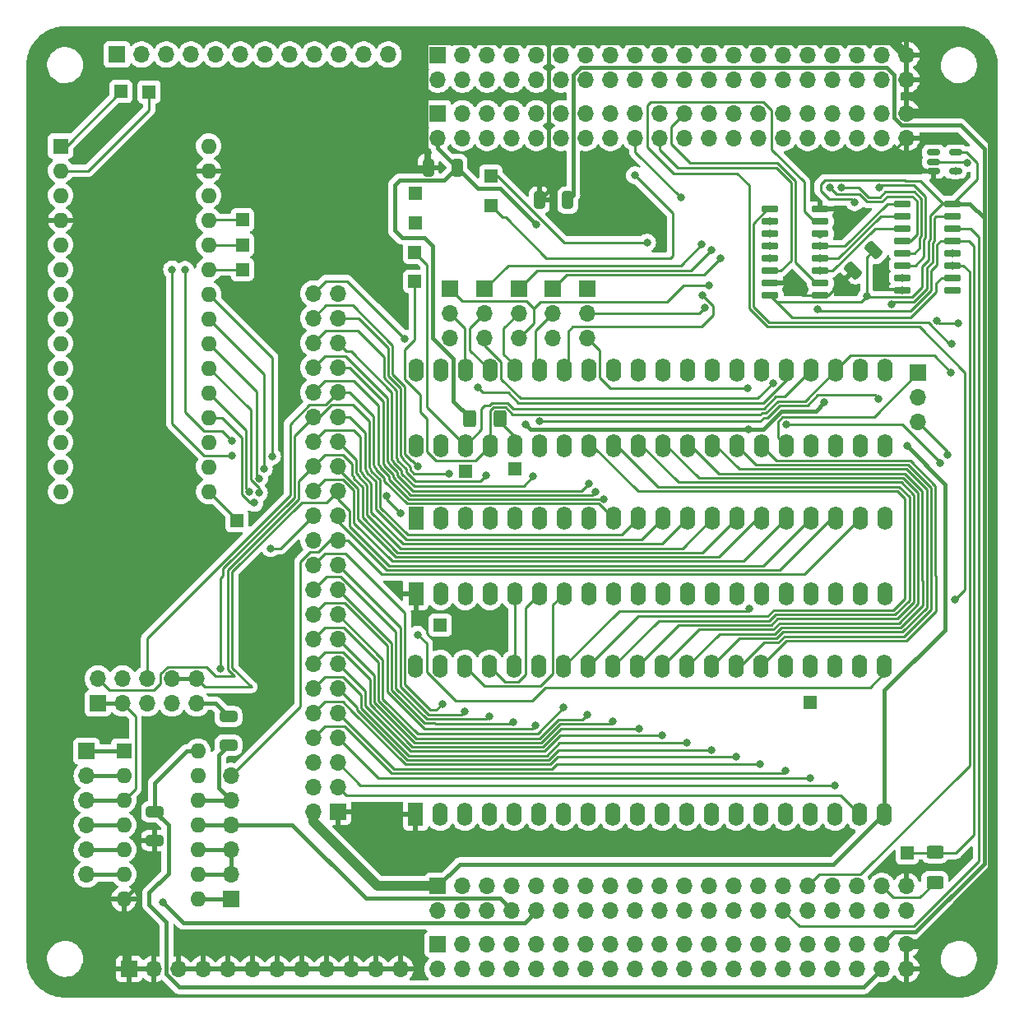
<source format=gbr>
%TF.GenerationSoftware,KiCad,Pcbnew,7.0.5-7.0.5~ubuntu20.04.1*%
%TF.CreationDate,2023-07-18T13:57:16+02:00*%
%TF.ProjectId,MOS_MultiParallel_2,4d4f535f-4d75-46c7-9469-506172616c6c,rev?*%
%TF.SameCoordinates,Original*%
%TF.FileFunction,Copper,L1,Top*%
%TF.FilePolarity,Positive*%
%FSLAX46Y46*%
G04 Gerber Fmt 4.6, Leading zero omitted, Abs format (unit mm)*
G04 Created by KiCad (PCBNEW 7.0.5-7.0.5~ubuntu20.04.1) date 2023-07-18 13:57:16*
%MOMM*%
%LPD*%
G01*
G04 APERTURE LIST*
G04 Aperture macros list*
%AMRoundRect*
0 Rectangle with rounded corners*
0 $1 Rounding radius*
0 $2 $3 $4 $5 $6 $7 $8 $9 X,Y pos of 4 corners*
0 Add a 4 corners polygon primitive as box body*
4,1,4,$2,$3,$4,$5,$6,$7,$8,$9,$2,$3,0*
0 Add four circle primitives for the rounded corners*
1,1,$1+$1,$2,$3*
1,1,$1+$1,$4,$5*
1,1,$1+$1,$6,$7*
1,1,$1+$1,$8,$9*
0 Add four rect primitives between the rounded corners*
20,1,$1+$1,$2,$3,$4,$5,0*
20,1,$1+$1,$4,$5,$6,$7,0*
20,1,$1+$1,$6,$7,$8,$9,0*
20,1,$1+$1,$8,$9,$2,$3,0*%
G04 Aperture macros list end*
%TA.AperFunction,ComponentPad*%
%ADD10R,1.700000X1.700000*%
%TD*%
%TA.AperFunction,ComponentPad*%
%ADD11O,1.700000X1.700000*%
%TD*%
%TA.AperFunction,ComponentPad*%
%ADD12R,1.350000X1.350000*%
%TD*%
%TA.AperFunction,ComponentPad*%
%ADD13R,1.600000X2.400000*%
%TD*%
%TA.AperFunction,ComponentPad*%
%ADD14O,1.600000X2.400000*%
%TD*%
%TA.AperFunction,SMDPad,CuDef*%
%ADD15RoundRect,0.250000X-0.400000X-0.625000X0.400000X-0.625000X0.400000X0.625000X-0.400000X0.625000X0*%
%TD*%
%TA.AperFunction,SMDPad,CuDef*%
%ADD16RoundRect,0.150000X0.725000X0.150000X-0.725000X0.150000X-0.725000X-0.150000X0.725000X-0.150000X0*%
%TD*%
%TA.AperFunction,SMDPad,CuDef*%
%ADD17RoundRect,0.250000X0.625000X-0.400000X0.625000X0.400000X-0.625000X0.400000X-0.625000X-0.400000X0*%
%TD*%
%TA.AperFunction,SMDPad,CuDef*%
%ADD18RoundRect,0.150000X-0.512500X-0.150000X0.512500X-0.150000X0.512500X0.150000X-0.512500X0.150000X0*%
%TD*%
%TA.AperFunction,SMDPad,CuDef*%
%ADD19RoundRect,0.250000X-0.229810X0.689429X-0.689429X0.229810X0.229810X-0.689429X0.689429X-0.229810X0*%
%TD*%
%TA.AperFunction,SMDPad,CuDef*%
%ADD20RoundRect,0.250000X0.325000X0.650000X-0.325000X0.650000X-0.325000X-0.650000X0.325000X-0.650000X0*%
%TD*%
%TA.AperFunction,SMDPad,CuDef*%
%ADD21RoundRect,0.250000X-0.650000X0.325000X-0.650000X-0.325000X0.650000X-0.325000X0.650000X0.325000X0*%
%TD*%
%TA.AperFunction,SMDPad,CuDef*%
%ADD22RoundRect,0.250000X0.650000X-0.325000X0.650000X0.325000X-0.650000X0.325000X-0.650000X-0.325000X0*%
%TD*%
%TA.AperFunction,SMDPad,CuDef*%
%ADD23RoundRect,0.150000X-0.725000X-0.150000X0.725000X-0.150000X0.725000X0.150000X-0.725000X0.150000X0*%
%TD*%
%TA.AperFunction,ComponentPad*%
%ADD24R,1.600000X1.600000*%
%TD*%
%TA.AperFunction,ComponentPad*%
%ADD25O,1.600000X1.600000*%
%TD*%
%TA.AperFunction,ViaPad*%
%ADD26C,0.800000*%
%TD*%
%TA.AperFunction,Conductor*%
%ADD27C,0.250000*%
%TD*%
%TA.AperFunction,Conductor*%
%ADD28C,1.000000*%
%TD*%
%TA.AperFunction,Conductor*%
%ADD29C,0.400000*%
%TD*%
G04 APERTURE END LIST*
D10*
%TO.P,J31,1,Pin_1*%
%TO.N,GND*%
X129413000Y-126212600D03*
D11*
%TO.P,J31,2,Pin_2*%
%TO.N,+5V*%
X126873000Y-126212600D03*
%TO.P,J31,3,Pin_3*%
%TO.N,/CD2*%
X129413000Y-123672600D03*
%TO.P,J31,4,Pin_4*%
%TO.N,/CC2*%
X126873000Y-123672600D03*
%TO.P,J31,5,Pin_5*%
%TO.N,/CD1*%
X129413000Y-121132600D03*
%TO.P,J31,6,Pin_6*%
%TO.N,/CC1*%
X126873000Y-121132600D03*
%TO.P,J31,7,Pin_7*%
%TO.N,/PD7*%
X129413000Y-118592600D03*
%TO.P,J31,8,Pin_8*%
%TO.N,/PD6*%
X126873000Y-118592600D03*
%TO.P,J31,9,Pin_9*%
%TO.N,/PD5*%
X129413000Y-116052600D03*
%TO.P,J31,10,Pin_10*%
%TO.N,/PD4*%
X126873000Y-116052600D03*
%TO.P,J31,11,Pin_11*%
%TO.N,/PD3*%
X129413000Y-113512600D03*
%TO.P,J31,12,Pin_12*%
%TO.N,/PD2*%
X126873000Y-113512600D03*
%TO.P,J31,13,Pin_13*%
%TO.N,/PD1*%
X129413000Y-110972600D03*
%TO.P,J31,14,Pin_14*%
%TO.N,/PD0*%
X126873000Y-110972600D03*
%TO.P,J31,15,Pin_15*%
%TO.N,/PC7*%
X129413000Y-108432600D03*
%TO.P,J31,16,Pin_16*%
%TO.N,/PC6*%
X126873000Y-108432600D03*
%TO.P,J31,17,Pin_17*%
%TO.N,/PC5*%
X129413000Y-105892600D03*
%TO.P,J31,18,Pin_18*%
%TO.N,/PC4*%
X126873000Y-105892600D03*
%TO.P,J31,19,Pin_19*%
%TO.N,/PC3*%
X129413000Y-103352600D03*
%TO.P,J31,20,Pin_20*%
%TO.N,/PC2*%
X126873000Y-103352600D03*
%TO.P,J31,21,Pin_21*%
%TO.N,/PC1*%
X129413000Y-100812600D03*
%TO.P,J31,22,Pin_22*%
%TO.N,/PC0*%
X126873000Y-100812600D03*
%TO.P,J31,23,Pin_23*%
%TO.N,/CB2*%
X129413000Y-98272600D03*
%TO.P,J31,24,Pin_24*%
%TO.N,/CA2*%
X126873000Y-98272600D03*
%TO.P,J31,25,Pin_25*%
%TO.N,/CB1*%
X129413000Y-95732600D03*
%TO.P,J31,26,Pin_26*%
%TO.N,/CA1*%
X126873000Y-95732600D03*
%TO.P,J31,27,Pin_27*%
%TO.N,/PB7*%
X129413000Y-93192600D03*
%TO.P,J31,28,Pin_28*%
%TO.N,/PB6*%
X126873000Y-93192600D03*
%TO.P,J31,29,Pin_29*%
%TO.N,/PB5*%
X129413000Y-90652600D03*
%TO.P,J31,30,Pin_30*%
%TO.N,/PB4*%
X126873000Y-90652600D03*
%TO.P,J31,31,Pin_31*%
%TO.N,/PB3*%
X129413000Y-88112600D03*
%TO.P,J31,32,Pin_32*%
%TO.N,/PB2*%
X126873000Y-88112600D03*
%TO.P,J31,33,Pin_33*%
%TO.N,/PB1*%
X129413000Y-85572600D03*
%TO.P,J31,34,Pin_34*%
%TO.N,/PB0*%
X126873000Y-85572600D03*
%TO.P,J31,35,Pin_35*%
%TO.N,/PA7*%
X129413000Y-83032600D03*
%TO.P,J31,36,Pin_36*%
%TO.N,/PA6*%
X126873000Y-83032600D03*
%TO.P,J31,37,Pin_37*%
%TO.N,/PA5*%
X129413000Y-80492600D03*
%TO.P,J31,38,Pin_38*%
%TO.N,/PA4*%
X126873000Y-80492600D03*
%TO.P,J31,39,Pin_39*%
%TO.N,/PA3*%
X129413000Y-77952600D03*
%TO.P,J31,40,Pin_40*%
%TO.N,/PA2*%
X126873000Y-77952600D03*
%TO.P,J31,41,Pin_41*%
%TO.N,/PA1*%
X129413000Y-75412600D03*
%TO.P,J31,42,Pin_42*%
%TO.N,/PA0*%
X126873000Y-75412600D03*
%TO.P,J31,43,Pin_43*%
%TO.N,/~{IRQ2}*%
X129413000Y-72872600D03*
%TO.P,J31,44,Pin_44*%
%TO.N,/~{IRQ}*%
X126873000Y-72872600D03*
%TD*%
D12*
%TO.P,J14,1,Pin_1*%
%TO.N,Net-(J14-Pin_1)*%
X139954000Y-106984800D03*
%TD*%
D13*
%TO.P,U11,1,VSS*%
%TO.N,GND*%
X137414000Y-126466600D03*
D14*
%TO.P,U11,2,PA0*%
%TO.N,/PC0*%
X139954000Y-126466600D03*
%TO.P,U11,3,PA1*%
%TO.N,/PC1*%
X142494000Y-126466600D03*
%TO.P,U11,4,PA2*%
%TO.N,/PC2*%
X145034000Y-126466600D03*
%TO.P,U11,5,PA3*%
%TO.N,/PC3*%
X147574000Y-126466600D03*
%TO.P,U11,6,PA4*%
%TO.N,/PC4*%
X150114000Y-126466600D03*
%TO.P,U11,7,PA5*%
%TO.N,/PC5*%
X152654000Y-126466600D03*
%TO.P,U11,8,PA6*%
%TO.N,/PC6*%
X155194000Y-126466600D03*
%TO.P,U11,9,PA7*%
%TO.N,/PC7*%
X157734000Y-126466600D03*
%TO.P,U11,10,PB0*%
%TO.N,/PD0*%
X160274000Y-126466600D03*
%TO.P,U11,11,PB1*%
%TO.N,/PD1*%
X162814000Y-126466600D03*
%TO.P,U11,12,PB2*%
%TO.N,/PD2*%
X165354000Y-126466600D03*
%TO.P,U11,13,PB3*%
%TO.N,/PD3*%
X167894000Y-126466600D03*
%TO.P,U11,14,PB4*%
%TO.N,/PD4*%
X170434000Y-126466600D03*
%TO.P,U11,15,PB5*%
%TO.N,/PD5*%
X172974000Y-126466600D03*
%TO.P,U11,16,PB6*%
%TO.N,/PD6*%
X175514000Y-126466600D03*
%TO.P,U11,17,PB7*%
%TO.N,/PD7*%
X178054000Y-126466600D03*
%TO.P,U11,18,CB1*%
%TO.N,/CD1*%
X180594000Y-126466600D03*
%TO.P,U11,19,CB2*%
%TO.N,/CD2*%
X183134000Y-126466600D03*
%TO.P,U11,20,VCC*%
%TO.N,+5V*%
X185674000Y-126466600D03*
%TO.P,U11,21,~{IRQ}*%
%TO.N,/~{IRQ2}*%
X185674000Y-111226600D03*
%TO.P,U11,22,R/~{W}*%
%TO.N,/RW*%
X183134000Y-111226600D03*
%TO.P,U11,23,~{CS2}*%
%TO.N,/~{CSPIA2}*%
X180594000Y-111226600D03*
%TO.P,U11,24,CS1*%
%TO.N,Net-(J25-Pin_1)*%
X178054000Y-111226600D03*
%TO.P,U11,25,\u03D52*%
%TO.N,/E*%
X175514000Y-111226600D03*
%TO.P,U11,26,D7*%
%TO.N,/D7*%
X172974000Y-111226600D03*
%TO.P,U11,27,D6*%
%TO.N,/D6*%
X170434000Y-111226600D03*
%TO.P,U11,28,D5*%
%TO.N,/D5*%
X167894000Y-111226600D03*
%TO.P,U11,29,D4*%
%TO.N,/D4*%
X165354000Y-111226600D03*
%TO.P,U11,30,D3*%
%TO.N,/D3*%
X162814000Y-111226600D03*
%TO.P,U11,31,D2*%
%TO.N,/D2*%
X160274000Y-111226600D03*
%TO.P,U11,32,D1*%
%TO.N,/D1*%
X157734000Y-111226600D03*
%TO.P,U11,33,D0*%
%TO.N,/D0*%
X155194000Y-111226600D03*
%TO.P,U11,34,~{RES}*%
%TO.N,/~{RST}*%
X152654000Y-111226600D03*
%TO.P,U11,35,RS3*%
%TO.N,/A3*%
X150114000Y-111226600D03*
%TO.P,U11,36,RS2*%
%TO.N,/A2*%
X147574000Y-111226600D03*
%TO.P,U11,37,RS1*%
%TO.N,/A1*%
X145034000Y-111226600D03*
%TO.P,U11,38,RS0*%
%TO.N,/A0*%
X142494000Y-111226600D03*
%TO.P,U11,39,CA2*%
%TO.N,/CC2*%
X139954000Y-111226600D03*
%TO.P,U11,40,CA1*%
%TO.N,/CC1*%
X137414000Y-111226600D03*
%TD*%
D13*
%TO.P,U4,1,VSS*%
%TO.N,GND*%
X137439400Y-96027000D03*
D14*
%TO.P,U4,2,PA0*%
%TO.N,/PA0*%
X139979400Y-96027000D03*
%TO.P,U4,3,PA1*%
%TO.N,/PA1*%
X142519400Y-96027000D03*
%TO.P,U4,4,PA2*%
%TO.N,/PA2*%
X145059400Y-96027000D03*
%TO.P,U4,5,PA3*%
%TO.N,/PA3*%
X147599400Y-96027000D03*
%TO.P,U4,6,PA4*%
%TO.N,/PA4*%
X150139400Y-96027000D03*
%TO.P,U4,7,PA5*%
%TO.N,/PA5*%
X152679400Y-96027000D03*
%TO.P,U4,8,PA6*%
%TO.N,/PA6*%
X155219400Y-96027000D03*
%TO.P,U4,9,PA7*%
%TO.N,/PA7*%
X157759400Y-96027000D03*
%TO.P,U4,10,PB0*%
%TO.N,/PB0*%
X160299400Y-96027000D03*
%TO.P,U4,11,PB1*%
%TO.N,/PB1*%
X162839400Y-96027000D03*
%TO.P,U4,12,PB2*%
%TO.N,/PB2*%
X165379400Y-96027000D03*
%TO.P,U4,13,PB3*%
%TO.N,/PB3*%
X167919400Y-96027000D03*
%TO.P,U4,14,PB4*%
%TO.N,/PB4*%
X170459400Y-96027000D03*
%TO.P,U4,15,PB5*%
%TO.N,/PB5*%
X172999400Y-96027000D03*
%TO.P,U4,16,PB6*%
%TO.N,/PB6*%
X175539400Y-96027000D03*
%TO.P,U4,17,PB7*%
%TO.N,/PB7*%
X178079400Y-96027000D03*
%TO.P,U4,18,CB1*%
%TO.N,/CB1*%
X180619400Y-96027000D03*
%TO.P,U4,19,CB2*%
%TO.N,/CB2*%
X183159400Y-96027000D03*
%TO.P,U4,20,VCC*%
%TO.N,+5V*%
X185699400Y-96027000D03*
%TO.P,U4,21,~{IRQ}*%
%TO.N,Net-(JP6-C)*%
X185699400Y-80787000D03*
%TO.P,U4,22,R/~{W}*%
%TO.N,Net-(JP5-C)*%
X183159400Y-80787000D03*
%TO.P,U4,23,~{CS2}*%
%TO.N,/~{CSPIA}*%
X180619400Y-80787000D03*
%TO.P,U4,24,CS1*%
%TO.N,Net-(J13-Pin_1)*%
X178079400Y-80787000D03*
%TO.P,U4,25,\u03D52*%
%TO.N,/E*%
X175539400Y-80787000D03*
%TO.P,U4,26,D7*%
%TO.N,/D7*%
X172999400Y-80787000D03*
%TO.P,U4,27,D6*%
%TO.N,/D6*%
X170459400Y-80787000D03*
%TO.P,U4,28,D5*%
%TO.N,/D5*%
X167919400Y-80787000D03*
%TO.P,U4,29,D4*%
%TO.N,/D4*%
X165379400Y-80787000D03*
%TO.P,U4,30,D3*%
%TO.N,/D3*%
X162839400Y-80787000D03*
%TO.P,U4,31,D2*%
%TO.N,/D2*%
X160299400Y-80787000D03*
%TO.P,U4,32,D1*%
%TO.N,/D1*%
X157759400Y-80787000D03*
%TO.P,U4,33,D0*%
%TO.N,/D0*%
X155219400Y-80787000D03*
%TO.P,U4,34,~{RES}*%
%TO.N,/~{RST}*%
X152679400Y-80787000D03*
%TO.P,U4,35,RS3*%
%TO.N,Net-(JP4-C)*%
X150139400Y-80787000D03*
%TO.P,U4,36,RS2*%
%TO.N,Net-(JP3-C)*%
X147599400Y-80787000D03*
%TO.P,U4,37,RS1*%
%TO.N,Net-(JP2-C)*%
X145059400Y-80787000D03*
%TO.P,U4,38,RS0*%
%TO.N,Net-(JP1-C)*%
X142519400Y-80787000D03*
%TO.P,U4,39,CA2*%
%TO.N,/CA2*%
X139979400Y-80787000D03*
%TO.P,U4,40,CA1*%
%TO.N,/CA1*%
X137439400Y-80787000D03*
%TD*%
D12*
%TO.P,J6,1,Pin_1*%
%TO.N,Net-(A1-A7)*%
X119583200Y-67843400D03*
%TD*%
D10*
%TO.P,J1,1,Pin_1*%
%TO.N,+5V*%
X139700000Y-48303005D03*
D11*
%TO.P,J1,2,Pin_2*%
X139700000Y-50843005D03*
%TO.P,J1,3,Pin_3*%
%TO.N,/PHI1_e*%
X142240000Y-48303005D03*
%TO.P,J1,4,Pin_4*%
%TO.N,/PHI2_e*%
X142240000Y-50843005D03*
%TO.P,J1,5,Pin_5*%
%TO.N,/~{IORD}*%
X144780000Y-48303005D03*
%TO.P,J1,6,Pin_6*%
%TO.N,/R{slash}~{W}_e*%
X144780000Y-50843005D03*
%TO.P,J1,7,Pin_7*%
%TO.N,/~{MRD}*%
X147320000Y-48303005D03*
%TO.P,J1,8,Pin_8*%
%TO.N,/~{MWR}*%
X147320000Y-50843005D03*
%TO.P,J1,9,Pin_9*%
%TO.N,/~{IOWR}*%
X149860000Y-48303005D03*
%TO.P,J1,10,Pin_10*%
%TO.N,/Bus/DB0*%
X149860000Y-50843005D03*
%TO.P,J1,11,Pin_11*%
%TO.N,/Bus/DB1*%
X152400000Y-48303005D03*
%TO.P,J1,12,Pin_12*%
%TO.N,/Bus/DB2*%
X152400000Y-50843005D03*
%TO.P,J1,13,Pin_13*%
%TO.N,/Bus/DB3*%
X154940000Y-48303005D03*
%TO.P,J1,14,Pin_14*%
%TO.N,/Bus/DB4*%
X154940000Y-50843005D03*
%TO.P,J1,15,Pin_15*%
%TO.N,/Bus/DB5*%
X157480000Y-48303005D03*
%TO.P,J1,16,Pin_16*%
%TO.N,/Bus/DB6*%
X157480000Y-50843005D03*
%TO.P,J1,17,Pin_17*%
%TO.N,/Bus/DB7*%
X160020000Y-48303005D03*
%TO.P,J1,18,Pin_18*%
%TO.N,/~{RST}*%
X160020000Y-50843005D03*
%TO.P,J1,19,Pin_19*%
%TO.N,/A0*%
X162560000Y-48303005D03*
%TO.P,J1,20,Pin_20*%
%TO.N,/A1*%
X162560000Y-50843005D03*
%TO.P,J1,21,Pin_21*%
%TO.N,/A2*%
X165100000Y-48303005D03*
%TO.P,J1,22,Pin_22*%
%TO.N,/A3*%
X165100000Y-50843005D03*
%TO.P,J1,23,Pin_23*%
%TO.N,/A4*%
X167640000Y-48303005D03*
%TO.P,J1,24,Pin_24*%
%TO.N,/A5*%
X167640000Y-50843005D03*
%TO.P,J1,25,Pin_25*%
%TO.N,/A6*%
X170180000Y-48303005D03*
%TO.P,J1,26,Pin_26*%
%TO.N,/A7*%
X170180000Y-50843005D03*
%TO.P,J1,27,Pin_27*%
%TO.N,/A8*%
X172720000Y-48303005D03*
%TO.P,J1,28,Pin_28*%
%TO.N,/A9*%
X172720000Y-50843005D03*
%TO.P,J1,29,Pin_29*%
%TO.N,/A10*%
X175260000Y-48303005D03*
%TO.P,J1,30,Pin_30*%
%TO.N,/A11*%
X175260000Y-50843005D03*
%TO.P,J1,31,Pin_31*%
%TO.N,/A12*%
X177800000Y-48303005D03*
%TO.P,J1,32,Pin_32*%
%TO.N,/A13*%
X177800000Y-50843005D03*
%TO.P,J1,33,Pin_33*%
%TO.N,/A14*%
X180340000Y-48303005D03*
%TO.P,J1,34,Pin_34*%
%TO.N,/A15*%
X180340000Y-50843005D03*
%TO.P,J1,35,Pin_35*%
%TO.N,/A16*%
X182880000Y-48303005D03*
%TO.P,J1,36,Pin_36*%
%TO.N,/A17*%
X182880000Y-50843005D03*
%TO.P,J1,37,Pin_37*%
%TO.N,/A18*%
X185420000Y-48303005D03*
%TO.P,J1,38,Pin_38*%
%TO.N,/A19*%
X185420000Y-50843005D03*
%TO.P,J1,39,Pin_39*%
%TO.N,GND*%
X187960000Y-48303005D03*
%TO.P,J1,40,Pin_40*%
X187960000Y-50843005D03*
%TD*%
D12*
%TO.P,J17,1,Pin_1*%
%TO.N,/R{slash}~{W}_e*%
X145135600Y-60756800D03*
%TD*%
D10*
%TO.P,J27,1,Pin_1*%
%TO.N,/RX1#*%
X104698800Y-115040331D03*
D11*
%TO.P,J27,2,Pin_2*%
%TO.N,/PB4*%
X104698800Y-112500331D03*
%TO.P,J27,3,Pin_3*%
%TO.N,/RX1#*%
X107238800Y-115040331D03*
%TO.P,J27,4,Pin_4*%
%TO.N,/PB0*%
X107238800Y-112500331D03*
%TO.P,J27,5,Pin_5*%
%TO.N,/TX1#*%
X109778800Y-115040331D03*
%TO.P,J27,6,Pin_6*%
%TO.N,/PA7*%
X109778800Y-112500331D03*
%TO.P,J27,7,Pin_7*%
%TO.N,/~{TX1}*%
X112318800Y-115040331D03*
%TO.P,J27,8,Pin_8*%
%TO.N,/PB7*%
X112318800Y-112500331D03*
%TO.P,J27,9,Pin_9*%
%TO.N,Net-(J27-Pin_9)*%
X114858800Y-115040331D03*
%TO.P,J27,10,Pin_10*%
%TO.N,/PB7*%
X114858800Y-112500331D03*
%TD*%
D15*
%TO.P,R1,1*%
%TO.N,+5V*%
X142975400Y-85775800D03*
%TO.P,R1,2*%
%TO.N,Net-(J16-Pin_1)*%
X146075400Y-85775800D03*
%TD*%
D12*
%TO.P,J12,1,Pin_1*%
%TO.N,/RW*%
X137346000Y-65625400D03*
%TD*%
%TO.P,J26,1,Pin_1*%
%TO.N,/~{CSPIA}*%
X137312400Y-71602600D03*
%TD*%
D10*
%TO.P,JP3,1,A*%
%TO.N,/A2*%
X148031200Y-72364600D03*
D11*
%TO.P,JP3,2,C*%
%TO.N,Net-(JP3-C)*%
X148031200Y-74904600D03*
%TO.P,JP3,3,B*%
%TO.N,/A0*%
X148031200Y-77444600D03*
%TD*%
D10*
%TO.P,J4,1,Pin_1*%
%TO.N,+5V*%
X139700000Y-133849005D03*
D11*
%TO.P,J4,2,Pin_2*%
X139700000Y-136389005D03*
%TO.P,J4,3,Pin_3*%
%TO.N,/RX2*%
X142240000Y-133849005D03*
%TO.P,J4,4,Pin_4*%
%TO.N,/TX2*%
X142240000Y-136389005D03*
%TO.P,J4,5,Pin_5*%
%TO.N,/RX3*%
X144780000Y-133849005D03*
%TO.P,J4,6,Pin_6*%
%TO.N,/TX3*%
X144780000Y-136389005D03*
%TO.P,J4,7,Pin_7*%
%TO.N,/RES0*%
X147320000Y-133849005D03*
%TO.P,J4,8,Pin_8*%
%TO.N,/TX1*%
X147320000Y-136389005D03*
%TO.P,J4,9,Pin_9*%
%TO.N,/RES1*%
X149860000Y-133849005D03*
%TO.P,J4,10,Pin_10*%
%TO.N,/RX1*%
X149860000Y-136389005D03*
%TO.P,J4,11,Pin_11*%
%TO.N,/PH0*%
X152400000Y-133849005D03*
%TO.P,J4,12,Pin_12*%
%TO.N,/~{PH0}*%
X152400000Y-136389005D03*
%TO.P,J4,13,Pin_13*%
%TO.N,/CLKS*%
X154940000Y-133849005D03*
%TO.P,J4,14,Pin_14*%
%TO.N,/CLKF*%
X154940000Y-136389005D03*
%TO.P,J4,15,Pin_15*%
%TO.N,/~{BUSFREE}*%
X157480000Y-133849005D03*
%TO.P,J4,16,Pin_16*%
%TO.N,/~{RAMWE13}*%
X157480000Y-136389005D03*
%TO.P,J4,17,Pin_17*%
%TO.N,/~{RAMWE12}*%
X160020000Y-133849005D03*
%TO.P,J4,18,Pin_18*%
%TO.N,/~{RAMWE11}*%
X160020000Y-136389005D03*
%TO.P,J4,19,Pin_19*%
%TO.N,/~{RAMWE10}*%
X162560000Y-133849005D03*
%TO.P,J4,20,Pin_20*%
%TO.N,/~{RAMWE9}*%
X162560000Y-136389005D03*
%TO.P,J4,21,Pin_21*%
%TO.N,/~{RAMWE8}*%
X165100000Y-133849005D03*
%TO.P,J4,22,Pin_22*%
%TO.N,/~{RAMWE7}*%
X165100000Y-136389005D03*
%TO.P,J4,23,Pin_23*%
%TO.N,/~{RAMWE6}*%
X167640000Y-133849005D03*
%TO.P,J4,24,Pin_24*%
%TO.N,/~{RAMWE5}*%
X167640000Y-136389005D03*
%TO.P,J4,25,Pin_25*%
%TO.N,/~{RAMWE4}*%
X170180000Y-133849005D03*
%TO.P,J4,26,Pin_26*%
%TO.N,/~{RAMWE3}*%
X170180000Y-136389005D03*
%TO.P,J4,27,Pin_27*%
%TO.N,/~{RAMWE2}*%
X172720000Y-133849005D03*
%TO.P,J4,28,Pin_28*%
%TO.N,/~{RAMWE1}*%
X172720000Y-136389005D03*
%TO.P,J4,29,Pin_29*%
%TO.N,/~{RAMWE0}*%
X175260000Y-133849005D03*
%TO.P,J4,30,Pin_30*%
%TO.N,/MOSI*%
X175260000Y-136389005D03*
%TO.P,J4,31,Pin_31*%
%TO.N,/SCK*%
X177800000Y-133849005D03*
%TO.P,J4,32,Pin_32*%
%TO.N,/Bus/TDRTN*%
X177800000Y-136389005D03*
%TO.P,J4,33,Pin_33*%
%TO.N,/TMS*%
X180340000Y-133849005D03*
%TO.P,J4,34,Pin_34*%
%TO.N,/TDO*%
X180340000Y-136389005D03*
%TO.P,J4,35,Pin_35*%
%TO.N,/TCK*%
X182880000Y-133849005D03*
%TO.P,J4,36,Pin_36*%
%TO.N,/TDI*%
X182880000Y-136389005D03*
%TO.P,J4,37,Pin_37*%
%TO.N,+3V3*%
X185420000Y-133849005D03*
%TO.P,J4,38,Pin_38*%
X185420000Y-136389005D03*
%TO.P,J4,39,Pin_39*%
%TO.N,GND*%
X187960000Y-133849005D03*
%TO.P,J4,40,Pin_40*%
X187960000Y-136389005D03*
%TD*%
D12*
%TO.P,J13,1,Pin_1*%
%TO.N,Net-(J13-Pin_1)*%
X137312400Y-68630800D03*
%TD*%
%TO.P,J16,1,Pin_1*%
%TO.N,Net-(J16-Pin_1)*%
X147624800Y-90932000D03*
%TD*%
D10*
%TO.P,JP4,1,A*%
%TO.N,/A3*%
X151561800Y-72364600D03*
D11*
%TO.P,JP4,2,C*%
%TO.N,Net-(JP4-C)*%
X151561800Y-74904600D03*
%TO.P,JP4,3,B*%
%TO.N,/A1*%
X151561800Y-77444600D03*
%TD*%
D16*
%TO.P,U6,1,OEa*%
%TO.N,GND*%
X179065800Y-73077871D03*
%TO.P,U6,2,A1*%
%TO.N,/A2*%
X179065800Y-71807871D03*
%TO.P,U6,3,I3a*%
%TO.N,Net-(U5-I{slash}O3)*%
X179065800Y-70537871D03*
%TO.P,U6,4,I2a*%
%TO.N,Net-(U5-I{slash}O2)*%
X179065800Y-69267871D03*
%TO.P,U6,5,I1a*%
%TO.N,Net-(U5-I{slash}O1)*%
X179065800Y-67997871D03*
%TO.P,U6,6,I0a*%
%TO.N,Net-(U5-I{slash}O0)*%
X179065800Y-66727871D03*
%TO.P,U6,7,Za*%
%TO.N,/~{CSPIA2}*%
X179065800Y-65457871D03*
%TO.P,U6,8,GND*%
%TO.N,GND*%
X179065800Y-64187871D03*
%TO.P,U6,9,Zb*%
%TO.N,/~{CSPIA}*%
X173915800Y-64187871D03*
%TO.P,U6,10,I0b*%
%TO.N,Net-(U5-I{slash}O4)*%
X173915800Y-65457871D03*
%TO.P,U6,11,I1b*%
%TO.N,Net-(U5-I{slash}O5)*%
X173915800Y-66727871D03*
%TO.P,U6,12,I2b*%
%TO.N,Net-(U5-I{slash}O6)*%
X173915800Y-67997871D03*
%TO.P,U6,13,I3b*%
%TO.N,Net-(U5-I{slash}O7)*%
X173915800Y-69267871D03*
%TO.P,U6,14,A0*%
%TO.N,/A1*%
X173915800Y-70537871D03*
%TO.P,U6,15,OEb*%
%TO.N,GND*%
X173915800Y-71807871D03*
%TO.P,U6,16,VCC*%
%TO.N,+3V3*%
X173915800Y-73077871D03*
%TD*%
D17*
%TO.P,R5,1*%
%TO.N,+3V3*%
X190855600Y-133451600D03*
%TO.P,R5,2*%
%TO.N,/~{RAM_WE}*%
X190855600Y-130351600D03*
%TD*%
D12*
%TO.P,J18,1,Pin_1*%
%TO.N,/PHI2_e*%
X145135600Y-63779400D03*
%TD*%
%TO.P,J28,1,Pin_1*%
%TO.N,Net-(A1-D0{slash}RX)*%
X109982000Y-52095400D03*
%TD*%
%TO.P,J5,1,Pin_1*%
%TO.N,Net-(A1-A6)*%
X119583200Y-70383400D03*
%TD*%
D18*
%TO.P,U8,1*%
%TO.N,N/C*%
X190708700Y-58333600D03*
%TO.P,U8,2*%
%TO.N,/SCK*%
X190708700Y-59283600D03*
%TO.P,U8,3,GND*%
%TO.N,GND*%
X190708700Y-60233600D03*
%TO.P,U8,4*%
%TO.N,Net-(U7-RCLK)*%
X192983700Y-60233600D03*
%TO.P,U8,5,VCC*%
%TO.N,+3V3*%
X192983700Y-58333600D03*
%TD*%
D10*
%TO.P,J10,1,Pin_1*%
%TO.N,/TX1#*%
X118417300Y-135204200D03*
D11*
%TO.P,J10,2,Pin_2*%
%TO.N,/~{TX1}*%
X118417300Y-132664200D03*
%TO.P,J10,3,Pin_3*%
X118417300Y-130124200D03*
%TO.P,J10,4,Pin_4*%
%TO.N,/TX1*%
X118417300Y-127584200D03*
%TO.P,J10,5,Pin_5*%
%TO.N,Net-(J10-Pin_5)*%
X118417300Y-125044200D03*
%TO.P,J10,6,Pin_6*%
%TO.N,/CB2*%
X118417300Y-122504200D03*
%TD*%
D12*
%TO.P,J29,1,Pin_1*%
%TO.N,Net-(A1-D1{slash}TX)*%
X107086400Y-52070000D03*
%TD*%
D10*
%TO.P,J20,1,Pin_1*%
%TO.N,GND*%
X107917000Y-142389005D03*
D11*
%TO.P,J20,2,Pin_2*%
X110457000Y-142389005D03*
%TO.P,J20,3,Pin_3*%
X112997000Y-142389005D03*
%TO.P,J20,4,Pin_4*%
X115537000Y-142389005D03*
%TO.P,J20,5,Pin_5*%
X118077000Y-142389005D03*
%TO.P,J20,6,Pin_6*%
X120617000Y-142389005D03*
%TO.P,J20,7,Pin_7*%
X123157000Y-142389005D03*
%TO.P,J20,8,Pin_8*%
X125697000Y-142389005D03*
%TO.P,J20,9,Pin_9*%
X128237000Y-142389005D03*
%TO.P,J20,10,Pin_10*%
X130777000Y-142389005D03*
%TO.P,J20,11,Pin_11*%
X133317000Y-142389005D03*
%TO.P,J20,12,Pin_12*%
X135857000Y-142389005D03*
%TD*%
D10*
%TO.P,JP5,1,A*%
%TO.N,/RW*%
X155067000Y-72379600D03*
D11*
%TO.P,JP5,2,C*%
%TO.N,Net-(JP5-C)*%
X155067000Y-74919600D03*
%TO.P,JP5,3,B*%
%TO.N,+5V*%
X155067000Y-77459600D03*
%TD*%
D10*
%TO.P,J11,1,Pin_1*%
%TO.N,Net-(J11-Pin_1)*%
X103555800Y-119964200D03*
D11*
%TO.P,J11,2,Pin_2*%
%TO.N,Net-(J11-Pin_2)*%
X103555800Y-122504200D03*
%TO.P,J11,3,Pin_3*%
%TO.N,/RX1#*%
X103555800Y-125044200D03*
%TO.P,J11,4,Pin_4*%
%TO.N,/~{RX1}*%
X103555800Y-127584200D03*
%TO.P,J11,5,Pin_5*%
%TO.N,/~{RX1}'*%
X103555800Y-130124200D03*
%TO.P,J11,6,Pin_6*%
%TO.N,/RX1*%
X103555800Y-132664200D03*
%TD*%
D12*
%TO.P,J7,1,Pin_1*%
%TO.N,Net-(A1-D13)*%
X119024400Y-96240600D03*
%TD*%
%TO.P,J25,1,Pin_1*%
%TO.N,Net-(J25-Pin_1)*%
X178054000Y-114985800D03*
%TD*%
D19*
%TO.P,C5,1*%
%TO.N,+3V3*%
X184556400Y-68402200D03*
%TO.P,C5,2*%
%TO.N,GND*%
X182470434Y-70488166D03*
%TD*%
D20*
%TO.P,C6,1*%
%TO.N,+3V3*%
X153087600Y-63246000D03*
%TO.P,C6,2*%
%TO.N,GND*%
X150137600Y-63246000D03*
%TD*%
D10*
%TO.P,J2,1,Pin_1*%
%TO.N,+5V*%
X139700000Y-139849005D03*
D11*
%TO.P,J2,2,Pin_2*%
X139700000Y-142389005D03*
%TO.P,J2,3,Pin_3*%
%TO.N,/RX2*%
X142240000Y-139849005D03*
%TO.P,J2,4,Pin_4*%
%TO.N,/TX2*%
X142240000Y-142389005D03*
%TO.P,J2,5,Pin_5*%
%TO.N,/RX3*%
X144780000Y-139849005D03*
%TO.P,J2,6,Pin_6*%
%TO.N,/TX3*%
X144780000Y-142389005D03*
%TO.P,J2,7,Pin_7*%
%TO.N,/RES0*%
X147320000Y-139849005D03*
%TO.P,J2,8,Pin_8*%
%TO.N,/TX1*%
X147320000Y-142389005D03*
%TO.P,J2,9,Pin_9*%
%TO.N,/RES1*%
X149860000Y-139849005D03*
%TO.P,J2,10,Pin_10*%
%TO.N,/RX1*%
X149860000Y-142389005D03*
%TO.P,J2,11,Pin_11*%
%TO.N,/PH0*%
X152400000Y-139849005D03*
%TO.P,J2,12,Pin_12*%
%TO.N,/~{PH0}*%
X152400000Y-142389005D03*
%TO.P,J2,13,Pin_13*%
%TO.N,/CLKS*%
X154940000Y-139849005D03*
%TO.P,J2,14,Pin_14*%
%TO.N,/CLKF*%
X154940000Y-142389005D03*
%TO.P,J2,15,Pin_15*%
%TO.N,/~{BUSFREE}*%
X157480000Y-139849005D03*
%TO.P,J2,16,Pin_16*%
%TO.N,/~{RAMWE13}*%
X157480000Y-142389005D03*
%TO.P,J2,17,Pin_17*%
%TO.N,/~{RAMWE12}*%
X160020000Y-139849005D03*
%TO.P,J2,18,Pin_18*%
%TO.N,/~{RAMWE11}*%
X160020000Y-142389005D03*
%TO.P,J2,19,Pin_19*%
%TO.N,/~{RAMWE10}*%
X162560000Y-139849005D03*
%TO.P,J2,20,Pin_20*%
%TO.N,/~{RAMWE9}*%
X162560000Y-142389005D03*
%TO.P,J2,21,Pin_21*%
%TO.N,/~{RAMWE8}*%
X165100000Y-139849005D03*
%TO.P,J2,22,Pin_22*%
%TO.N,/~{RAMWE7}*%
X165100000Y-142389005D03*
%TO.P,J2,23,Pin_23*%
%TO.N,/~{RAMWE6}*%
X167640000Y-139849005D03*
%TO.P,J2,24,Pin_24*%
%TO.N,/~{RAMWE5}*%
X167640000Y-142389005D03*
%TO.P,J2,25,Pin_25*%
%TO.N,/~{RAMWE4}*%
X170180000Y-139849005D03*
%TO.P,J2,26,Pin_26*%
%TO.N,/~{RAMWE3}*%
X170180000Y-142389005D03*
%TO.P,J2,27,Pin_27*%
%TO.N,/~{RAMWE2}*%
X172720000Y-139849005D03*
%TO.P,J2,28,Pin_28*%
%TO.N,/~{RAMWE1}*%
X172720000Y-142389005D03*
%TO.P,J2,29,Pin_29*%
%TO.N,/~{RAMWE0}*%
X175260000Y-139849005D03*
%TO.P,J2,30,Pin_30*%
%TO.N,/MOSI*%
X175260000Y-142389005D03*
%TO.P,J2,31,Pin_31*%
%TO.N,/SCK*%
X177800000Y-139849005D03*
%TO.P,J2,32,Pin_32*%
%TO.N,/Bus/TDRTN*%
X177800000Y-142389005D03*
%TO.P,J2,33,Pin_33*%
%TO.N,/TMS*%
X180340000Y-139849005D03*
%TO.P,J2,34,Pin_34*%
%TO.N,/TDO*%
X180340000Y-142389005D03*
%TO.P,J2,35,Pin_35*%
%TO.N,/TCK*%
X182880000Y-139849005D03*
%TO.P,J2,36,Pin_36*%
%TO.N,/TDI*%
X182880000Y-142389005D03*
%TO.P,J2,37,Pin_37*%
%TO.N,+3V3*%
X185420000Y-139849005D03*
%TO.P,J2,38,Pin_38*%
X185420000Y-142389005D03*
%TO.P,J2,39,Pin_39*%
%TO.N,GND*%
X187960000Y-139849005D03*
%TO.P,J2,40,Pin_40*%
X187960000Y-142389005D03*
%TD*%
D21*
%TO.P,C3,1*%
%TO.N,+3V3*%
X110566200Y-126210800D03*
%TO.P,C3,2*%
%TO.N,GND*%
X110566200Y-129160800D03*
%TD*%
D22*
%TO.P,C4,1*%
%TO.N,Net-(J10-Pin_5)*%
X118160800Y-119358331D03*
%TO.P,C4,2*%
%TO.N,Net-(J27-Pin_9)*%
X118160800Y-116408331D03*
%TD*%
D12*
%TO.P,J30,1,Pin_1*%
%TO.N,Net-(A1-+5V)*%
X119583200Y-65278000D03*
%TD*%
D10*
%TO.P,J3,1,Pin_1*%
%TO.N,+5V*%
X139700000Y-54303005D03*
D11*
%TO.P,J3,2,Pin_2*%
X139700000Y-56843005D03*
%TO.P,J3,3,Pin_3*%
%TO.N,/PHI1_e*%
X142240000Y-54303005D03*
%TO.P,J3,4,Pin_4*%
%TO.N,/PHI2_e*%
X142240000Y-56843005D03*
%TO.P,J3,5,Pin_5*%
%TO.N,/~{IORD}*%
X144780000Y-54303005D03*
%TO.P,J3,6,Pin_6*%
%TO.N,/R{slash}~{W}_e*%
X144780000Y-56843005D03*
%TO.P,J3,7,Pin_7*%
%TO.N,/~{MRD}*%
X147320000Y-54303005D03*
%TO.P,J3,8,Pin_8*%
%TO.N,/~{MWR}*%
X147320000Y-56843005D03*
%TO.P,J3,9,Pin_9*%
%TO.N,/~{IOWR}*%
X149860000Y-54303005D03*
%TO.P,J3,10,Pin_10*%
%TO.N,/Bus/DB0*%
X149860000Y-56843005D03*
%TO.P,J3,11,Pin_11*%
%TO.N,/Bus/DB1*%
X152400000Y-54303005D03*
%TO.P,J3,12,Pin_12*%
%TO.N,/Bus/DB2*%
X152400000Y-56843005D03*
%TO.P,J3,13,Pin_13*%
%TO.N,/Bus/DB3*%
X154940000Y-54303005D03*
%TO.P,J3,14,Pin_14*%
%TO.N,/Bus/DB4*%
X154940000Y-56843005D03*
%TO.P,J3,15,Pin_15*%
%TO.N,/Bus/DB5*%
X157480000Y-54303005D03*
%TO.P,J3,16,Pin_16*%
%TO.N,/Bus/DB6*%
X157480000Y-56843005D03*
%TO.P,J3,17,Pin_17*%
%TO.N,/Bus/DB7*%
X160020000Y-54303005D03*
%TO.P,J3,18,Pin_18*%
%TO.N,/~{RST}*%
X160020000Y-56843005D03*
%TO.P,J3,19,Pin_19*%
%TO.N,/A0*%
X162560000Y-54303005D03*
%TO.P,J3,20,Pin_20*%
%TO.N,/A1*%
X162560000Y-56843005D03*
%TO.P,J3,21,Pin_21*%
%TO.N,/A2*%
X165100000Y-54303005D03*
%TO.P,J3,22,Pin_22*%
%TO.N,/A3*%
X165100000Y-56843005D03*
%TO.P,J3,23,Pin_23*%
%TO.N,/A4*%
X167640000Y-54303005D03*
%TO.P,J3,24,Pin_24*%
%TO.N,/A5*%
X167640000Y-56843005D03*
%TO.P,J3,25,Pin_25*%
%TO.N,/A6*%
X170180000Y-54303005D03*
%TO.P,J3,26,Pin_26*%
%TO.N,/A7*%
X170180000Y-56843005D03*
%TO.P,J3,27,Pin_27*%
%TO.N,/A8*%
X172720000Y-54303005D03*
%TO.P,J3,28,Pin_28*%
%TO.N,/A9*%
X172720000Y-56843005D03*
%TO.P,J3,29,Pin_29*%
%TO.N,/A10*%
X175260000Y-54303005D03*
%TO.P,J3,30,Pin_30*%
%TO.N,/A11*%
X175260000Y-56843005D03*
%TO.P,J3,31,Pin_31*%
%TO.N,/A12*%
X177800000Y-54303005D03*
%TO.P,J3,32,Pin_32*%
%TO.N,/A13*%
X177800000Y-56843005D03*
%TO.P,J3,33,Pin_33*%
%TO.N,/A14*%
X180340000Y-54303005D03*
%TO.P,J3,34,Pin_34*%
%TO.N,/A15*%
X180340000Y-56843005D03*
%TO.P,J3,35,Pin_35*%
%TO.N,/A16*%
X182880000Y-54303005D03*
%TO.P,J3,36,Pin_36*%
%TO.N,/A17*%
X182880000Y-56843005D03*
%TO.P,J3,37,Pin_37*%
%TO.N,/A18*%
X185420000Y-54303005D03*
%TO.P,J3,38,Pin_38*%
%TO.N,/A19*%
X185420000Y-56843005D03*
%TO.P,J3,39,Pin_39*%
%TO.N,GND*%
X187960000Y-54303005D03*
%TO.P,J3,40,Pin_40*%
X187960000Y-56843005D03*
%TD*%
D13*
%TO.P,U3,1,VSS*%
%TO.N,GND*%
X137439400Y-103759000D03*
D14*
%TO.P,U3,2,A5*%
%TO.N,Net-(J14-Pin_1)*%
X139979400Y-103759000D03*
%TO.P,U3,3,A4*%
%TO.N,Net-(JP10-C)*%
X142519400Y-103759000D03*
%TO.P,U3,4,A3*%
%TO.N,/A3*%
X145059400Y-103759000D03*
%TO.P,U3,5,A2*%
%TO.N,/A2*%
X147599400Y-103759000D03*
%TO.P,U3,6,A1*%
%TO.N,/A1*%
X150139400Y-103759000D03*
%TO.P,U3,7,A0*%
%TO.N,/A0*%
X152679400Y-103759000D03*
%TO.P,U3,8,PA0*%
%TO.N,/PA0*%
X155219400Y-103759000D03*
%TO.P,U3,9,PA1*%
%TO.N,/PA1*%
X157759400Y-103759000D03*
%TO.P,U3,10,PA2*%
%TO.N,/PA2*%
X160299400Y-103759000D03*
%TO.P,U3,11,PA3*%
%TO.N,/PA3*%
X162839400Y-103759000D03*
%TO.P,U3,12,PA4*%
%TO.N,/PA4*%
X165379400Y-103759000D03*
%TO.P,U3,13,PA5*%
%TO.N,/PA5*%
X167919400Y-103759000D03*
%TO.P,U3,14,PA6*%
%TO.N,/PA6*%
X170459400Y-103759000D03*
%TO.P,U3,15,PA7*%
%TO.N,/PA7*%
X172999400Y-103759000D03*
%TO.P,U3,16,PB7*%
%TO.N,/PB7*%
X175539400Y-103759000D03*
%TO.P,U3,17,PB6*%
%TO.N,/PB6*%
X178079400Y-103759000D03*
%TO.P,U3,18,PB5*%
%TO.N,/PB5*%
X180619400Y-103759000D03*
%TO.P,U3,19,PB4*%
%TO.N,/PB4*%
X183159400Y-103759000D03*
%TO.P,U3,20,VCC*%
%TO.N,+5V*%
X185699400Y-103759000D03*
%TO.P,U3,21,PB3*%
%TO.N,/PB3*%
X185699400Y-88519000D03*
%TO.P,U3,22,PB2*%
%TO.N,/PB2*%
X183159400Y-88519000D03*
%TO.P,U3,23,PB1*%
%TO.N,/PB1*%
X180619400Y-88519000D03*
%TO.P,U3,24,PB0*%
%TO.N,/PB0*%
X178079400Y-88519000D03*
%TO.P,U3,25,~{IRQ}*%
%TO.N,/~{IRQ}*%
X175539400Y-88519000D03*
%TO.P,U3,26,D7*%
%TO.N,/D7*%
X172999400Y-88519000D03*
%TO.P,U3,27,D6*%
%TO.N,/D6*%
X170459400Y-88519000D03*
%TO.P,U3,28,D5*%
%TO.N,/D5*%
X167919400Y-88519000D03*
%TO.P,U3,29,D4*%
%TO.N,/D4*%
X165379400Y-88519000D03*
%TO.P,U3,30,D3*%
%TO.N,/D3*%
X162839400Y-88519000D03*
%TO.P,U3,31,D2*%
%TO.N,/D2*%
X160299400Y-88519000D03*
%TO.P,U3,32,D1*%
%TO.N,/D1*%
X157759400Y-88519000D03*
%TO.P,U3,33,D0*%
%TO.N,/D0*%
X155219400Y-88519000D03*
%TO.P,U3,34,~{RES}*%
%TO.N,/~{RST}*%
X152679400Y-88519000D03*
%TO.P,U3,35,R/~{W}*%
%TO.N,/RW*%
X150139400Y-88519000D03*
%TO.P,U3,36,~{RS}*%
%TO.N,Net-(J16-Pin_1)*%
X147599400Y-88519000D03*
%TO.P,U3,37,~{CS2}*%
%TO.N,/~{CSPIA}*%
X145059400Y-88519000D03*
%TO.P,U3,38,CS1*%
%TO.N,Net-(J13-Pin_1)*%
X142519400Y-88519000D03*
%TO.P,U3,39,\u03D52*%
%TO.N,/E*%
X139979400Y-88519000D03*
%TO.P,U3,40,A6*%
%TO.N,Net-(J15-Pin_1)*%
X137439400Y-88519000D03*
%TD*%
D12*
%TO.P,J9,1,Pin_1*%
%TO.N,/E*%
X137346000Y-62577400D03*
%TD*%
D10*
%TO.P,JP6,1,A*%
%TO.N,/~{IRQ}*%
X189128400Y-81041000D03*
D11*
%TO.P,JP6,2,C*%
%TO.N,Net-(JP6-C)*%
X189128400Y-83581000D03*
%TO.P,JP6,3,B*%
%TO.N,/RW*%
X189128400Y-86121000D03*
%TD*%
D12*
%TO.P,J15,1,Pin_1*%
%TO.N,Net-(J15-Pin_1)*%
X142570200Y-91160600D03*
%TD*%
D23*
%TO.P,U7,1,QB*%
%TO.N,Net-(U5-I{slash}O1)*%
X187530200Y-63603671D03*
%TO.P,U7,2,QC*%
%TO.N,Net-(U5-I{slash}O2)*%
X187530200Y-64873671D03*
%TO.P,U7,3,QD*%
%TO.N,Net-(U5-I{slash}O3)*%
X187530200Y-66143671D03*
%TO.P,U7,4,QE*%
%TO.N,Net-(U5-I{slash}O4)*%
X187530200Y-67413671D03*
%TO.P,U7,5,QF*%
%TO.N,Net-(U5-I{slash}O5)*%
X187530200Y-68683671D03*
%TO.P,U7,6,QG*%
%TO.N,Net-(U5-I{slash}O6)*%
X187530200Y-69953671D03*
%TO.P,U7,7,QH*%
%TO.N,Net-(U5-I{slash}O7)*%
X187530200Y-71223671D03*
%TO.P,U7,8,GND*%
%TO.N,GND*%
X187530200Y-72493671D03*
%TO.P,U7,9,QH'*%
%TO.N,unconnected-(U7-QH'-Pad9)*%
X192680200Y-72493671D03*
%TO.P,U7,10,~{SRCLR}*%
%TO.N,+3V3*%
X192680200Y-71223671D03*
%TO.P,U7,11,SRCLK*%
%TO.N,/SCK*%
X192680200Y-69953671D03*
%TO.P,U7,12,RCLK*%
%TO.N,Net-(U7-RCLK)*%
X192680200Y-68683671D03*
%TO.P,U7,13,~{OE}*%
%TO.N,/~{RAM_WE}*%
X192680200Y-67413671D03*
%TO.P,U7,14,SER*%
%TO.N,/MOSI*%
X192680200Y-66143671D03*
%TO.P,U7,15,QA*%
%TO.N,Net-(U5-I{slash}O0)*%
X192680200Y-64873671D03*
%TO.P,U7,16,VCC*%
%TO.N,+3V3*%
X192680200Y-63603671D03*
%TD*%
D20*
%TO.P,C1,1*%
%TO.N,+5V*%
X141664000Y-59885000D03*
%TO.P,C1,2*%
%TO.N,GND*%
X138714000Y-59885000D03*
%TD*%
D12*
%TO.P,J8,1,Pin_1*%
%TO.N,/~{RAM_WE}*%
X188036200Y-130454400D03*
%TD*%
D10*
%TO.P,JP2,1,A*%
%TO.N,/A1*%
X144500600Y-72364600D03*
D11*
%TO.P,JP2,2,C*%
%TO.N,Net-(JP2-C)*%
X144500600Y-74904600D03*
%TO.P,JP2,3,B*%
%TO.N,/~{IRQ}*%
X144500600Y-77444600D03*
%TD*%
D10*
%TO.P,J21,1,Pin_1*%
%TO.N,+5V*%
X106680000Y-48260000D03*
D11*
%TO.P,J21,2,Pin_2*%
X109220000Y-48260000D03*
%TO.P,J21,3,Pin_3*%
X111760000Y-48260000D03*
%TO.P,J21,4,Pin_4*%
X114300000Y-48260000D03*
%TO.P,J21,5,Pin_5*%
X116840000Y-48260000D03*
%TO.P,J21,6,Pin_6*%
X119380000Y-48260000D03*
%TO.P,J21,7,Pin_7*%
X121920000Y-48260000D03*
%TO.P,J21,8,Pin_8*%
X124460000Y-48260000D03*
%TO.P,J21,9,Pin_9*%
X127000000Y-48260000D03*
%TO.P,J21,10,Pin_10*%
X129540000Y-48260000D03*
%TO.P,J21,11,Pin_11*%
X132080000Y-48260000D03*
%TO.P,J21,12,Pin_12*%
X134620000Y-48260000D03*
%TD*%
D24*
%TO.P,A1,1,D1/TX*%
%TO.N,Net-(A1-D1{slash}TX)*%
X100873400Y-57683400D03*
D25*
%TO.P,A1,2,D0/RX*%
%TO.N,Net-(A1-D0{slash}RX)*%
X100873400Y-60223400D03*
%TO.P,A1,3,~{RESET}*%
%TO.N,unconnected-(A1-~{RESET}-Pad3)*%
X100873400Y-62763400D03*
%TO.P,A1,4,GND*%
%TO.N,GND*%
X100873400Y-65303400D03*
%TO.P,A1,5,D2*%
%TO.N,/PB0*%
X100873400Y-67843400D03*
%TO.P,A1,6,D3*%
%TO.N,/PB1*%
X100873400Y-70383400D03*
%TO.P,A1,7,D4*%
%TO.N,/PB2*%
X100873400Y-72923400D03*
%TO.P,A1,8,D5*%
%TO.N,/PA0*%
X100873400Y-75463400D03*
%TO.P,A1,9,D6*%
%TO.N,/PA1*%
X100873400Y-78003400D03*
%TO.P,A1,10,D7*%
%TO.N,/PA2*%
X100873400Y-80543400D03*
%TO.P,A1,11,D8*%
%TO.N,/PA3*%
X100873400Y-83083400D03*
%TO.P,A1,12,D9*%
%TO.N,/PA4*%
X100873400Y-85623400D03*
%TO.P,A1,13,D10*%
%TO.N,/PA5*%
X100873400Y-88163400D03*
%TO.P,A1,14,D11*%
%TO.N,/PA6*%
X100873400Y-90703400D03*
%TO.P,A1,15,D12*%
%TO.N,/CA1*%
X100873400Y-93243400D03*
%TO.P,A1,16,D13*%
%TO.N,Net-(A1-D13)*%
X116113400Y-93243400D03*
%TO.P,A1,17,3V3*%
%TO.N,unconnected-(A1-3V3-Pad17)*%
X116113400Y-90703400D03*
%TO.P,A1,18,AREF*%
%TO.N,unconnected-(A1-AREF-Pad18)*%
X116113400Y-88163400D03*
%TO.P,A1,19,A0*%
%TO.N,/PB7*%
X116113400Y-85623400D03*
%TO.P,A1,20,A1*%
%TO.N,/CB1*%
X116113400Y-83083400D03*
%TO.P,A1,21,A2*%
%TO.N,/PB6*%
X116113400Y-80543400D03*
%TO.P,A1,22,A3*%
%TO.N,/PB5*%
X116113400Y-78003400D03*
%TO.P,A1,23,A4*%
%TO.N,/PB4*%
X116113400Y-75463400D03*
%TO.P,A1,24,A5*%
%TO.N,/PB3*%
X116113400Y-72923400D03*
%TO.P,A1,25,A6*%
%TO.N,Net-(A1-A6)*%
X116113400Y-70383400D03*
%TO.P,A1,26,A7*%
%TO.N,Net-(A1-A7)*%
X116113400Y-67843400D03*
%TO.P,A1,27,+5V*%
%TO.N,Net-(A1-+5V)*%
X116113400Y-65303400D03*
%TO.P,A1,28,~{RESET}*%
%TO.N,unconnected-(A1-~{RESET}-Pad28)*%
X116113400Y-62763400D03*
%TO.P,A1,29,GND*%
%TO.N,GND*%
X116113400Y-60223400D03*
%TO.P,A1,30,VIN*%
%TO.N,unconnected-(A1-VIN-Pad30)*%
X116113400Y-57683400D03*
%TD*%
D10*
%TO.P,JP1,1,A*%
%TO.N,/A0*%
X140970000Y-72364600D03*
D11*
%TO.P,JP1,2,C*%
%TO.N,Net-(JP1-C)*%
X140970000Y-74904600D03*
%TO.P,JP1,3,B*%
%TO.N,/~{IRQ}*%
X140970000Y-77444600D03*
%TD*%
D24*
%TO.P,U2,1*%
%TO.N,Net-(J11-Pin_1)*%
X107375800Y-119959200D03*
D25*
%TO.P,U2,2*%
%TO.N,Net-(J11-Pin_2)*%
X107375800Y-122499200D03*
%TO.P,U2,3*%
%TO.N,/RX1#*%
X107375800Y-125039200D03*
%TO.P,U2,4*%
%TO.N,/~{RX1}*%
X107375800Y-127579200D03*
%TO.P,U2,5*%
%TO.N,/~{RX1}'*%
X107375800Y-130119200D03*
%TO.P,U2,6*%
%TO.N,/RX1*%
X107375800Y-132659200D03*
%TO.P,U2,7,GND*%
%TO.N,GND*%
X107375800Y-135199200D03*
%TO.P,U2,8*%
%TO.N,/TX1#*%
X114995800Y-135199200D03*
%TO.P,U2,9*%
%TO.N,/~{TX1}*%
X114995800Y-132659200D03*
%TO.P,U2,10*%
X114995800Y-130119200D03*
%TO.P,U2,11*%
%TO.N,/TX1*%
X114995800Y-127579200D03*
%TO.P,U2,12*%
%TO.N,Net-(J10-Pin_5)*%
X114995800Y-125039200D03*
%TO.P,U2,13*%
%TO.N,/CB2*%
X114995800Y-122499200D03*
%TO.P,U2,14,VCC*%
%TO.N,+3V3*%
X114995800Y-119959200D03*
%TD*%
D26*
%TO.N,/~{RST}*%
X171754800Y-105283000D03*
X164693600Y-62941200D03*
X166954200Y-73050400D03*
%TO.N,GND*%
X150137599Y-63246001D03*
X181393000Y-64695871D03*
X182470434Y-70488166D03*
X187530200Y-72493693D03*
X183819800Y-60172600D03*
%TO.N,+5V*%
X187985400Y-88569800D03*
X171584400Y-82593400D03*
X142975400Y-85598000D03*
X171678600Y-86803800D03*
X179491400Y-84089016D03*
X148767800Y-86309200D03*
X149809200Y-65735204D03*
%TO.N,/A4*%
X191063453Y-75687347D03*
X193305600Y-75946000D03*
%TO.N,/A3*%
X168808400Y-69215000D03*
%TO.N,/A2*%
X167894000Y-68376800D03*
%TO.N,/A1*%
X166878000Y-67818000D03*
%TO.N,/A0*%
X167653800Y-72009000D03*
%TO.N,+3V3*%
X153087600Y-63246012D03*
X183846800Y-73166093D03*
X182596800Y-63476671D03*
%TO.N,/SCK*%
X194229147Y-59440653D03*
X192680200Y-69953671D03*
%TO.N,/R{slash}~{W}_e*%
X161239200Y-67605600D03*
%TO.N,/PHI2_e*%
X159969200Y-60680600D03*
%TO.N,/RX1*%
X111379000Y-135483600D03*
%TO.N,Net-(U7-RCLK)*%
X192680200Y-68683671D03*
X192983680Y-60233590D03*
%TO.N,/E*%
X191414400Y-90297000D03*
X175564798Y-86297600D03*
X143840200Y-82524600D03*
%TO.N,/RW*%
X192156186Y-89503377D03*
X150139400Y-86003800D03*
X185064400Y-83693000D03*
%TO.N,/PA0*%
X137609161Y-90643538D03*
%TO.N,/PA1*%
X140893800Y-91389200D03*
%TO.N,/PA2*%
X144678400Y-91567000D03*
%TO.N,/PA3*%
X149529800Y-91694000D03*
%TO.N,/PA4*%
X155270200Y-92405200D03*
%TO.N,/PA5*%
X155956000Y-93268800D03*
%TO.N,/PA6*%
X156794200Y-94030800D03*
%TO.N,/PB0*%
X113690400Y-70434200D03*
X117341400Y-111517001D03*
X118477200Y-87985600D03*
%TO.N,/PB1*%
X112344200Y-70383400D03*
X118477200Y-89509600D03*
%TO.N,/PB3*%
X122631200Y-89636600D03*
%TO.N,/PB4*%
X121793000Y-90906600D03*
%TO.N,/PB5*%
X121302355Y-91879845D03*
%TO.N,/PB6*%
X121285000Y-93370400D03*
%TO.N,/PB7*%
X120827800Y-94411800D03*
%TO.N,/CA1*%
X122478800Y-99085400D03*
%TO.N,/CB1*%
X120262103Y-93255000D03*
%TO.N,/~{IRQ}*%
X136296400Y-77495400D03*
X174208571Y-82093516D03*
%TO.N,Net-(JP5-C)*%
X167178147Y-74299653D03*
%TO.N,/~{CSPIA}*%
X192608200Y-78054200D03*
X192506600Y-80975200D03*
%TO.N,Net-(U5-I{slash}O0)*%
X179065800Y-66759871D03*
X186396800Y-73953071D03*
%TO.N,Net-(U5-I{slash}O1)*%
X179065808Y-67997869D03*
%TO.N,Net-(U5-I{slash}O2)*%
X179065799Y-69267872D03*
%TO.N,Net-(U5-I{slash}O3)*%
X179065800Y-70537873D03*
%TO.N,/~{RAM_WE}*%
X178776800Y-74474875D03*
%TO.N,Net-(U5-I{slash}O4)*%
X180046800Y-61938871D03*
X173915801Y-65457869D03*
%TO.N,Net-(U5-I{slash}O5)*%
X173915800Y-66727873D03*
X181256800Y-61915671D03*
%TO.N,Net-(U5-I{slash}O6)*%
X185126796Y-61966067D03*
X173915800Y-67923869D03*
%TO.N,Net-(U5-I{slash}O7)*%
X187530200Y-71223659D03*
X173915800Y-69267859D03*
%TO.N,/PC0*%
X140157200Y-115124400D03*
%TO.N,/PC1*%
X142443200Y-115849400D03*
%TO.N,/PC2*%
X144979853Y-116380815D03*
%TO.N,/PC3*%
X147494453Y-116965015D03*
%TO.N,/PC4*%
X149768047Y-117357647D03*
%TO.N,/PC5*%
X152654000Y-115497000D03*
%TO.N,/PC6*%
X155117800Y-116200588D03*
%TO.N,/PC7*%
X157734000Y-116925594D03*
%TO.N,/PD0*%
X160401000Y-117650594D03*
%TO.N,/PD1*%
X162814000Y-118375594D03*
%TO.N,/PD2*%
X165354002Y-119100600D03*
%TO.N,/PD3*%
X167894000Y-119832794D03*
%TO.N,/PD4*%
X170434000Y-120557798D03*
%TO.N,/PD5*%
X172821600Y-121282798D03*
%TO.N,/PD6*%
X175514000Y-122007800D03*
%TO.N,/PD7*%
X178054000Y-122732800D03*
%TO.N,/CD1*%
X180594000Y-123469400D03*
%TO.N,/~{CSPIA2}*%
X192938400Y-104343200D03*
%TO.N,/~{IRQ2}*%
X134463000Y-93722093D03*
X135890000Y-95478600D03*
X137617200Y-107975400D03*
%TD*%
D27*
%TO.N,/~{RST}*%
X152654000Y-111226600D02*
X158369000Y-105511600D01*
X153585400Y-76284600D02*
X166869600Y-76284600D01*
X152679400Y-80787000D02*
X153136600Y-80329800D01*
X153136600Y-76733400D02*
X153585400Y-76284600D01*
X171526200Y-105511600D02*
X171754800Y-105283000D01*
X166869600Y-76284600D02*
X168046400Y-75107800D01*
X160020000Y-58267600D02*
X164693600Y-62941200D01*
X153136600Y-80329800D02*
X153136600Y-76733400D01*
X160020000Y-56843005D02*
X160020000Y-58267600D01*
X168046400Y-75107800D02*
X168046400Y-74142600D01*
X168046400Y-74142600D02*
X166954200Y-73050400D01*
X158369000Y-105511600D02*
X171526200Y-105511600D01*
%TO.N,GND*%
X176024000Y-71807871D02*
X173915800Y-71807871D01*
X187960000Y-58270851D02*
X187960000Y-56843005D01*
X181393000Y-64695871D02*
X180963992Y-64266863D01*
D28*
X196840000Y-56733600D02*
X196840000Y-59085800D01*
X187960000Y-139849005D02*
X189162081Y-139849005D01*
D27*
X179065800Y-73077871D02*
X179880729Y-73077871D01*
D29*
X100873400Y-65303400D02*
X105511600Y-65303400D01*
X110566200Y-132008800D02*
X107375800Y-135199200D01*
X110591600Y-60223400D02*
X116113400Y-60223400D01*
D28*
X189162081Y-139849005D02*
X196840000Y-132171086D01*
D29*
X110566200Y-129160800D02*
X110566200Y-132008800D01*
D27*
X179880729Y-73077871D02*
X182470434Y-70488166D01*
D29*
X138450000Y-46910805D02*
X138607800Y-46753005D01*
X150137599Y-63246001D02*
X151110000Y-62273600D01*
X151110000Y-62273600D02*
X151110000Y-47088605D01*
D27*
X184630405Y-60172600D02*
X183819800Y-60172600D01*
X187960000Y-56843005D02*
X184630405Y-60172600D01*
D29*
X107375800Y-135199200D02*
X107375800Y-141847805D01*
D28*
X194409405Y-54303005D02*
X196840000Y-56733600D01*
D27*
X177294000Y-73077871D02*
X176024000Y-71807871D01*
X189922749Y-60233600D02*
X187960000Y-58270851D01*
X180963992Y-64266863D02*
X179144792Y-64266863D01*
D28*
X150774400Y-46753005D02*
X138607800Y-46753005D01*
X187960000Y-54303005D02*
X194409405Y-54303005D01*
D29*
X105511600Y-65303400D02*
X110591600Y-60223400D01*
D28*
X187960000Y-48303005D02*
X186410000Y-46753005D01*
D29*
X138450000Y-59621000D02*
X138450000Y-46910805D01*
D28*
X196840000Y-132171086D02*
X196840000Y-59085800D01*
D29*
X151110000Y-47088605D02*
X150774400Y-46753005D01*
D27*
X190708700Y-60233600D02*
X189922749Y-60233600D01*
D28*
X186410000Y-46753005D02*
X158978600Y-46753005D01*
D27*
X179065800Y-73077871D02*
X177294000Y-73077871D01*
D28*
X158978600Y-46753005D02*
X150774400Y-46753005D01*
D29*
X116113400Y-60223400D02*
X138375600Y-60223400D01*
D27*
%TO.N,/D7*%
X172999400Y-88519000D02*
X174524400Y-90044000D01*
X190939000Y-105553804D02*
X187900604Y-108592200D01*
X187900604Y-108592200D02*
X175608400Y-108592200D01*
X190939000Y-101877460D02*
X190939000Y-105553804D01*
X188326372Y-90044000D02*
X190932200Y-92649828D01*
X175608400Y-108592200D02*
X172974000Y-111226600D01*
X190932200Y-101870660D02*
X190939000Y-101877460D01*
X174524400Y-90044000D02*
X188326372Y-90044000D01*
X190932200Y-92649828D02*
X190932200Y-101870660D01*
%TO.N,/D6*%
X190489000Y-102063856D02*
X190482200Y-102057056D01*
X174762604Y-108801600D02*
X175422004Y-108142200D01*
X170834000Y-111226600D02*
X173259000Y-108801600D01*
X190489000Y-105367408D02*
X190489000Y-102063856D01*
X190482200Y-102057056D02*
X190482200Y-92836224D01*
X190482200Y-92836224D02*
X188139976Y-90494000D01*
X172434400Y-90494000D02*
X170459400Y-88519000D01*
X173259000Y-108801600D02*
X174762604Y-108801600D01*
X188139976Y-90494000D02*
X172434400Y-90494000D01*
X175422004Y-108142200D02*
X187714208Y-108142200D01*
X187714208Y-108142200D02*
X190489000Y-105367408D01*
%TO.N,/D5*%
X170744400Y-90944000D02*
X187953580Y-90944000D01*
X174576208Y-108351600D02*
X170769000Y-108351600D01*
X190032200Y-93022620D02*
X190032200Y-102243452D01*
X190032200Y-102243452D02*
X190039000Y-102250252D01*
X175235608Y-107692200D02*
X174576208Y-108351600D01*
X190039000Y-105181012D02*
X187527812Y-107692200D01*
X190039000Y-102250252D02*
X190039000Y-105181012D01*
X170769000Y-108351600D02*
X167894000Y-111226600D01*
X187953580Y-90944000D02*
X190032200Y-93022620D01*
X187527812Y-107692200D02*
X175235608Y-107692200D01*
X168319400Y-88519000D02*
X170744400Y-90944000D01*
%TO.N,/D4*%
X189589000Y-102436648D02*
X189582200Y-102429848D01*
X175049212Y-107242200D02*
X187341416Y-107242200D01*
X189582200Y-102429848D02*
X189582200Y-93209016D01*
X174389812Y-107901600D02*
X175049212Y-107242200D01*
X189589000Y-104994616D02*
X189589000Y-102436648D01*
X187767184Y-91394000D02*
X168654400Y-91394000D01*
X168679000Y-107901600D02*
X174389812Y-107901600D01*
X189582200Y-93209016D02*
X187767184Y-91394000D01*
X187341416Y-107242200D02*
X189589000Y-104994616D01*
X165354000Y-111226600D02*
X168679000Y-107901600D01*
X168654400Y-91394000D02*
X165779400Y-88519000D01*
%TO.N,/D3*%
X174203416Y-107451600D02*
X166589000Y-107451600D01*
X174862816Y-106792200D02*
X174203416Y-107451600D01*
X187580788Y-91844000D02*
X189132200Y-93395412D01*
X187155020Y-106792200D02*
X174862816Y-106792200D01*
X189132200Y-93395412D02*
X189132200Y-102616244D01*
X166564400Y-91844000D02*
X187580788Y-91844000D01*
X166589000Y-107451600D02*
X162814000Y-111226600D01*
X189139000Y-104808220D02*
X187155020Y-106792200D01*
X189132200Y-102616244D02*
X189139000Y-102623044D01*
X163239400Y-88519000D02*
X166564400Y-91844000D01*
X189139000Y-102623044D02*
X189139000Y-104808220D01*
%TO.N,/D2*%
X186968624Y-106342200D02*
X174676420Y-106342200D01*
X188682200Y-93581808D02*
X188682200Y-102802640D01*
X164474400Y-92294000D02*
X187394392Y-92294000D01*
X164499000Y-107001600D02*
X160274000Y-111226600D01*
X188689000Y-104621824D02*
X186968624Y-106342200D01*
X174017020Y-107001600D02*
X164499000Y-107001600D01*
X188689000Y-102809440D02*
X188689000Y-104621824D01*
X188682200Y-102802640D02*
X188689000Y-102809440D01*
X174676420Y-106342200D02*
X174017020Y-107001600D01*
X160699400Y-88519000D02*
X164474400Y-92294000D01*
X187394392Y-92294000D02*
X188682200Y-93581808D01*
%TO.N,/D1*%
X186782228Y-105892200D02*
X188239000Y-104435428D01*
X162384400Y-92744000D02*
X158159400Y-88519000D01*
X174490024Y-105892200D02*
X186782228Y-105892200D01*
X188239000Y-104435428D02*
X188239000Y-102995836D01*
X162409000Y-106551600D02*
X173830624Y-106551600D01*
X188239000Y-102995836D02*
X188232200Y-102989036D01*
X187207996Y-92744000D02*
X162384400Y-92744000D01*
X173830624Y-106551600D02*
X174490024Y-105892200D01*
X188232200Y-93768204D02*
X187207996Y-92744000D01*
X157734000Y-111226600D02*
X162409000Y-106551600D01*
X188232200Y-102989036D02*
X188232200Y-93768204D01*
%TO.N,/D0*%
X155619400Y-88519000D02*
X160294400Y-93194000D01*
X160319000Y-106101600D02*
X155194000Y-111226600D01*
X187021600Y-93194000D02*
X187782200Y-93954600D01*
X173644228Y-106101600D02*
X160319000Y-106101600D01*
X187782200Y-104255832D02*
X186595832Y-105442200D01*
X187782200Y-93954600D02*
X187782200Y-104255832D01*
X174303628Y-105442200D02*
X173644228Y-106101600D01*
X160294400Y-93194000D02*
X187021600Y-93194000D01*
X186595832Y-105442200D02*
X174303628Y-105442200D01*
D29*
%TO.N,+5V*%
X187985400Y-88569800D02*
X191914000Y-92498400D01*
X180374562Y-131613638D02*
X185521600Y-126466600D01*
X185674000Y-113715800D02*
X185674000Y-126466600D01*
X178634416Y-84946000D02*
X179491400Y-84089016D01*
X141319400Y-79597400D02*
X139166600Y-77444600D01*
X185521600Y-126466600D02*
X185674000Y-126466600D01*
X191914000Y-92498400D02*
X191914000Y-107475800D01*
X139700000Y-133849005D02*
X141935367Y-131613638D01*
X135280400Y-66370200D02*
X135280400Y-61696600D01*
X139166600Y-77444600D02*
X139166600Y-67919600D01*
X141664000Y-59885000D02*
X143831200Y-62052200D01*
X142975400Y-85598000D02*
X141319400Y-83942000D01*
D28*
X126873000Y-127203200D02*
X133518805Y-133849005D01*
D29*
X171678600Y-86803800D02*
X173199254Y-86803800D01*
X175057054Y-84946000D02*
X178634416Y-84946000D01*
X146126196Y-62052200D02*
X149809200Y-65735204D01*
D27*
X155067000Y-77459600D02*
X156344400Y-78737000D01*
D29*
X141319400Y-83942000D02*
X141319400Y-79597400D01*
X191914000Y-107475800D02*
X185674000Y-113715800D01*
X148767800Y-86309200D02*
X149262400Y-86803800D01*
D28*
X133518805Y-133849005D02*
X139700000Y-133849005D01*
D29*
X139700000Y-57921000D02*
X141664000Y-59885000D01*
D27*
X157421800Y-82593400D02*
X171584400Y-82593400D01*
X156344400Y-78737000D02*
X156344400Y-81516000D01*
D29*
X139700000Y-56843005D02*
X139700000Y-57921000D01*
X135280400Y-61696600D02*
X135775700Y-61201300D01*
X138353800Y-67106800D02*
X136017000Y-67106800D01*
X149262400Y-86803800D02*
X171678600Y-86803800D01*
X139166600Y-67919600D02*
X138353800Y-67106800D01*
X173199254Y-86803800D02*
X175057054Y-84946000D01*
D27*
X156344400Y-81516000D02*
X157421800Y-82593400D01*
D29*
X136017000Y-67106800D02*
X135280400Y-66370200D01*
X135775700Y-61201300D02*
X140347700Y-61201300D01*
D28*
X126873000Y-126212600D02*
X126873000Y-127203200D01*
D29*
X141935367Y-131613638D02*
X180374562Y-131613638D01*
X143831200Y-62052200D02*
X146126196Y-62052200D01*
X140347700Y-61201300D02*
X141344800Y-60204200D01*
D27*
%TO.N,/A4*%
X193305600Y-75946000D02*
X191322106Y-75946000D01*
X191322106Y-75946000D02*
X191063453Y-75687347D01*
%TO.N,/A3*%
X167081200Y-70942200D02*
X168808400Y-69215000D01*
X152984200Y-70942200D02*
X167081200Y-70942200D01*
X151561800Y-72364600D02*
X152984200Y-70942200D01*
%TO.N,/A2*%
X163753800Y-57504902D02*
X163753800Y-55649205D01*
X174681604Y-59417800D02*
X165666698Y-59417800D01*
X178649875Y-71807871D02*
X176497400Y-69655396D01*
X163753800Y-55649205D02*
X165100000Y-54303005D01*
X148031200Y-72364600D02*
X149903600Y-70492200D01*
X149903600Y-70492200D02*
X165778600Y-70492200D01*
X176497400Y-61233596D02*
X174681604Y-59417800D01*
X176497400Y-69655396D02*
X176497400Y-61233596D01*
X147599400Y-103759000D02*
X147599400Y-111201200D01*
X165778600Y-70492200D02*
X167894000Y-68376800D01*
X165666698Y-59417800D02*
X163753800Y-57504902D01*
%TO.N,/A1*%
X162560000Y-58045086D02*
X164408114Y-59893200D01*
X144500600Y-72364600D02*
X146913600Y-69951600D01*
X174978529Y-70537871D02*
X173915800Y-70537871D01*
X147990190Y-112801400D02*
X146608800Y-112801400D01*
X162560000Y-56843005D02*
X162560000Y-58045086D01*
X176047400Y-69469000D02*
X174978529Y-70537871D01*
X176047400Y-61419992D02*
X176047400Y-69469000D01*
X146913600Y-69951600D02*
X164744400Y-69951600D01*
X146608800Y-112801400D02*
X145034000Y-111226600D01*
X164408114Y-59893200D02*
X174520608Y-59893200D01*
X164744400Y-69951600D02*
X166878000Y-67818000D01*
X148699000Y-105199400D02*
X148699000Y-112092590D01*
X150139400Y-103759000D02*
X148699000Y-105199400D01*
X174520608Y-59893200D02*
X176047400Y-61419992D01*
X148699000Y-112092590D02*
X147990190Y-112801400D01*
%TO.N,/A0*%
X142245400Y-73640000D02*
X140970000Y-72364600D01*
X164998400Y-72009000D02*
X167653800Y-72009000D01*
X150262200Y-73685400D02*
X163322000Y-73685400D01*
X151529000Y-104909400D02*
X151529000Y-112020004D01*
X144526000Y-113258600D02*
X142494000Y-111226600D01*
X149560600Y-75915200D02*
X149560600Y-74387000D01*
X148031200Y-77444600D02*
X149560600Y-75915200D01*
X149560600Y-74387000D02*
X148813600Y-73640000D01*
X152679400Y-103759000D02*
X151529000Y-104909400D01*
X163322000Y-73685400D02*
X164998400Y-72009000D01*
X148813600Y-73640000D02*
X142245400Y-73640000D01*
X149560600Y-74387000D02*
X150262200Y-73685400D01*
X150290404Y-113258600D02*
X144526000Y-113258600D01*
X151529000Y-112020004D02*
X150290404Y-113258600D01*
%TO.N,+3V3*%
X179107000Y-62267000D02*
X179984400Y-63144400D01*
D29*
X187442233Y-55553005D02*
X186670000Y-54780772D01*
D27*
X190195800Y-67454259D02*
X190195800Y-69414808D01*
X184556400Y-68402200D02*
X183846800Y-69111800D01*
X191590129Y-71223671D02*
X191008000Y-71805800D01*
X183291622Y-73721271D02*
X183846800Y-73166093D01*
X173915800Y-73077871D02*
X174559200Y-73721271D01*
X195199000Y-59385201D02*
X194147399Y-58333600D01*
X188370588Y-75311000D02*
X176148929Y-75311000D01*
D29*
X186670000Y-54780772D02*
X186670000Y-50325238D01*
X110566200Y-123257430D02*
X113864430Y-119959200D01*
X113112228Y-144272000D02*
X183537005Y-144272000D01*
X110566200Y-126210800D02*
X110566200Y-123257430D01*
X188855003Y-138599005D02*
X195940000Y-131514008D01*
X109994800Y-134517229D02*
X109994800Y-135789571D01*
D27*
X188544329Y-73228071D02*
X183908778Y-73228071D01*
X190195800Y-69414808D02*
X189574600Y-70036008D01*
X191746671Y-63603671D02*
X189411006Y-61268006D01*
X192680200Y-63603671D02*
X191602404Y-63603671D01*
D29*
X111747000Y-137541771D02*
X111747000Y-142906772D01*
D27*
X190351400Y-67298659D02*
X190195800Y-67454259D01*
X191008000Y-72673588D02*
X188370588Y-75311000D01*
X179984400Y-63144400D02*
X182264529Y-63144400D01*
X189574600Y-72197800D02*
X188544329Y-73228071D01*
D29*
X195940000Y-65104600D02*
X194439071Y-63603671D01*
D27*
X176148929Y-75311000D02*
X174559200Y-73721271D01*
X179514796Y-61190671D02*
X179107000Y-61598467D01*
D29*
X185420000Y-139849005D02*
X186670000Y-138599005D01*
X154422233Y-49593005D02*
X153650000Y-50365238D01*
X111962029Y-127606629D02*
X111962029Y-132550000D01*
X185937767Y-49593005D02*
X154422233Y-49593005D01*
D27*
X179107000Y-61598467D02*
X179107000Y-62267000D01*
D29*
X109994800Y-135789571D02*
X111747000Y-137541771D01*
D27*
X186595000Y-135024005D02*
X185420000Y-133849005D01*
D29*
X113864430Y-119959200D02*
X114995800Y-119959200D01*
D27*
X182264529Y-63144400D02*
X182596800Y-63476671D01*
D29*
X194439071Y-63603671D02*
X192680200Y-63603671D01*
D27*
X183846800Y-69111800D02*
X183846800Y-73166093D01*
X192680200Y-63603671D02*
X195199000Y-61084871D01*
X174559200Y-73721271D02*
X183291622Y-73721271D01*
D29*
X193500405Y-55553005D02*
X187442233Y-55553005D01*
X195940000Y-65104600D02*
X195940000Y-57992600D01*
D27*
X190855600Y-133451600D02*
X189283195Y-135024005D01*
D29*
X153650000Y-50365238D02*
X153650000Y-62683612D01*
X153650000Y-62683612D02*
X153087600Y-63246012D01*
D27*
X192680200Y-63603671D02*
X191746671Y-63603671D01*
X190351400Y-64854675D02*
X190351400Y-67298659D01*
X194147399Y-58333600D02*
X192983700Y-58333600D01*
D29*
X111747000Y-142906772D02*
X113112228Y-144272000D01*
D27*
X189574600Y-70036008D02*
X189574600Y-72197800D01*
X187879700Y-61268006D02*
X187802365Y-61190671D01*
D29*
X186670000Y-138599005D02*
X188855003Y-138599005D01*
X111962029Y-132550000D02*
X109994800Y-134517229D01*
X195940000Y-131514008D02*
X195940000Y-65104600D01*
D27*
X189283195Y-135024005D02*
X186595000Y-135024005D01*
D29*
X183537005Y-144272000D02*
X185420000Y-142389005D01*
X186670000Y-50325238D02*
X185937767Y-49593005D01*
D27*
X192680200Y-71223671D02*
X191590129Y-71223671D01*
X191008000Y-71805800D02*
X191008000Y-72673588D01*
X187802365Y-61190671D02*
X179514796Y-61190671D01*
D29*
X195940000Y-57992600D02*
X193500405Y-55553005D01*
D27*
X191602404Y-63603671D02*
X190351400Y-64854675D01*
X189411006Y-61268006D02*
X187879700Y-61268006D01*
D29*
X110566200Y-126210800D02*
X111962029Y-127606629D01*
D27*
X183908778Y-73228071D02*
X183846800Y-73166093D01*
X195199000Y-61084871D02*
X195199000Y-59385201D01*
%TO.N,/MOSI*%
X194566071Y-66143671D02*
X192680200Y-66143671D01*
X176885000Y-138014005D02*
X188697541Y-138014005D01*
X188697541Y-138014005D02*
X195415000Y-131296546D01*
X195415000Y-66992600D02*
X194566071Y-66143671D01*
X175260000Y-136389005D02*
X176885000Y-138014005D01*
X195415000Y-131296546D02*
X195415000Y-66992600D01*
%TO.N,/SCK*%
X194072094Y-59283600D02*
X194229147Y-59440653D01*
X183225795Y-132674005D02*
X178975000Y-132674005D01*
X194411600Y-70612000D02*
X194411600Y-121488200D01*
X194411600Y-121488200D02*
X183225795Y-132674005D01*
X178975000Y-132674005D02*
X177800000Y-133849005D01*
X193753271Y-69953671D02*
X194411600Y-70612000D01*
X190708700Y-59283600D02*
X194072094Y-59283600D01*
X192680200Y-69953671D02*
X193753271Y-69953671D01*
%TO.N,/R{slash}~{W}_e*%
X145860227Y-60756800D02*
X145135600Y-60756800D01*
X152709027Y-67605600D02*
X145860227Y-60756800D01*
X161239200Y-67605600D02*
X152709027Y-67605600D01*
%TO.N,/PHI2_e*%
X163635396Y-69233200D02*
X150868800Y-69233200D01*
X146380200Y-65024000D02*
X145135600Y-63779400D01*
X163899000Y-64610400D02*
X163899000Y-68969596D01*
X163899000Y-68969596D02*
X163635396Y-69233200D01*
X159969200Y-60680600D02*
X163899000Y-64610400D01*
X146659600Y-65024000D02*
X146380200Y-65024000D01*
X150868800Y-69233200D02*
X146659600Y-65024000D01*
D29*
%TO.N,/RX1*%
X113534405Y-137639005D02*
X111379000Y-135483600D01*
X103555800Y-132664200D02*
X107370800Y-132664200D01*
X149860000Y-136389005D02*
X148610000Y-137639005D01*
X148610000Y-137639005D02*
X113534405Y-137639005D01*
%TO.N,/TX1*%
X146070000Y-135139005D02*
X132268805Y-135139005D01*
X147320000Y-136389005D02*
X146070000Y-135139005D01*
X114995800Y-127579200D02*
X118790800Y-127579200D01*
X132268805Y-135139005D02*
X124714000Y-127584200D01*
X124714000Y-127584200D02*
X118417300Y-127584200D01*
D27*
%TO.N,/E*%
X144359200Y-83043600D02*
X143840200Y-82524600D01*
X147989306Y-84110400D02*
X146922506Y-83043600D01*
X187516600Y-86297600D02*
X191414400Y-90195400D01*
X146922506Y-83043600D02*
X144359200Y-83043600D01*
X173217000Y-84110400D02*
X147989306Y-84110400D01*
X175564798Y-86297600D02*
X187516600Y-86297600D01*
X191414400Y-90195400D02*
X191414400Y-90297000D01*
X175539400Y-81788000D02*
X173217000Y-84110400D01*
D29*
%TO.N,Net-(J10-Pin_5)*%
X118795800Y-125044200D02*
X115000800Y-125044200D01*
X117167300Y-120351831D02*
X117167300Y-123794200D01*
X118160800Y-119358331D02*
X117167300Y-120351831D01*
X117167300Y-123794200D02*
X118417300Y-125044200D01*
D27*
%TO.N,/RW*%
X189128400Y-86121000D02*
X192156186Y-89148786D01*
X173633392Y-85627200D02*
X173258388Y-85627200D01*
X177749200Y-84378800D02*
X174881792Y-84378800D01*
X178816000Y-83312000D02*
X177749200Y-84378800D01*
X173258388Y-85627200D02*
X172881788Y-86003800D01*
X185064400Y-83693000D02*
X184683400Y-83312000D01*
X172881788Y-86003800D02*
X150139400Y-86003800D01*
X192156186Y-89148786D02*
X192156186Y-89503377D01*
X184683400Y-83312000D02*
X178816000Y-83312000D01*
X174881792Y-84378800D02*
X173633392Y-85627200D01*
%TO.N,Net-(J13-Pin_1)*%
X138564400Y-69882800D02*
X138564400Y-84564000D01*
X144170400Y-84710233D02*
X144170400Y-86868000D01*
X146899969Y-84125800D02*
X145250831Y-84125800D01*
X173260600Y-84727200D02*
X147501369Y-84727200D01*
X144170400Y-86868000D02*
X142519400Y-88519000D01*
X174509000Y-83478800D02*
X173260600Y-84727200D01*
X144531920Y-84348713D02*
X144170400Y-84710233D01*
X145027917Y-84348713D02*
X144531920Y-84348713D01*
X145250831Y-84125800D02*
X145027917Y-84348713D01*
X138564400Y-84564000D02*
X142519400Y-88519000D01*
X178079400Y-80787000D02*
X175387600Y-83478800D01*
X137312400Y-68630800D02*
X138564400Y-69882800D01*
X175387600Y-83478800D02*
X174509000Y-83478800D01*
X147501369Y-84727200D02*
X146899969Y-84125800D01*
%TO.N,Net-(J16-Pin_1)*%
X146075400Y-86080600D02*
X147599400Y-87604600D01*
%TO.N,/PA0*%
X135030200Y-81172428D02*
X136314400Y-82456628D01*
X128193800Y-74091800D02*
X130922301Y-74091800D01*
X126873000Y-75412600D02*
X128193800Y-74091800D01*
X137009623Y-90044000D02*
X137609161Y-90643538D01*
X136314400Y-82456628D02*
X136314400Y-89384990D01*
X136973410Y-90044000D02*
X137009623Y-90044000D01*
X130922301Y-74091800D02*
X135030200Y-78199699D01*
X136314400Y-89384990D02*
X136973410Y-90044000D01*
X135030200Y-78199699D02*
X135030200Y-81172428D01*
%TO.N,/PA1*%
X140893800Y-91389200D02*
X137244576Y-91389200D01*
X131554881Y-75412600D02*
X129413000Y-75412600D01*
X135864400Y-82643024D02*
X134580200Y-81358824D01*
X136888000Y-90718052D02*
X136006800Y-89836852D01*
X136888000Y-91032624D02*
X136888000Y-90718052D01*
X134580200Y-78437919D02*
X131554881Y-75412600D01*
X137244576Y-91389200D02*
X136888000Y-91032624D01*
X136006800Y-89713786D02*
X135864400Y-89571386D01*
X136006800Y-89836852D02*
X136006800Y-89713786D01*
X134580200Y-81358824D02*
X134580200Y-78437919D01*
X135864400Y-89571386D02*
X135864400Y-82643024D01*
%TO.N,/PA2*%
X131470400Y-76708000D02*
X128117600Y-76708000D01*
X134130200Y-81545220D02*
X134130200Y-79367800D01*
X136438000Y-91219020D02*
X136438000Y-90904448D01*
X134130200Y-79367800D02*
X131470400Y-76708000D01*
X135556800Y-90023248D02*
X135556800Y-89900182D01*
X137428180Y-92209200D02*
X136438000Y-91219020D01*
X135556800Y-89900182D02*
X135414400Y-89757782D01*
X135414400Y-89757782D02*
X135414400Y-82829420D01*
X144036200Y-92209200D02*
X137428180Y-92209200D01*
X144678400Y-91567000D02*
X144036200Y-92209200D01*
X136438000Y-90904448D02*
X135556800Y-90023248D01*
X128117600Y-76708000D02*
X126873000Y-77952600D01*
X135414400Y-82829420D02*
X134130200Y-81545220D01*
%TO.N,/PA3*%
X130263000Y-78802600D02*
X129413000Y-77952600D01*
X135988000Y-91405416D02*
X135988000Y-91090844D01*
X135106800Y-90209644D02*
X135106800Y-90086578D01*
X134964400Y-83015816D02*
X130751184Y-78802600D01*
X134972600Y-89897644D02*
X134964400Y-89889444D01*
X134964400Y-89889444D02*
X134964400Y-83015816D01*
X134972600Y-89952378D02*
X134972600Y-89897644D01*
X130751184Y-78802600D02*
X130263000Y-78802600D01*
X137284584Y-92702000D02*
X135988000Y-91405416D01*
X148521800Y-92702000D02*
X137284584Y-92702000D01*
X135106800Y-90086578D02*
X134972600Y-89952378D01*
X149529800Y-91694000D02*
X148521800Y-92702000D01*
X135988000Y-91090844D02*
X135106800Y-90209644D01*
%TO.N,/PA4*%
X134514400Y-90075840D02*
X134514400Y-83592984D01*
X155270200Y-92405200D02*
X154523400Y-93152000D01*
X134522600Y-90084040D02*
X134514400Y-90075840D01*
X134522600Y-90138774D02*
X134522600Y-90084040D01*
X135538000Y-91277240D02*
X134656800Y-90396040D01*
X130188216Y-79266800D02*
X128098800Y-79266800D01*
X134514400Y-83592984D02*
X130188216Y-79266800D01*
X154523400Y-93152000D02*
X137098188Y-93152000D01*
X137098188Y-93152000D02*
X135538000Y-91591812D01*
X134656800Y-90272974D02*
X134522600Y-90138774D01*
X128098800Y-79266800D02*
X126873000Y-80492600D01*
X135538000Y-91591812D02*
X135538000Y-91277240D01*
X134656800Y-90396040D02*
X134656800Y-90272974D01*
%TO.N,/PA5*%
X136911792Y-93602000D02*
X155622800Y-93602000D01*
X130615081Y-80492600D02*
X134064400Y-83941919D01*
X135088000Y-91463636D02*
X135088000Y-91778208D01*
X134206800Y-90582436D02*
X135088000Y-91463636D01*
X134064400Y-90262236D02*
X134072600Y-90270436D01*
X134072600Y-90325170D02*
X134206800Y-90459370D01*
X129413000Y-80492600D02*
X130615081Y-80492600D01*
X135088000Y-91778208D02*
X136911792Y-93602000D01*
X134072600Y-90270436D02*
X134072600Y-90325170D01*
X134206800Y-90459370D02*
X134206800Y-90582436D01*
X155622800Y-93602000D02*
X155956000Y-93268800D01*
X134064400Y-83941919D02*
X134064400Y-90262236D01*
%TO.N,/PA6*%
X128098800Y-81806800D02*
X126873000Y-83032600D01*
X136725396Y-94052000D02*
X134638000Y-91964604D01*
X156773000Y-94052000D02*
X136725396Y-94052000D01*
X156794200Y-94030800D02*
X156773000Y-94052000D01*
X133622600Y-90456832D02*
X133614400Y-90448632D01*
X131017301Y-81806800D02*
X128098800Y-81806800D01*
X133614400Y-90448632D02*
X133614400Y-84403899D01*
X134638000Y-91650032D02*
X133756800Y-90768832D01*
X133622600Y-90511566D02*
X133622600Y-90456832D01*
X133756800Y-90645766D02*
X133622600Y-90511566D01*
X133756800Y-90768832D02*
X133756800Y-90645766D01*
X133614400Y-84403899D02*
X131017301Y-81806800D01*
X134638000Y-91964604D02*
X134638000Y-91650032D01*
%TO.N,/PA7*%
X133095600Y-85513119D02*
X130615081Y-83032600D01*
X109778800Y-108352212D02*
X124478200Y-93652812D01*
X134188000Y-92151000D02*
X134188000Y-91836428D01*
X124478200Y-86305699D02*
X126506699Y-84277200D01*
X133306800Y-90955228D02*
X133306800Y-90832162D01*
X133164400Y-90635028D02*
X133164400Y-90585624D01*
X136539000Y-94502000D02*
X134188000Y-92151000D01*
X133172600Y-90697962D02*
X133172600Y-90643228D01*
X133095600Y-90516824D02*
X133095600Y-85513119D01*
X126506699Y-84277200D02*
X128168400Y-84277200D01*
X133172600Y-90643228D02*
X133164400Y-90635028D01*
X157759400Y-96027000D02*
X156234400Y-94502000D01*
X134188000Y-91836428D02*
X133306800Y-90955228D01*
X156234400Y-94502000D02*
X136539000Y-94502000D01*
X133306800Y-90832162D02*
X133172600Y-90697962D01*
X109778800Y-112500331D02*
X109778800Y-108352212D01*
X133164400Y-90585624D02*
X133095600Y-90516824D01*
X130615081Y-83032600D02*
X129413000Y-83032600D01*
X128168400Y-84277200D02*
X129413000Y-83032600D01*
X124478200Y-93652812D02*
X124478200Y-86305699D01*
%TO.N,/PB0*%
X133738000Y-92022824D02*
X132856800Y-91141624D01*
X126873000Y-85572600D02*
X124928200Y-87517400D01*
X132645600Y-90752624D02*
X132645600Y-85975099D01*
X117616400Y-101887608D02*
X117341400Y-102162608D01*
X132856800Y-91018558D02*
X132722600Y-90884358D01*
X160299400Y-96027000D02*
X158625736Y-97700664D01*
X124928200Y-87517400D02*
X124928200Y-93839208D01*
X136590856Y-97700664D02*
X133738000Y-94847808D01*
X130981697Y-84311196D02*
X128770800Y-84311196D01*
X132722600Y-90884358D02*
X132722600Y-90829624D01*
X132722600Y-90829624D02*
X132645600Y-90752624D01*
X117512000Y-87020400D02*
X118477200Y-87985600D01*
X113690400Y-85081391D02*
X115629409Y-87020400D01*
X132645600Y-85975099D02*
X130981697Y-84311196D01*
X158625736Y-97700664D02*
X136590856Y-97700664D01*
X128770800Y-84311196D02*
X127509396Y-85572600D01*
X117341400Y-102162608D02*
X117341400Y-111517001D01*
X115629409Y-87020400D02*
X117512000Y-87020400D01*
X124928200Y-93839208D02*
X117616400Y-101151008D01*
X113690400Y-70434200D02*
X113690400Y-85081391D01*
X132856800Y-91141624D02*
X132856800Y-91018558D01*
X117616400Y-101151008D02*
X117616400Y-101887608D01*
X133738000Y-94847808D02*
X133738000Y-92022824D01*
%TO.N,/PB1*%
X112344200Y-86207600D02*
X115646200Y-89509600D01*
X115646200Y-89509600D02*
X118477200Y-89509600D01*
X160688600Y-98177800D02*
X162839400Y-96027000D01*
X132406800Y-91328020D02*
X133288000Y-92209220D01*
X136431596Y-98177800D02*
X160688600Y-98177800D01*
X132195600Y-90939020D02*
X132272600Y-91016020D01*
X133288000Y-95034204D02*
X136431596Y-98177800D01*
X132195600Y-87153119D02*
X132195600Y-90939020D01*
X132272600Y-91016020D02*
X132272600Y-91070754D01*
X132272600Y-91070754D02*
X132406800Y-91204954D01*
X132406800Y-91204954D02*
X132406800Y-91328020D01*
X129413000Y-85572600D02*
X130615081Y-85572600D01*
X130615081Y-85572600D02*
X132195600Y-87153119D01*
X112344200Y-70383400D02*
X112344200Y-86207600D01*
X133288000Y-92209220D02*
X133288000Y-95034204D01*
%TO.N,/PB2*%
X126873000Y-88112600D02*
X128098800Y-86886800D01*
X131745600Y-91125416D02*
X131822600Y-91202416D01*
X131822600Y-91202416D02*
X131822600Y-91257150D01*
X131956800Y-91514416D02*
X132838000Y-92395616D01*
X136092800Y-98627800D02*
X162778600Y-98627800D01*
X162778600Y-98627800D02*
X165379400Y-96027000D01*
X131745600Y-87601796D02*
X131745600Y-91125416D01*
X131822600Y-91257150D02*
X131956800Y-91391350D01*
X132838000Y-95373000D02*
X136092800Y-98627800D01*
X131030604Y-86886800D02*
X131745600Y-87601796D01*
X131956800Y-91391350D02*
X131956800Y-91514416D01*
X128098800Y-86886800D02*
X131030604Y-86886800D01*
X132838000Y-92395616D02*
X132838000Y-95373000D01*
%TO.N,/PB3*%
X116113400Y-72923400D02*
X122631200Y-79441200D01*
X131372600Y-91443546D02*
X131506800Y-91577746D01*
X129413000Y-88112600D02*
X131278200Y-89977800D01*
X122631200Y-79441200D02*
X122631200Y-89636600D01*
X135831600Y-99077800D02*
X164868600Y-99077800D01*
X164868600Y-99077800D02*
X167919400Y-96027000D01*
X132388000Y-95634200D02*
X135831600Y-99077800D01*
X131506800Y-91577746D02*
X131506800Y-91700812D01*
X131506800Y-91700812D02*
X132388000Y-92582012D01*
X131278200Y-89977800D02*
X131278200Y-91294412D01*
X131372600Y-91388812D02*
X131372600Y-91443546D01*
X132388000Y-92582012D02*
X132388000Y-95634200D01*
X131278200Y-91294412D02*
X131372600Y-91388812D01*
%TO.N,/PB4*%
X129899701Y-89477600D02*
X130828200Y-90406099D01*
X111880030Y-111277400D02*
X115849400Y-111277400D01*
X125378200Y-94025604D02*
X125378200Y-92147400D01*
X130828200Y-91535542D02*
X131056800Y-91764142D01*
X131056800Y-91764142D02*
X131056800Y-91887208D01*
X111143800Y-112013630D02*
X111880030Y-111277400D01*
X105873800Y-113675331D02*
X110455501Y-113675331D01*
X135544412Y-99527800D02*
X166958600Y-99527800D01*
X116847200Y-112275200D02*
X118795942Y-112275200D01*
X111143800Y-112987032D02*
X111143800Y-112013630D01*
X116113400Y-75463400D02*
X121793000Y-81143000D01*
X104698800Y-112500331D02*
X105873800Y-113675331D01*
X131938000Y-95921388D02*
X135544412Y-99527800D01*
X118066400Y-111545658D02*
X118066400Y-101337404D01*
X125378200Y-92147400D02*
X126873000Y-90652600D01*
X126873000Y-90652600D02*
X128048000Y-89477600D01*
X166958600Y-99527800D02*
X170459400Y-96027000D01*
X131056800Y-91887208D02*
X131938000Y-92768408D01*
X118066400Y-101337404D02*
X125378200Y-94025604D01*
X110455501Y-113675331D02*
X111143800Y-112987032D01*
X128048000Y-89477600D02*
X129899701Y-89477600D01*
X130828200Y-90406099D02*
X130828200Y-91535542D01*
X121793000Y-81143000D02*
X121793000Y-90906600D01*
X115849400Y-111277400D02*
X116847200Y-112275200D01*
X118795942Y-112275200D02*
X118066400Y-111545658D01*
X131938000Y-92768408D02*
X131938000Y-95921388D01*
%TO.N,/PB5*%
X135358016Y-99977800D02*
X168648600Y-99977800D01*
X121068000Y-82958000D02*
X121068000Y-91645490D01*
X121068000Y-91645490D02*
X121302355Y-91879845D01*
X131488000Y-92954804D02*
X131488000Y-96107784D01*
X131488000Y-96107784D02*
X135358016Y-99977800D01*
X129413000Y-90879804D02*
X131488000Y-92954804D01*
X116113400Y-78003400D02*
X121068000Y-82958000D01*
X168648600Y-99977800D02*
X172599400Y-96027000D01*
%TO.N,/PB6*%
X129914400Y-92017600D02*
X128048000Y-92017600D01*
X116113400Y-80543400D02*
X120421400Y-84851400D01*
X120421400Y-92024200D02*
X121285000Y-92887800D01*
X120421400Y-84851400D02*
X120421400Y-92024200D01*
X135000612Y-100427800D02*
X131038000Y-96465188D01*
X131038000Y-96465188D02*
X131038000Y-93141200D01*
X121285000Y-92887800D02*
X121285000Y-93370400D01*
X175539400Y-96027000D02*
X171138600Y-100427800D01*
X131038000Y-93141200D02*
X129914400Y-92017600D01*
X128048000Y-92017600D02*
X126873000Y-93192600D01*
X171138600Y-100427800D02*
X135000612Y-100427800D01*
%TO.N,/PB7*%
X116113400Y-85623400D02*
X117475000Y-85623400D01*
X130588000Y-95245899D02*
X130588000Y-96806000D01*
X134659800Y-100877800D02*
X173228600Y-100877800D01*
X129413000Y-93192600D02*
X129413000Y-94070899D01*
X118516400Y-111359262D02*
X118516400Y-101523800D01*
X119515400Y-87663800D02*
X119515400Y-93537063D01*
X115708800Y-113350331D02*
X120507469Y-113350331D01*
X118516400Y-101523800D02*
X125672600Y-94367600D01*
X120507469Y-113350331D02*
X118516400Y-111359262D01*
X130588000Y-96806000D02*
X134659800Y-100877800D01*
X129413000Y-94070899D02*
X130588000Y-95245899D01*
X128238000Y-94367600D02*
X129413000Y-93192600D01*
X114858800Y-112500331D02*
X115708800Y-113350331D01*
D29*
X112318800Y-112500331D02*
X114858800Y-112500331D01*
D27*
X125672600Y-94367600D02*
X128238000Y-94367600D01*
X173228600Y-100877800D02*
X178079400Y-96027000D01*
X117475000Y-85623400D02*
X119515400Y-87663800D01*
X120390137Y-94411800D02*
X120827800Y-94411800D01*
X119515400Y-93537063D02*
X120390137Y-94411800D01*
%TO.N,/CA1*%
X123520200Y-99085400D02*
X122478800Y-99085400D01*
X126873000Y-95732600D02*
X123520200Y-99085400D01*
%TO.N,/CB1*%
X119971400Y-86941400D02*
X119971400Y-92964297D01*
X116113400Y-83083400D02*
X119971400Y-86941400D01*
X174918600Y-101327800D02*
X180219400Y-96027000D01*
X119971400Y-92964297D02*
X120262103Y-93255000D01*
X134424000Y-101327800D02*
X174918600Y-101327800D01*
X129413000Y-96316800D02*
X134424000Y-101327800D01*
%TO.N,/CB2*%
X118417300Y-122504200D02*
X125570400Y-115351100D01*
X125570400Y-115351100D02*
X125570400Y-100453499D01*
X130403600Y-98272600D02*
X133908800Y-101777800D01*
X177408600Y-101777800D02*
X183159400Y-96027000D01*
X133908800Y-101777800D02*
X177408600Y-101777800D01*
X126576299Y-99447600D02*
X127374400Y-99447600D01*
X125570400Y-100453499D02*
X126576299Y-99447600D01*
X129413000Y-98272600D02*
X130403600Y-98272600D01*
X127374400Y-99447600D02*
X128549400Y-98272600D01*
X128549400Y-98272600D02*
X129413000Y-98272600D01*
%TO.N,Net-(JP1-C)*%
X140970000Y-74904600D02*
X142471600Y-76406200D01*
X142471600Y-76406200D02*
X142471600Y-80739200D01*
X142471600Y-80739200D02*
X142519400Y-80787000D01*
%TO.N,/~{IRQ}*%
X184596800Y-85572600D02*
X189128400Y-81041000D01*
X128168400Y-71577200D02*
X130378200Y-71577200D01*
X130378200Y-71577200D02*
X136296400Y-77495400D01*
X148191810Y-83660400D02*
X146184400Y-81652990D01*
X174701200Y-87680800D02*
X174701200Y-86044316D01*
X144500600Y-78237210D02*
X144500600Y-77444600D01*
X175172916Y-85572600D02*
X184596800Y-85572600D01*
X126873000Y-72872600D02*
X128168400Y-71577200D01*
X175539400Y-88519000D02*
X174701200Y-87680800D01*
X174701200Y-86044316D02*
X175172916Y-85572600D01*
X146184400Y-81652990D02*
X146184400Y-79921010D01*
X146184400Y-79921010D02*
X144500600Y-78237210D01*
X172641687Y-83660400D02*
X148191810Y-83660400D01*
X174208571Y-82093516D02*
X172641687Y-83660400D01*
%TO.N,Net-(JP2-C)*%
X142976600Y-78704200D02*
X145059400Y-80787000D01*
X144500600Y-74904600D02*
X142976600Y-76428600D01*
X142976600Y-76428600D02*
X142976600Y-78704200D01*
%TO.N,Net-(JP3-C)*%
X147599400Y-80264000D02*
X147599400Y-80787000D01*
X146481800Y-79146400D02*
X147599400Y-80264000D01*
X146481800Y-76454000D02*
X146481800Y-79146400D01*
X148031200Y-74904600D02*
X146481800Y-76454000D01*
%TO.N,Net-(JP4-C)*%
X151561800Y-74904600D02*
X149783800Y-76682600D01*
X149783800Y-80431400D02*
X150139400Y-80787000D01*
X149783800Y-76682600D02*
X149783800Y-80431400D01*
%TO.N,Net-(JP5-C)*%
X166558200Y-74919600D02*
X167178147Y-74299653D01*
X155067000Y-74919600D02*
X166558200Y-74919600D01*
%TO.N,/~{CSPIA}*%
X145437227Y-84575800D02*
X145100400Y-84912627D01*
X146713573Y-84575800D02*
X145437227Y-84575800D01*
X173786800Y-75844400D02*
X190195201Y-75844400D01*
X145100400Y-84912627D02*
X145100400Y-88224000D01*
X180619400Y-80787000D02*
X177477600Y-83928800D01*
X136314400Y-78645800D02*
X137312400Y-77647800D01*
X138564400Y-89094990D02*
X138564400Y-85707000D01*
X173639049Y-64187871D02*
X172186600Y-65640320D01*
X172186600Y-65640320D02*
X172186600Y-74244200D01*
X192506600Y-80975200D02*
X190793400Y-79262000D01*
X172186600Y-74244200D02*
X173786800Y-75844400D01*
X139513410Y-90044000D02*
X138564400Y-89094990D01*
X145059400Y-88519000D02*
X143534400Y-90044000D01*
X190195201Y-75844400D02*
X192430401Y-78079600D01*
X173446996Y-85177200D02*
X173071992Y-85177200D01*
X192430401Y-78079600D02*
X192582800Y-78079600D01*
X136314400Y-81652990D02*
X136314400Y-78645800D01*
X177477600Y-83928800D02*
X174695396Y-83928800D01*
X173915800Y-64187871D02*
X173639049Y-64187871D01*
X137312400Y-77647800D02*
X137312400Y-71602600D01*
X182144400Y-79262000D02*
X180619400Y-80787000D01*
X143534400Y-90044000D02*
X139513410Y-90044000D01*
X173071992Y-85177200D02*
X172970392Y-85278800D01*
X174695396Y-83928800D02*
X173446996Y-85177200D01*
X172970392Y-85278800D02*
X147416573Y-85278800D01*
X137922000Y-85064600D02*
X137922000Y-83260590D01*
X190793400Y-79262000D02*
X182144400Y-79262000D01*
X137922000Y-83260590D02*
X136314400Y-81652990D01*
X138564400Y-85707000D02*
X137922000Y-85064600D01*
X147416573Y-85278800D02*
X146713573Y-84575800D01*
D29*
%TO.N,Net-(J27-Pin_9)*%
X116792800Y-115040331D02*
X118160800Y-116408331D01*
X114858800Y-115040331D02*
X116792800Y-115040331D01*
%TO.N,/TX1#*%
X118795800Y-135204200D02*
X115000800Y-135204200D01*
D27*
%TO.N,Net-(A1-D1{slash}TX)*%
X101473000Y-57683400D02*
X107086400Y-52070000D01*
X100873400Y-57683400D02*
X101473000Y-57683400D01*
%TO.N,Net-(A1-D0{slash}RX)*%
X109982000Y-53949600D02*
X109982000Y-52095400D01*
X100873400Y-60223400D02*
X103708200Y-60223400D01*
X103708200Y-60223400D02*
X109982000Y-53949600D01*
%TO.N,Net-(A1-+5V)*%
X119583200Y-65278000D02*
X116138800Y-65278000D01*
%TO.N,Net-(U5-I{slash}O0)*%
X190024600Y-72384196D02*
X188730725Y-73678071D01*
X190801400Y-67485055D02*
X190645800Y-67640655D01*
X190645800Y-69601204D02*
X190024600Y-70222404D01*
X192680200Y-64873671D02*
X190968800Y-64873671D01*
X190801400Y-65041071D02*
X190801400Y-67485055D01*
X190645800Y-67640655D02*
X190645800Y-69601204D01*
X188730725Y-73678071D02*
X186671800Y-73678071D01*
X186671800Y-73678071D02*
X186396800Y-73953071D01*
X190968800Y-64873671D02*
X190801400Y-65041071D01*
X190024600Y-70222404D02*
X190024600Y-72384196D01*
%TO.N,Net-(U5-I{slash}O1)*%
X179065800Y-67997871D02*
X181555308Y-67997871D01*
X181555308Y-67997871D02*
X185949508Y-63603671D01*
X185949508Y-63603671D02*
X187530200Y-63603671D01*
%TO.N,Net-(U5-I{slash}O2)*%
X185315904Y-64873671D02*
X180921704Y-69267871D01*
X180921704Y-69267871D02*
X179065800Y-69267871D01*
X187530200Y-64873671D02*
X185315904Y-64873671D01*
%TO.N,Net-(U5-I{slash}O3)*%
X184682300Y-66143671D02*
X187530200Y-66143671D01*
X179065800Y-70537871D02*
X180288100Y-70537871D01*
X180288100Y-70537871D02*
X184682300Y-66143671D01*
%TO.N,/~{RAM_WE}*%
X194868800Y-67919600D02*
X194868800Y-128600200D01*
X191095800Y-67827051D02*
X191095800Y-69889200D01*
X178981981Y-74680056D02*
X178776800Y-74474875D01*
X188365136Y-74680056D02*
X178981981Y-74680056D01*
X191095800Y-69889200D02*
X190474600Y-70510400D01*
X193014600Y-130454400D02*
X188036200Y-130454400D01*
X194362871Y-67413671D02*
X194868800Y-67919600D01*
X194868800Y-128600200D02*
X193014600Y-130454400D01*
X190474600Y-72570592D02*
X188365136Y-74680056D01*
X192680200Y-67413671D02*
X191509180Y-67413671D01*
X191509180Y-67413671D02*
X191095800Y-67827051D01*
X188036200Y-130454400D02*
X190752800Y-130454400D01*
X190474600Y-70510400D02*
X190474600Y-72570592D01*
X192680200Y-67413671D02*
X194362871Y-67413671D01*
X190752800Y-130454400D02*
X190855600Y-130351600D01*
%TO.N,Net-(U5-I{slash}O4)*%
X180748600Y-62640671D02*
X180046800Y-61938871D01*
X185389396Y-63418671D02*
X183873604Y-63418671D01*
X188564008Y-62852671D02*
X185955396Y-62852671D01*
X189001400Y-66739471D02*
X189001400Y-63290063D01*
X189001400Y-63290063D02*
X188564008Y-62852671D01*
X185955396Y-62852671D02*
X185389396Y-63418671D01*
X183873604Y-63418671D02*
X183095604Y-62640671D01*
X187530200Y-67413671D02*
X188327200Y-67413671D01*
X188327200Y-67413671D02*
X189001400Y-66739471D01*
X183095604Y-62640671D02*
X180748600Y-62640671D01*
%TO.N,Net-(U5-I{slash}O5)*%
X185769000Y-62402671D02*
X185203000Y-62968671D01*
X188759000Y-68683671D02*
X189292400Y-68150271D01*
X187530200Y-68683671D02*
X188759000Y-68683671D01*
X184060000Y-62968671D02*
X183007000Y-61915671D01*
X189292400Y-67084867D02*
X189451400Y-66925867D01*
X188750404Y-62402671D02*
X185769000Y-62402671D01*
X189292400Y-68150271D02*
X189292400Y-67084867D01*
X185203000Y-62968671D02*
X184060000Y-62968671D01*
X183007000Y-61915671D02*
X181256800Y-61915671D01*
X189451400Y-63103667D02*
X188750404Y-62402671D01*
X189451400Y-66925867D02*
X189451400Y-63103667D01*
%TO.N,Net-(U5-I{slash}O6)*%
X188702135Y-61718006D02*
X185374857Y-61718006D01*
X189901400Y-62917271D02*
X188702135Y-61718006D01*
X189742400Y-69046471D02*
X189742400Y-67271263D01*
X189901400Y-67112263D02*
X189901400Y-62917271D01*
X189742400Y-67271263D02*
X189901400Y-67112263D01*
X188835200Y-69953671D02*
X189742400Y-69046471D01*
X185374857Y-61718006D02*
X185126796Y-61966067D01*
X187530200Y-69953671D02*
X188835200Y-69953671D01*
%TO.N,/PC0*%
X136289000Y-113124200D02*
X138912600Y-115747800D01*
X126873000Y-100812600D02*
X128048000Y-99637600D01*
X130193800Y-99637600D02*
X136289000Y-105732800D01*
X128048000Y-99637600D02*
X130193800Y-99637600D01*
X139533800Y-115747800D02*
X140157200Y-115124400D01*
X138912600Y-115747800D02*
X139533800Y-115747800D01*
X136289000Y-105732800D02*
X136289000Y-113124200D01*
%TO.N,/PC1*%
X129413000Y-100812600D02*
X135839000Y-107238600D01*
X138726204Y-116197800D02*
X142094800Y-116197800D01*
X135839000Y-107238600D02*
X135839000Y-113310596D01*
X135839000Y-113310596D02*
X138726204Y-116197800D01*
X142094800Y-116197800D02*
X142443200Y-115849400D01*
%TO.N,/PC2*%
X129709701Y-101987600D02*
X135389000Y-107666899D01*
X138539808Y-116647800D02*
X139571418Y-116647800D01*
X135389000Y-113496992D02*
X138539808Y-116647800D01*
X126873000Y-103352600D02*
X128238000Y-101987600D01*
X135389000Y-107666899D02*
X135389000Y-113496992D01*
X139571418Y-116647800D02*
X139577418Y-116653800D01*
X128238000Y-101987600D02*
X129709701Y-101987600D01*
X139577418Y-116653800D02*
X144706868Y-116653800D01*
X144706868Y-116653800D02*
X144979853Y-116380815D01*
%TO.N,/PC3*%
X134939000Y-108878600D02*
X134939000Y-113683388D01*
X134939000Y-113683388D02*
X138353412Y-117097800D01*
X139398222Y-117111000D02*
X147348468Y-117111000D01*
X129413000Y-103352600D02*
X134939000Y-108878600D01*
X139385022Y-117097800D02*
X139398222Y-117111000D01*
X138353412Y-117097800D02*
X139385022Y-117097800D01*
X147348468Y-117111000D02*
X147494453Y-116965015D01*
%TO.N,/PC4*%
X138314416Y-117695200D02*
X149430494Y-117695200D01*
X126873000Y-105892600D02*
X128048000Y-104717600D01*
X149430494Y-117695200D02*
X149768047Y-117357647D01*
X128048000Y-104717600D02*
X130066800Y-104717600D01*
X134489000Y-113869784D02*
X138314416Y-117695200D01*
X130066800Y-104717600D02*
X134489000Y-109139800D01*
X134489000Y-109139800D02*
X134489000Y-113869784D01*
%TO.N,/PC5*%
X134039000Y-114582600D02*
X137642600Y-118186200D01*
X129413000Y-105892600D02*
X134039000Y-110518600D01*
X137642600Y-118186200D02*
X149964800Y-118186200D01*
X149964800Y-118186200D02*
X152654000Y-115497000D01*
X134039000Y-110518600D02*
X134039000Y-114582600D01*
%TO.N,/PC6*%
X128048000Y-107257600D02*
X130041400Y-107257600D01*
X154612588Y-116705800D02*
X155117800Y-116200588D01*
X133589000Y-110805200D02*
X133589000Y-114768996D01*
X137456204Y-118636200D02*
X150151196Y-118636200D01*
X130041400Y-107257600D02*
X133589000Y-110805200D01*
X150151196Y-118636200D02*
X152081596Y-116705800D01*
X126873000Y-108432600D02*
X128048000Y-107257600D01*
X152081596Y-116705800D02*
X154612588Y-116705800D01*
X133589000Y-114768996D02*
X137456204Y-118636200D01*
%TO.N,/PC7*%
X150337592Y-119086200D02*
X152267992Y-117155800D01*
X133139000Y-112158600D02*
X133139000Y-114955392D01*
X157503794Y-117155800D02*
X157734000Y-116925594D01*
X129413000Y-108432600D02*
X133139000Y-112158600D01*
X152267992Y-117155800D02*
X157503794Y-117155800D01*
X133139000Y-114955392D02*
X137269808Y-119086200D01*
X137269808Y-119086200D02*
X150337592Y-119086200D01*
%TO.N,/PD0*%
X150523988Y-119536200D02*
X152409594Y-117650594D01*
X132689000Y-115141788D02*
X137083412Y-119536200D01*
X137083412Y-119536200D02*
X150523988Y-119536200D01*
X152409594Y-117650594D02*
X160401000Y-117650594D01*
X132689000Y-112586899D02*
X132689000Y-115141788D01*
X128048000Y-109797600D02*
X129899701Y-109797600D01*
X129899701Y-109797600D02*
X132689000Y-112586899D01*
X126873000Y-110972600D02*
X128048000Y-109797600D01*
%TO.N,/PD1*%
X132239000Y-113798600D02*
X132239000Y-115328184D01*
X136897016Y-119986200D02*
X150710384Y-119986200D01*
X150710384Y-119986200D02*
X152320990Y-118375594D01*
X132239000Y-115328184D02*
X136897016Y-119986200D01*
X152320990Y-118375594D02*
X162814000Y-118375594D01*
X129413000Y-110972600D02*
X132239000Y-113798600D01*
%TO.N,/PD2*%
X129907420Y-112337600D02*
X131789000Y-114219180D01*
X128048000Y-112337600D02*
X129907420Y-112337600D01*
X152232380Y-119100600D02*
X165354002Y-119100600D01*
X136710620Y-120436200D02*
X150896780Y-120436200D01*
X131789000Y-114219180D02*
X131789000Y-115514580D01*
X131789000Y-115514580D02*
X136710620Y-120436200D01*
X150896780Y-120436200D02*
X152232380Y-119100600D01*
X126873000Y-113512600D02*
X128048000Y-112337600D01*
%TO.N,/PD3*%
X129413000Y-113512600D02*
X131339000Y-115438600D01*
X136524224Y-120886200D02*
X151083176Y-120886200D01*
X131339000Y-115438600D02*
X131339000Y-115700976D01*
X151083176Y-120886200D02*
X152136582Y-119832794D01*
X131339000Y-115700976D02*
X136524224Y-120886200D01*
X152136582Y-119832794D02*
X167894000Y-119832794D01*
%TO.N,/PD4*%
X128048000Y-114877600D02*
X129899701Y-114877600D01*
X136337828Y-121336200D02*
X151269572Y-121336200D01*
X151269572Y-121336200D02*
X152047974Y-120557798D01*
X126873000Y-116052600D02*
X128048000Y-114877600D01*
X130889000Y-115887372D02*
X136337828Y-121336200D01*
X129899701Y-114877600D02*
X130889000Y-115866899D01*
X130889000Y-115866899D02*
X130889000Y-115887372D01*
X152047974Y-120557798D02*
X170434000Y-120557798D01*
%TO.N,/PD5*%
X129413000Y-116052600D02*
X135146600Y-121786200D01*
X135146600Y-121786200D02*
X151455968Y-121786200D01*
X151455968Y-121786200D02*
X151959370Y-121282798D01*
X151959370Y-121282798D02*
X172821600Y-121282798D01*
%TO.N,/PD6*%
X134910800Y-122236200D02*
X175285600Y-122236200D01*
X128048000Y-117417600D02*
X130092200Y-117417600D01*
X175285600Y-122236200D02*
X175514000Y-122007800D01*
X126873000Y-118592600D02*
X128048000Y-117417600D01*
X130092200Y-117417600D02*
X134910800Y-122236200D01*
%TO.N,/PD7*%
X129413000Y-118592600D02*
X133553200Y-122732800D01*
X133553200Y-122732800D02*
X178054000Y-122732800D01*
%TO.N,/CD1*%
X131749800Y-123469400D02*
X180594000Y-123469400D01*
X129413000Y-121132600D02*
X131749800Y-123469400D01*
%TO.N,/CD2*%
X129413000Y-123672600D02*
X130263000Y-124522600D01*
X181190000Y-124522600D02*
X183134000Y-126466600D01*
X130263000Y-124522600D02*
X181190000Y-124522600D01*
%TO.N,/~{CSPIA2}*%
X178462471Y-65457871D02*
X177393600Y-64389000D01*
X174085000Y-58057800D02*
X174085000Y-54006304D01*
X174085000Y-54006304D02*
X173206701Y-53128005D01*
X189248200Y-76294400D02*
X193954400Y-81000600D01*
X170510200Y-60477400D02*
X171736600Y-61703800D01*
X161239200Y-57785000D02*
X163931600Y-60477400D01*
X179065800Y-65457871D02*
X178462471Y-65457871D01*
X177393600Y-61366400D02*
X174085000Y-58057800D01*
X173600404Y-76294400D02*
X189248200Y-76294400D01*
X193954400Y-103327200D02*
X192938400Y-104343200D01*
X193954400Y-81000600D02*
X193954400Y-103327200D01*
X173206701Y-53128005D02*
X161628995Y-53128005D01*
X163931600Y-60477400D02*
X170510200Y-60477400D01*
X171736600Y-61703800D02*
X171736600Y-74430596D01*
X177393600Y-64389000D02*
X177393600Y-61366400D01*
X161239200Y-53517800D02*
X161239200Y-57785000D01*
X171736600Y-74430596D02*
X173600404Y-76294400D01*
X161628995Y-53128005D02*
X161239200Y-53517800D01*
%TO.N,/~{IRQ2}*%
X150799800Y-113385600D02*
X149402800Y-114782600D01*
X134463000Y-93722093D02*
X134463000Y-94051600D01*
X134463000Y-94051600D02*
X135890000Y-95478600D01*
X184165000Y-113385600D02*
X150799800Y-113385600D01*
X185674000Y-111876600D02*
X184165000Y-113385600D01*
X138539000Y-111802590D02*
X138539000Y-108897200D01*
X141519010Y-114782600D02*
X138539000Y-111802590D01*
X138539000Y-108897200D02*
X137617200Y-107975400D01*
X149402800Y-114782600D02*
X141519010Y-114782600D01*
D29*
%TO.N,/~{RX1}*%
X107375800Y-127579200D02*
X103560800Y-127579200D01*
%TO.N,/RX1#*%
X107238800Y-115040331D02*
X104698800Y-115040331D01*
X103555800Y-125044200D02*
X107370800Y-125044200D01*
D27*
X108575800Y-116377331D02*
X108575800Y-123839200D01*
X108575800Y-123839200D02*
X107375800Y-125039200D01*
X107238800Y-115040331D02*
X108575800Y-116377331D01*
D29*
%TO.N,Net-(J11-Pin_1)*%
X103555800Y-119964200D02*
X107370800Y-119964200D01*
%TO.N,Net-(J11-Pin_2)*%
X107375800Y-122499200D02*
X103560800Y-122499200D01*
%TO.N,/~{TX1}*%
X114995800Y-132659200D02*
X118412300Y-132659200D01*
X118417300Y-130124200D02*
X115000800Y-130124200D01*
X118417300Y-132664200D02*
X118417300Y-130124200D01*
D27*
%TO.N,Net-(A1-D13)*%
X116113400Y-93243400D02*
X119024400Y-96154400D01*
%TO.N,Net-(A1-A6)*%
X119583200Y-70383400D02*
X116113400Y-70383400D01*
%TO.N,Net-(A1-A7)*%
X119583200Y-67843400D02*
X116113400Y-67843400D01*
D29*
%TO.N,/~{RX1}'*%
X103555800Y-130124200D02*
X107370800Y-130124200D01*
%TD*%
%TA.AperFunction,Conductor*%
%TO.N,GND*%
G36*
X112664012Y-137771036D02*
G01*
X112670594Y-137777165D01*
X113016938Y-138123508D01*
X113019524Y-138126254D01*
X113061132Y-138173220D01*
X113112753Y-138208851D01*
X113115800Y-138211093D01*
X113165179Y-138249780D01*
X113174475Y-138253963D01*
X113194340Y-138265168D01*
X113202725Y-138270956D01*
X113202727Y-138270957D01*
X113202730Y-138270959D01*
X113202734Y-138270960D01*
X113202737Y-138270962D01*
X113228864Y-138280870D01*
X113261368Y-138293197D01*
X113264878Y-138294651D01*
X113322076Y-138320394D01*
X113332109Y-138322232D01*
X113354073Y-138328356D01*
X113363601Y-138331969D01*
X113363604Y-138331970D01*
X113425875Y-138339530D01*
X113429598Y-138340097D01*
X113491313Y-138351407D01*
X113553924Y-138347619D01*
X113557724Y-138347505D01*
X138493211Y-138347505D01*
X138561332Y-138367507D01*
X138607825Y-138421163D01*
X138617929Y-138491437D01*
X138588435Y-138556017D01*
X138568720Y-138574373D01*
X138486738Y-138635743D01*
X138399112Y-138752797D01*
X138399110Y-138752802D01*
X138348011Y-138889800D01*
X138348009Y-138889808D01*
X138341500Y-138950355D01*
X138341500Y-140747654D01*
X138348009Y-140808201D01*
X138348011Y-140808209D01*
X138399110Y-140945207D01*
X138399112Y-140945212D01*
X138486738Y-141062266D01*
X138603791Y-141149891D01*
X138603792Y-141149891D01*
X138603796Y-141149894D01*
X138718810Y-141192792D01*
X138775642Y-141235337D01*
X138800453Y-141301857D01*
X138785362Y-141371231D01*
X138767475Y-141396184D01*
X138624280Y-141551734D01*
X138624275Y-141551739D01*
X138501141Y-141740211D01*
X138410703Y-141946391D01*
X138410702Y-141946392D01*
X138355437Y-142164629D01*
X138355436Y-142164635D01*
X138355436Y-142164637D01*
X138336844Y-142389005D01*
X138355430Y-142613302D01*
X138355437Y-142613380D01*
X138410702Y-142831617D01*
X138410703Y-142831618D01*
X138410704Y-142831621D01*
X138501140Y-143037796D01*
X138501141Y-143037798D01*
X138624275Y-143226270D01*
X138624280Y-143226275D01*
X138740168Y-143352162D01*
X138771589Y-143415827D01*
X138763602Y-143486373D01*
X138718744Y-143541402D01*
X138651255Y-143563443D01*
X138647467Y-143563500D01*
X136908853Y-143563500D01*
X136840732Y-143543498D01*
X136794239Y-143489842D01*
X136784135Y-143419568D01*
X136813629Y-143354988D01*
X136816151Y-143352163D01*
X136932325Y-143225963D01*
X137055419Y-143037553D01*
X137145820Y-142831461D01*
X137145823Y-142831454D01*
X137193544Y-142643005D01*
X136288116Y-142643005D01*
X136316493Y-142598849D01*
X136357000Y-142460894D01*
X136357000Y-142317116D01*
X136316493Y-142179161D01*
X136288116Y-142135005D01*
X137193544Y-142135005D01*
X137193544Y-142135004D01*
X137145823Y-141946555D01*
X137145820Y-141946548D01*
X137055419Y-141740456D01*
X136932325Y-141552046D01*
X136779902Y-141386470D01*
X136602301Y-141248237D01*
X136602300Y-141248236D01*
X136404371Y-141141122D01*
X136404369Y-141141121D01*
X136191512Y-141068048D01*
X136191501Y-141068045D01*
X136111000Y-141054611D01*
X136111000Y-141955330D01*
X135999315Y-141904325D01*
X135892763Y-141889005D01*
X135821237Y-141889005D01*
X135714685Y-141904325D01*
X135603000Y-141955330D01*
X135603000Y-141054612D01*
X135602999Y-141054611D01*
X135522498Y-141068045D01*
X135522487Y-141068048D01*
X135309630Y-141141121D01*
X135309628Y-141141122D01*
X135111699Y-141248236D01*
X135111698Y-141248237D01*
X134934097Y-141386470D01*
X134781674Y-141552047D01*
X134692483Y-141688564D01*
X134638479Y-141734652D01*
X134568131Y-141744227D01*
X134503774Y-141714249D01*
X134481517Y-141688564D01*
X134392325Y-141552047D01*
X134239902Y-141386470D01*
X134062301Y-141248237D01*
X134062300Y-141248236D01*
X133864371Y-141141122D01*
X133864369Y-141141121D01*
X133651512Y-141068048D01*
X133651501Y-141068045D01*
X133570999Y-141054611D01*
X133570999Y-141955330D01*
X133459315Y-141904325D01*
X133352763Y-141889005D01*
X133281237Y-141889005D01*
X133174685Y-141904325D01*
X133062999Y-141955330D01*
X133062999Y-141054612D01*
X133062999Y-141054611D01*
X132982498Y-141068045D01*
X132982487Y-141068048D01*
X132769630Y-141141121D01*
X132769628Y-141141122D01*
X132571699Y-141248236D01*
X132571698Y-141248237D01*
X132394097Y-141386470D01*
X132241674Y-141552047D01*
X132152483Y-141688564D01*
X132098479Y-141734652D01*
X132028131Y-141744227D01*
X131963774Y-141714249D01*
X131941517Y-141688564D01*
X131852325Y-141552047D01*
X131699902Y-141386470D01*
X131522301Y-141248237D01*
X131522300Y-141248236D01*
X131324371Y-141141122D01*
X131324369Y-141141121D01*
X131111512Y-141068048D01*
X131111501Y-141068045D01*
X131031000Y-141054611D01*
X131030999Y-141955330D01*
X130919315Y-141904325D01*
X130812763Y-141889005D01*
X130741237Y-141889005D01*
X130634685Y-141904325D01*
X130523000Y-141955330D01*
X130523000Y-141054611D01*
X130522999Y-141054611D01*
X130442498Y-141068045D01*
X130442487Y-141068048D01*
X130229630Y-141141121D01*
X130229628Y-141141122D01*
X130031699Y-141248236D01*
X130031698Y-141248237D01*
X129854097Y-141386470D01*
X129701670Y-141552050D01*
X129612481Y-141688564D01*
X129558478Y-141734652D01*
X129488130Y-141744227D01*
X129423772Y-141714249D01*
X129401516Y-141688563D01*
X129312327Y-141552049D01*
X129159902Y-141386470D01*
X128982301Y-141248237D01*
X128982300Y-141248236D01*
X128784371Y-141141122D01*
X128784369Y-141141121D01*
X128571512Y-141068048D01*
X128571501Y-141068045D01*
X128491000Y-141054611D01*
X128491000Y-141955330D01*
X128379315Y-141904325D01*
X128272763Y-141889005D01*
X128201237Y-141889005D01*
X128094685Y-141904325D01*
X127982999Y-141955330D01*
X127982999Y-141054612D01*
X127982998Y-141054611D01*
X127902484Y-141068048D01*
X127689631Y-141141121D01*
X127689628Y-141141122D01*
X127491699Y-141248236D01*
X127491698Y-141248237D01*
X127314097Y-141386470D01*
X127161674Y-141552047D01*
X127072483Y-141688564D01*
X127018479Y-141734652D01*
X126948131Y-141744227D01*
X126883774Y-141714249D01*
X126861517Y-141688564D01*
X126772325Y-141552047D01*
X126619902Y-141386470D01*
X126442301Y-141248237D01*
X126442300Y-141248236D01*
X126244371Y-141141122D01*
X126244369Y-141141121D01*
X126031512Y-141068048D01*
X126031501Y-141068045D01*
X125951000Y-141054611D01*
X125950999Y-141054612D01*
X125950999Y-141955330D01*
X125839315Y-141904325D01*
X125732763Y-141889005D01*
X125661237Y-141889005D01*
X125554685Y-141904325D01*
X125442999Y-141955330D01*
X125442999Y-141054612D01*
X125442998Y-141054611D01*
X125362484Y-141068048D01*
X125149631Y-141141121D01*
X125149628Y-141141122D01*
X124951699Y-141248236D01*
X124951698Y-141248237D01*
X124774097Y-141386470D01*
X124621674Y-141552047D01*
X124532483Y-141688564D01*
X124478479Y-141734652D01*
X124408131Y-141744227D01*
X124343774Y-141714249D01*
X124321517Y-141688564D01*
X124232325Y-141552047D01*
X124079902Y-141386470D01*
X123902301Y-141248237D01*
X123902300Y-141248236D01*
X123704371Y-141141122D01*
X123704369Y-141141121D01*
X123491512Y-141068048D01*
X123491501Y-141068045D01*
X123411000Y-141054611D01*
X123411000Y-141955330D01*
X123299315Y-141904325D01*
X123192763Y-141889005D01*
X123121237Y-141889005D01*
X123014685Y-141904325D01*
X122903000Y-141955330D01*
X122903000Y-141054612D01*
X122902999Y-141054611D01*
X122822498Y-141068045D01*
X122822487Y-141068048D01*
X122609630Y-141141121D01*
X122609628Y-141141122D01*
X122411699Y-141248236D01*
X122411698Y-141248237D01*
X122234097Y-141386470D01*
X122081674Y-141552047D01*
X121992483Y-141688564D01*
X121938479Y-141734652D01*
X121868131Y-141744227D01*
X121803774Y-141714249D01*
X121781517Y-141688564D01*
X121692325Y-141552047D01*
X121539902Y-141386470D01*
X121362301Y-141248237D01*
X121362300Y-141248236D01*
X121164371Y-141141122D01*
X121164369Y-141141121D01*
X120951512Y-141068048D01*
X120951501Y-141068045D01*
X120871000Y-141054611D01*
X120871000Y-141955330D01*
X120759315Y-141904325D01*
X120652763Y-141889005D01*
X120581237Y-141889005D01*
X120474685Y-141904325D01*
X120363000Y-141955330D01*
X120363000Y-141054612D01*
X120362999Y-141054611D01*
X120282498Y-141068045D01*
X120282487Y-141068048D01*
X120069630Y-141141121D01*
X120069628Y-141141122D01*
X119871699Y-141248236D01*
X119871698Y-141248237D01*
X119694097Y-141386470D01*
X119541674Y-141552047D01*
X119452483Y-141688564D01*
X119398479Y-141734652D01*
X119328131Y-141744227D01*
X119263774Y-141714249D01*
X119241517Y-141688564D01*
X119152325Y-141552047D01*
X118999902Y-141386470D01*
X118822301Y-141248237D01*
X118822300Y-141248236D01*
X118624371Y-141141122D01*
X118624369Y-141141121D01*
X118411512Y-141068048D01*
X118411501Y-141068045D01*
X118331000Y-141054611D01*
X118331000Y-141955330D01*
X118219315Y-141904325D01*
X118112763Y-141889005D01*
X118041237Y-141889005D01*
X117934685Y-141904325D01*
X117823000Y-141955330D01*
X117823000Y-141054612D01*
X117822999Y-141054611D01*
X117742498Y-141068045D01*
X117742487Y-141068048D01*
X117529630Y-141141121D01*
X117529628Y-141141122D01*
X117331699Y-141248236D01*
X117331698Y-141248237D01*
X117154097Y-141386470D01*
X117001670Y-141552050D01*
X116912481Y-141688564D01*
X116858478Y-141734652D01*
X116788130Y-141744227D01*
X116723772Y-141714249D01*
X116701516Y-141688563D01*
X116612327Y-141552049D01*
X116459902Y-141386470D01*
X116282301Y-141248237D01*
X116282300Y-141248236D01*
X116084371Y-141141122D01*
X116084369Y-141141121D01*
X115871512Y-141068048D01*
X115871501Y-141068045D01*
X115790999Y-141054611D01*
X115790999Y-141955330D01*
X115679315Y-141904325D01*
X115572763Y-141889005D01*
X115501237Y-141889005D01*
X115394685Y-141904325D01*
X115283000Y-141955330D01*
X115283000Y-141054612D01*
X115282999Y-141054611D01*
X115202498Y-141068045D01*
X115202487Y-141068048D01*
X114989630Y-141141121D01*
X114989628Y-141141122D01*
X114791699Y-141248236D01*
X114791698Y-141248237D01*
X114614097Y-141386470D01*
X114461674Y-141552047D01*
X114372483Y-141688564D01*
X114318479Y-141734652D01*
X114248131Y-141744227D01*
X114183774Y-141714249D01*
X114161517Y-141688564D01*
X114072325Y-141552047D01*
X113919902Y-141386470D01*
X113742301Y-141248237D01*
X113742300Y-141248236D01*
X113544371Y-141141122D01*
X113544369Y-141141121D01*
X113331512Y-141068048D01*
X113331501Y-141068045D01*
X113250999Y-141054611D01*
X113250999Y-141955330D01*
X113139315Y-141904325D01*
X113032763Y-141889005D01*
X112961237Y-141889005D01*
X112854685Y-141904325D01*
X112743000Y-141955330D01*
X112743000Y-141054612D01*
X112742999Y-141054611D01*
X112662498Y-141068045D01*
X112662487Y-141068048D01*
X112622412Y-141081806D01*
X112551487Y-141085006D01*
X112490092Y-141049354D01*
X112457718Y-140986168D01*
X112455500Y-140962633D01*
X112455500Y-137866260D01*
X112475502Y-137798139D01*
X112529158Y-137751646D01*
X112599432Y-137741542D01*
X112664012Y-137771036D01*
G37*
%TD.AperFunction*%
%TA.AperFunction,Conductor*%
G36*
X109997507Y-142179161D02*
G01*
X109957000Y-142317116D01*
X109957000Y-142460894D01*
X109997507Y-142598849D01*
X110025884Y-142643005D01*
X108348116Y-142643005D01*
X108376493Y-142598849D01*
X108417000Y-142460894D01*
X108417000Y-142317116D01*
X108376493Y-142179161D01*
X108348116Y-142135005D01*
X110025884Y-142135005D01*
X109997507Y-142179161D01*
G37*
%TD.AperFunction*%
%TA.AperFunction,Conductor*%
G36*
X110980621Y-142155007D02*
G01*
X111027114Y-142208663D01*
X111038500Y-142261005D01*
X111038500Y-142517005D01*
X111018498Y-142585126D01*
X110964842Y-142631619D01*
X110912500Y-142643005D01*
X110888116Y-142643005D01*
X110916493Y-142598849D01*
X110957000Y-142460894D01*
X110957000Y-142317116D01*
X110916493Y-142179161D01*
X110888116Y-142135005D01*
X110912500Y-142135005D01*
X110980621Y-142155007D01*
G37*
%TD.AperFunction*%
%TA.AperFunction,Conductor*%
G36*
X115077507Y-142179161D02*
G01*
X115037000Y-142317116D01*
X115037000Y-142460894D01*
X115077507Y-142598849D01*
X115105884Y-142643005D01*
X113428116Y-142643005D01*
X113456493Y-142598849D01*
X113497000Y-142460894D01*
X113497000Y-142317116D01*
X113456493Y-142179161D01*
X113428116Y-142135005D01*
X115105884Y-142135005D01*
X115077507Y-142179161D01*
G37*
%TD.AperFunction*%
%TA.AperFunction,Conductor*%
G36*
X117617507Y-142179161D02*
G01*
X117577000Y-142317116D01*
X117577000Y-142460894D01*
X117617507Y-142598849D01*
X117645884Y-142643005D01*
X115968116Y-142643005D01*
X115996493Y-142598849D01*
X116037000Y-142460894D01*
X116037000Y-142317116D01*
X115996493Y-142179161D01*
X115968116Y-142135005D01*
X117645884Y-142135005D01*
X117617507Y-142179161D01*
G37*
%TD.AperFunction*%
%TA.AperFunction,Conductor*%
G36*
X120157507Y-142179161D02*
G01*
X120117000Y-142317116D01*
X120117000Y-142460894D01*
X120157507Y-142598849D01*
X120185884Y-142643005D01*
X118508116Y-142643005D01*
X118536493Y-142598849D01*
X118577000Y-142460894D01*
X118577000Y-142317116D01*
X118536493Y-142179161D01*
X118508116Y-142135005D01*
X120185884Y-142135005D01*
X120157507Y-142179161D01*
G37*
%TD.AperFunction*%
%TA.AperFunction,Conductor*%
G36*
X122697507Y-142179161D02*
G01*
X122657000Y-142317116D01*
X122657000Y-142460894D01*
X122697507Y-142598849D01*
X122725884Y-142643005D01*
X121048116Y-142643005D01*
X121076493Y-142598849D01*
X121117000Y-142460894D01*
X121117000Y-142317116D01*
X121076493Y-142179161D01*
X121048116Y-142135005D01*
X122725884Y-142135005D01*
X122697507Y-142179161D01*
G37*
%TD.AperFunction*%
%TA.AperFunction,Conductor*%
G36*
X125237507Y-142179161D02*
G01*
X125197000Y-142317116D01*
X125197000Y-142460894D01*
X125237507Y-142598849D01*
X125265884Y-142643005D01*
X123588116Y-142643005D01*
X123616493Y-142598849D01*
X123657000Y-142460894D01*
X123657000Y-142317116D01*
X123616493Y-142179161D01*
X123588116Y-142135005D01*
X125265884Y-142135005D01*
X125237507Y-142179161D01*
G37*
%TD.AperFunction*%
%TA.AperFunction,Conductor*%
G36*
X127777507Y-142179161D02*
G01*
X127737000Y-142317116D01*
X127737000Y-142460894D01*
X127777507Y-142598849D01*
X127805884Y-142643005D01*
X126128116Y-142643005D01*
X126156493Y-142598849D01*
X126197000Y-142460894D01*
X126197000Y-142317116D01*
X126156493Y-142179161D01*
X126128116Y-142135005D01*
X127805884Y-142135005D01*
X127777507Y-142179161D01*
G37*
%TD.AperFunction*%
%TA.AperFunction,Conductor*%
G36*
X130317507Y-142179161D02*
G01*
X130277000Y-142317116D01*
X130277000Y-142460894D01*
X130317507Y-142598849D01*
X130345884Y-142643005D01*
X128668116Y-142643005D01*
X128696493Y-142598849D01*
X128737000Y-142460894D01*
X128737000Y-142317116D01*
X128696493Y-142179161D01*
X128668116Y-142135005D01*
X130345884Y-142135005D01*
X130317507Y-142179161D01*
G37*
%TD.AperFunction*%
%TA.AperFunction,Conductor*%
G36*
X132857507Y-142179161D02*
G01*
X132817000Y-142317116D01*
X132817000Y-142460894D01*
X132857507Y-142598849D01*
X132885884Y-142643005D01*
X131208116Y-142643005D01*
X131236493Y-142598849D01*
X131277000Y-142460894D01*
X131277000Y-142317116D01*
X131236493Y-142179161D01*
X131208116Y-142135005D01*
X132885884Y-142135005D01*
X132857507Y-142179161D01*
G37*
%TD.AperFunction*%
%TA.AperFunction,Conductor*%
G36*
X135397507Y-142179161D02*
G01*
X135357000Y-142317116D01*
X135357000Y-142460894D01*
X135397507Y-142598849D01*
X135425884Y-142643005D01*
X133748116Y-142643005D01*
X133776493Y-142598849D01*
X133817000Y-142460894D01*
X133817000Y-142317116D01*
X133776493Y-142179161D01*
X133748116Y-142135005D01*
X135425884Y-142135005D01*
X135397507Y-142179161D01*
G37*
%TD.AperFunction*%
%TA.AperFunction,Conductor*%
G36*
X112537507Y-142179161D02*
G01*
X112497000Y-142317116D01*
X112497000Y-142460894D01*
X112537507Y-142598849D01*
X112562252Y-142637353D01*
X112513379Y-142623003D01*
X112466886Y-142569347D01*
X112455500Y-142517005D01*
X112455500Y-142261005D01*
X112475502Y-142192884D01*
X112529158Y-142146391D01*
X112563346Y-142138953D01*
X112537507Y-142179161D01*
G37*
%TD.AperFunction*%
%TA.AperFunction,Conductor*%
G36*
X188214000Y-141955330D02*
G01*
X188102315Y-141904325D01*
X187995763Y-141889005D01*
X187924237Y-141889005D01*
X187817685Y-141904325D01*
X187706000Y-141955330D01*
X187706000Y-140282679D01*
X187817685Y-140333685D01*
X187924237Y-140349005D01*
X187995763Y-140349005D01*
X188102315Y-140333685D01*
X188214000Y-140282679D01*
X188214000Y-141955330D01*
G37*
%TD.AperFunction*%
%TA.AperFunction,Conductor*%
G36*
X188156121Y-135677507D02*
G01*
X188202614Y-135731163D01*
X188214000Y-135783505D01*
X188214000Y-135955330D01*
X188102315Y-135904325D01*
X187995763Y-135889005D01*
X187924237Y-135889005D01*
X187817685Y-135904325D01*
X187706000Y-135955330D01*
X187706000Y-135783505D01*
X187726002Y-135715384D01*
X187779658Y-135668891D01*
X187832000Y-135657505D01*
X188088000Y-135657505D01*
X188156121Y-135677507D01*
G37*
%TD.AperFunction*%
%TA.AperFunction,Conductor*%
G36*
X187817685Y-134333685D02*
G01*
X187924237Y-134349005D01*
X187995763Y-134349005D01*
X188102315Y-134333685D01*
X188207837Y-134285494D01*
X188193998Y-134332626D01*
X188140342Y-134379119D01*
X188088000Y-134390505D01*
X187832000Y-134390505D01*
X187763879Y-134370503D01*
X187717386Y-134316847D01*
X187710389Y-134284684D01*
X187817685Y-134333685D01*
G37*
%TD.AperFunction*%
%TA.AperFunction,Conductor*%
G36*
X194699533Y-129769537D02*
G01*
X194756368Y-129812084D01*
X194781179Y-129878604D01*
X194781500Y-129887593D01*
X194781500Y-130981950D01*
X194761498Y-131050071D01*
X194744595Y-131071045D01*
X192454194Y-133361446D01*
X192391882Y-133395472D01*
X192321067Y-133390407D01*
X192264231Y-133347860D01*
X192239420Y-133281340D01*
X192239099Y-133272351D01*
X192239099Y-133001055D01*
X192228487Y-132897174D01*
X192225211Y-132887287D01*
X192172715Y-132728862D01*
X192079630Y-132577948D01*
X192079629Y-132577947D01*
X192079624Y-132577941D01*
X191954258Y-132452575D01*
X191954252Y-132452570D01*
X191954252Y-132452569D01*
X191803338Y-132359485D01*
X191690630Y-132322138D01*
X191635027Y-132303713D01*
X191635020Y-132303712D01*
X191531153Y-132293100D01*
X190180055Y-132293100D01*
X190076174Y-132303712D01*
X189907861Y-132359485D01*
X189756947Y-132452570D01*
X189756941Y-132452575D01*
X189631575Y-132577941D01*
X189631570Y-132577947D01*
X189538485Y-132728862D01*
X189482713Y-132897172D01*
X189482712Y-132897179D01*
X189472100Y-133001046D01*
X189472100Y-133314653D01*
X189452098Y-133382774D01*
X189398442Y-133429267D01*
X189328168Y-133439371D01*
X189263588Y-133409877D01*
X189230713Y-133365267D01*
X189158419Y-133200456D01*
X189035325Y-133012046D01*
X188882902Y-132846470D01*
X188705301Y-132708237D01*
X188705300Y-132708236D01*
X188507371Y-132601122D01*
X188507369Y-132601121D01*
X188294512Y-132528048D01*
X188294501Y-132528045D01*
X188214000Y-132514611D01*
X188214000Y-133415330D01*
X188102315Y-133364325D01*
X187995763Y-133349005D01*
X187924237Y-133349005D01*
X187817685Y-133364325D01*
X187706000Y-133415330D01*
X187706000Y-132514612D01*
X187705999Y-132514611D01*
X187625498Y-132528045D01*
X187625487Y-132528048D01*
X187412630Y-132601121D01*
X187412628Y-132601122D01*
X187214699Y-132708236D01*
X187214698Y-132708237D01*
X187037097Y-132846470D01*
X186884670Y-133012050D01*
X186795780Y-133148106D01*
X186741776Y-133194194D01*
X186671428Y-133203769D01*
X186607071Y-133173791D01*
X186584816Y-133148106D01*
X186503259Y-133023273D01*
X186495724Y-133011739D01*
X186495720Y-133011734D01*
X186371726Y-132877043D01*
X186343240Y-132846099D01*
X186343239Y-132846098D01*
X186343237Y-132846096D01*
X186261382Y-132782386D01*
X186165576Y-132707816D01*
X185967574Y-132600663D01*
X185967572Y-132600662D01*
X185967571Y-132600661D01*
X185754639Y-132527562D01*
X185754630Y-132527560D01*
X185677029Y-132514611D01*
X185532569Y-132490505D01*
X185307431Y-132490505D01*
X185162971Y-132514611D01*
X185085369Y-132527560D01*
X185085360Y-132527562D01*
X184872428Y-132600661D01*
X184872426Y-132600663D01*
X184674426Y-132707815D01*
X184674424Y-132707816D01*
X184496762Y-132846096D01*
X184344279Y-133011734D01*
X184255483Y-133147648D01*
X184201479Y-133193736D01*
X184131131Y-133203311D01*
X184066774Y-133173334D01*
X184044517Y-133147648D01*
X183955720Y-133011734D01*
X183955277Y-133011253D01*
X183955157Y-133011010D01*
X183952523Y-133007626D01*
X183953219Y-133007083D01*
X183923855Y-132947589D01*
X183931841Y-132877043D01*
X183958879Y-132836823D01*
X186637607Y-130158096D01*
X186699917Y-130124072D01*
X186770733Y-130129137D01*
X186827568Y-130171684D01*
X186852379Y-130238204D01*
X186852700Y-130247193D01*
X186852700Y-131178049D01*
X186859209Y-131238596D01*
X186859211Y-131238604D01*
X186910310Y-131375602D01*
X186910312Y-131375607D01*
X186997938Y-131492661D01*
X187114992Y-131580287D01*
X187114994Y-131580288D01*
X187114996Y-131580289D01*
X187174075Y-131602324D01*
X187251995Y-131631388D01*
X187252003Y-131631390D01*
X187312550Y-131637899D01*
X187312555Y-131637899D01*
X187312562Y-131637900D01*
X187312568Y-131637900D01*
X188759832Y-131637900D01*
X188759838Y-131637900D01*
X188759845Y-131637899D01*
X188759849Y-131637899D01*
X188820396Y-131631390D01*
X188820399Y-131631389D01*
X188820401Y-131631389D01*
X188957404Y-131580289D01*
X189021927Y-131531988D01*
X189074461Y-131492661D01*
X189162087Y-131375607D01*
X189162087Y-131375606D01*
X189162089Y-131375604D01*
X189213189Y-131238601D01*
X189213190Y-131238596D01*
X189217293Y-131200432D01*
X189244462Y-131134839D01*
X189302780Y-131094348D01*
X189342571Y-131087900D01*
X189476527Y-131087900D01*
X189544648Y-131107902D01*
X189583768Y-131147753D01*
X189631570Y-131225252D01*
X189631575Y-131225258D01*
X189756941Y-131350624D01*
X189756947Y-131350629D01*
X189756948Y-131350630D01*
X189907862Y-131443715D01*
X190076174Y-131499487D01*
X190180055Y-131510100D01*
X191531144Y-131510099D01*
X191635026Y-131499487D01*
X191803338Y-131443715D01*
X191954252Y-131350630D01*
X192079630Y-131225252D01*
X192127432Y-131147752D01*
X192180218Y-131100275D01*
X192234673Y-131087900D01*
X192930747Y-131087900D01*
X192946588Y-131089649D01*
X192946616Y-131089356D01*
X192954501Y-131090100D01*
X192954509Y-131090102D01*
X193015808Y-131088175D01*
X193023576Y-131087931D01*
X193025555Y-131087900D01*
X193054451Y-131087900D01*
X193054456Y-131087900D01*
X193061418Y-131087019D01*
X193067319Y-131086554D01*
X193114489Y-131085073D01*
X193133947Y-131079419D01*
X193153294Y-131075413D01*
X193173397Y-131072874D01*
X193178017Y-131071045D01*
X193181897Y-131069508D01*
X193217279Y-131055499D01*
X193222874Y-131053583D01*
X193256569Y-131043795D01*
X193268191Y-131040419D01*
X193268195Y-131040417D01*
X193285626Y-131030108D01*
X193303380Y-131021409D01*
X193322217Y-131013952D01*
X193360386Y-130986218D01*
X193365344Y-130982962D01*
X193405962Y-130958942D01*
X193420285Y-130944618D01*
X193435324Y-130931774D01*
X193451707Y-130919872D01*
X193481793Y-130883503D01*
X193485761Y-130879141D01*
X194566406Y-129798496D01*
X194628717Y-129764472D01*
X194699533Y-129769537D01*
G37*
%TD.AperFunction*%
%TA.AperFunction,Conductor*%
G36*
X136048121Y-125176102D02*
G01*
X136094614Y-125229758D01*
X136106000Y-125282100D01*
X136106000Y-126212600D01*
X137102314Y-126212600D01*
X137086359Y-126228555D01*
X137028835Y-126341452D01*
X137009014Y-126466600D01*
X137028835Y-126591748D01*
X137086359Y-126704645D01*
X137102314Y-126720600D01*
X136106000Y-126720600D01*
X136106000Y-127715197D01*
X136112505Y-127775693D01*
X136163555Y-127912564D01*
X136163555Y-127912565D01*
X136251095Y-128029504D01*
X136368034Y-128117044D01*
X136504906Y-128168094D01*
X136565402Y-128174599D01*
X136565415Y-128174600D01*
X137160000Y-128174600D01*
X137160000Y-126778286D01*
X137175955Y-126794241D01*
X137288852Y-126851765D01*
X137382519Y-126866600D01*
X137445481Y-126866600D01*
X137539148Y-126851765D01*
X137652045Y-126794241D01*
X137668000Y-126778285D01*
X137668000Y-128174600D01*
X138262585Y-128174600D01*
X138262597Y-128174599D01*
X138323093Y-128168094D01*
X138459964Y-128117044D01*
X138459965Y-128117044D01*
X138576904Y-128029504D01*
X138664444Y-127912565D01*
X138664444Y-127912564D01*
X138715494Y-127775693D01*
X138716561Y-127765775D01*
X138743730Y-127700183D01*
X138802048Y-127659692D01*
X138873000Y-127657158D01*
X138934058Y-127693386D01*
X138945051Y-127706972D01*
X138947797Y-127710893D01*
X138947802Y-127710900D01*
X139109700Y-127872798D01*
X139297251Y-128004123D01*
X139504757Y-128100884D01*
X139725913Y-128160143D01*
X139954000Y-128180098D01*
X140182087Y-128160143D01*
X140403243Y-128100884D01*
X140610749Y-128004123D01*
X140798300Y-127872798D01*
X140960198Y-127710900D01*
X141091523Y-127523349D01*
X141109804Y-127484143D01*
X141156721Y-127430858D01*
X141224998Y-127411396D01*
X141292958Y-127431937D01*
X141338195Y-127484143D01*
X141356477Y-127523349D01*
X141429776Y-127628030D01*
X141485051Y-127706972D01*
X141487802Y-127710900D01*
X141649700Y-127872798D01*
X141837251Y-128004123D01*
X142044757Y-128100884D01*
X142265913Y-128160143D01*
X142494000Y-128180098D01*
X142722087Y-128160143D01*
X142943243Y-128100884D01*
X143150749Y-128004123D01*
X143338300Y-127872798D01*
X143500198Y-127710900D01*
X143631523Y-127523349D01*
X143649804Y-127484143D01*
X143696721Y-127430858D01*
X143764998Y-127411396D01*
X143832958Y-127431937D01*
X143878195Y-127484143D01*
X143896477Y-127523349D01*
X143969776Y-127628030D01*
X144025051Y-127706972D01*
X144027802Y-127710900D01*
X144189700Y-127872798D01*
X144377251Y-128004123D01*
X144584757Y-128100884D01*
X144805913Y-128160143D01*
X145034000Y-128180098D01*
X145262087Y-128160143D01*
X145483243Y-128100884D01*
X145690749Y-128004123D01*
X145878300Y-127872798D01*
X146040198Y-127710900D01*
X146171523Y-127523349D01*
X146189804Y-127484143D01*
X146236721Y-127430858D01*
X146304998Y-127411396D01*
X146372958Y-127431937D01*
X146418195Y-127484143D01*
X146436477Y-127523349D01*
X146509776Y-127628030D01*
X146565051Y-127706972D01*
X146567802Y-127710900D01*
X146729700Y-127872798D01*
X146917251Y-128004123D01*
X147124757Y-128100884D01*
X147345913Y-128160143D01*
X147574000Y-128180098D01*
X147802087Y-128160143D01*
X148023243Y-128100884D01*
X148230749Y-128004123D01*
X148418300Y-127872798D01*
X148580198Y-127710900D01*
X148711523Y-127523349D01*
X148729804Y-127484143D01*
X148776721Y-127430858D01*
X148844998Y-127411396D01*
X148912958Y-127431937D01*
X148958195Y-127484143D01*
X148976477Y-127523349D01*
X149049776Y-127628030D01*
X149105051Y-127706972D01*
X149107802Y-127710900D01*
X149269700Y-127872798D01*
X149457251Y-128004123D01*
X149664757Y-128100884D01*
X149885913Y-128160143D01*
X150114000Y-128180098D01*
X150342087Y-128160143D01*
X150563243Y-128100884D01*
X150770749Y-128004123D01*
X150958300Y-127872798D01*
X151120198Y-127710900D01*
X151251523Y-127523349D01*
X151269804Y-127484143D01*
X151316721Y-127430858D01*
X151384998Y-127411396D01*
X151452958Y-127431937D01*
X151498195Y-127484143D01*
X151516477Y-127523349D01*
X151589776Y-127628030D01*
X151645051Y-127706972D01*
X151647802Y-127710900D01*
X151809700Y-127872798D01*
X151997251Y-128004123D01*
X152204757Y-128100884D01*
X152425913Y-128160143D01*
X152654000Y-128180098D01*
X152882087Y-128160143D01*
X153103243Y-128100884D01*
X153310749Y-128004123D01*
X153498300Y-127872798D01*
X153660198Y-127710900D01*
X153791523Y-127523349D01*
X153809804Y-127484143D01*
X153856721Y-127430858D01*
X153924998Y-127411396D01*
X153992958Y-127431937D01*
X154038195Y-127484143D01*
X154056477Y-127523349D01*
X154129776Y-127628030D01*
X154185051Y-127706972D01*
X154187802Y-127710900D01*
X154349700Y-127872798D01*
X154537251Y-128004123D01*
X154744757Y-128100884D01*
X154965913Y-128160143D01*
X155194000Y-128180098D01*
X155422087Y-128160143D01*
X155643243Y-128100884D01*
X155850749Y-128004123D01*
X156038300Y-127872798D01*
X156200198Y-127710900D01*
X156331523Y-127523349D01*
X156349804Y-127484143D01*
X156396721Y-127430858D01*
X156464998Y-127411396D01*
X156532958Y-127431937D01*
X156578195Y-127484143D01*
X156596477Y-127523349D01*
X156669776Y-127628030D01*
X156725051Y-127706972D01*
X156727802Y-127710900D01*
X156889700Y-127872798D01*
X157077251Y-128004123D01*
X157284757Y-128100884D01*
X157505913Y-128160143D01*
X157734000Y-128180098D01*
X157962087Y-128160143D01*
X158183243Y-128100884D01*
X158390749Y-128004123D01*
X158578300Y-127872798D01*
X158740198Y-127710900D01*
X158871523Y-127523349D01*
X158889804Y-127484143D01*
X158936721Y-127430858D01*
X159004998Y-127411396D01*
X159072958Y-127431937D01*
X159118195Y-127484143D01*
X159136477Y-127523349D01*
X159209776Y-127628030D01*
X159265051Y-127706972D01*
X159267802Y-127710900D01*
X159429700Y-127872798D01*
X159617251Y-128004123D01*
X159824757Y-128100884D01*
X160045913Y-128160143D01*
X160274000Y-128180098D01*
X160502087Y-128160143D01*
X160723243Y-128100884D01*
X160930749Y-128004123D01*
X161118300Y-127872798D01*
X161280198Y-127710900D01*
X161411523Y-127523349D01*
X161429804Y-127484143D01*
X161476721Y-127430858D01*
X161544998Y-127411396D01*
X161612958Y-127431937D01*
X161658195Y-127484143D01*
X161676477Y-127523349D01*
X161749776Y-127628030D01*
X161805051Y-127706972D01*
X161807802Y-127710900D01*
X161969700Y-127872798D01*
X162157251Y-128004123D01*
X162364757Y-128100884D01*
X162585913Y-128160143D01*
X162814000Y-128180098D01*
X163042087Y-128160143D01*
X163263243Y-128100884D01*
X163470749Y-128004123D01*
X163658300Y-127872798D01*
X163820198Y-127710900D01*
X163951523Y-127523349D01*
X163969804Y-127484143D01*
X164016721Y-127430858D01*
X164084998Y-127411396D01*
X164152958Y-127431937D01*
X164198195Y-127484143D01*
X164216477Y-127523349D01*
X164289776Y-127628030D01*
X164345051Y-127706972D01*
X164347802Y-127710900D01*
X164509700Y-127872798D01*
X164697251Y-128004123D01*
X164904757Y-128100884D01*
X165125913Y-128160143D01*
X165354000Y-128180098D01*
X165582087Y-128160143D01*
X165803243Y-128100884D01*
X166010749Y-128004123D01*
X166198300Y-127872798D01*
X166360198Y-127710900D01*
X166491523Y-127523349D01*
X166509805Y-127484142D01*
X166556718Y-127430859D01*
X166624995Y-127411396D01*
X166692955Y-127431936D01*
X166738193Y-127484141D01*
X166756475Y-127523347D01*
X166887797Y-127710893D01*
X166887802Y-127710900D01*
X167049700Y-127872798D01*
X167237251Y-128004123D01*
X167444757Y-128100884D01*
X167665913Y-128160143D01*
X167894000Y-128180098D01*
X168122087Y-128160143D01*
X168343243Y-128100884D01*
X168550749Y-128004123D01*
X168738300Y-127872798D01*
X168900198Y-127710900D01*
X169031523Y-127523349D01*
X169049804Y-127484143D01*
X169096721Y-127430858D01*
X169164998Y-127411396D01*
X169232958Y-127431937D01*
X169278195Y-127484143D01*
X169296477Y-127523349D01*
X169369776Y-127628030D01*
X169425051Y-127706972D01*
X169427802Y-127710900D01*
X169589700Y-127872798D01*
X169777251Y-128004123D01*
X169984757Y-128100884D01*
X170205913Y-128160143D01*
X170434000Y-128180098D01*
X170662087Y-128160143D01*
X170883243Y-128100884D01*
X171090749Y-128004123D01*
X171278300Y-127872798D01*
X171440198Y-127710900D01*
X171571523Y-127523349D01*
X171589805Y-127484142D01*
X171636718Y-127430859D01*
X171704995Y-127411396D01*
X171772955Y-127431936D01*
X171818193Y-127484141D01*
X171836475Y-127523347D01*
X171967797Y-127710893D01*
X171967802Y-127710900D01*
X172129700Y-127872798D01*
X172317251Y-128004123D01*
X172524757Y-128100884D01*
X172745913Y-128160143D01*
X172974000Y-128180098D01*
X173202087Y-128160143D01*
X173423243Y-128100884D01*
X173630749Y-128004123D01*
X173818300Y-127872798D01*
X173980198Y-127710900D01*
X174111523Y-127523349D01*
X174129804Y-127484143D01*
X174176721Y-127430858D01*
X174244998Y-127411396D01*
X174312958Y-127431937D01*
X174358195Y-127484143D01*
X174376477Y-127523349D01*
X174449776Y-127628030D01*
X174505051Y-127706972D01*
X174507802Y-127710900D01*
X174669700Y-127872798D01*
X174857251Y-128004123D01*
X175064757Y-128100884D01*
X175285913Y-128160143D01*
X175514000Y-128180098D01*
X175742087Y-128160143D01*
X175963243Y-128100884D01*
X176170749Y-128004123D01*
X176358300Y-127872798D01*
X176520198Y-127710900D01*
X176651523Y-127523349D01*
X176669804Y-127484143D01*
X176716721Y-127430858D01*
X176784998Y-127411396D01*
X176852958Y-127431937D01*
X176898195Y-127484143D01*
X176916477Y-127523349D01*
X176989776Y-127628030D01*
X177045051Y-127706972D01*
X177047802Y-127710900D01*
X177209700Y-127872798D01*
X177397251Y-128004123D01*
X177604757Y-128100884D01*
X177825913Y-128160143D01*
X178054000Y-128180098D01*
X178282087Y-128160143D01*
X178503243Y-128100884D01*
X178710749Y-128004123D01*
X178898300Y-127872798D01*
X179060198Y-127710900D01*
X179191523Y-127523349D01*
X179209804Y-127484143D01*
X179256721Y-127430858D01*
X179324998Y-127411396D01*
X179392958Y-127431937D01*
X179438195Y-127484143D01*
X179456477Y-127523349D01*
X179529776Y-127628030D01*
X179585051Y-127706972D01*
X179587802Y-127710900D01*
X179749700Y-127872798D01*
X179937251Y-128004123D01*
X180144757Y-128100884D01*
X180365913Y-128160143D01*
X180594000Y-128180098D01*
X180822087Y-128160143D01*
X181043243Y-128100884D01*
X181250749Y-128004123D01*
X181438300Y-127872798D01*
X181600198Y-127710900D01*
X181731523Y-127523349D01*
X181749804Y-127484143D01*
X181796721Y-127430858D01*
X181864998Y-127411396D01*
X181932958Y-127431937D01*
X181978195Y-127484143D01*
X181996477Y-127523349D01*
X182069776Y-127628030D01*
X182125051Y-127706972D01*
X182127802Y-127710900D01*
X182289700Y-127872798D01*
X182289703Y-127872800D01*
X182477252Y-128004124D01*
X182658467Y-128088625D01*
X182711753Y-128135542D01*
X182731214Y-128203819D01*
X182710672Y-128271779D01*
X182694313Y-128291915D01*
X180117997Y-130868233D01*
X180055685Y-130902258D01*
X180028902Y-130905138D01*
X141958669Y-130905138D01*
X141954869Y-130905023D01*
X141944320Y-130904385D01*
X141892271Y-130901236D01*
X141830594Y-130912539D01*
X141826832Y-130913112D01*
X141764568Y-130920672D01*
X141755030Y-130924289D01*
X141733073Y-130930410D01*
X141723036Y-130932249D01*
X141665854Y-130957985D01*
X141662340Y-130959440D01*
X141603693Y-130981683D01*
X141603692Y-130981684D01*
X141595288Y-130987484D01*
X141575447Y-130998673D01*
X141566146Y-131002860D01*
X141566136Y-131002865D01*
X141516768Y-131041542D01*
X141513706Y-131043795D01*
X141462093Y-131079422D01*
X141420493Y-131126378D01*
X141417884Y-131129149D01*
X140093433Y-132453601D01*
X140031123Y-132487625D01*
X140004340Y-132490505D01*
X138801350Y-132490505D01*
X138740803Y-132497014D01*
X138740795Y-132497016D01*
X138603797Y-132548115D01*
X138603792Y-132548117D01*
X138486738Y-132635743D01*
X138399112Y-132752797D01*
X138399110Y-132752802D01*
X138396971Y-132758538D01*
X138354424Y-132815374D01*
X138287904Y-132840184D01*
X138278916Y-132840505D01*
X133988730Y-132840505D01*
X133920609Y-132820503D01*
X133899635Y-132803600D01*
X131413493Y-130317458D01*
X128881728Y-127785694D01*
X128847703Y-127723383D01*
X128852768Y-127652568D01*
X128895315Y-127595732D01*
X128961835Y-127570921D01*
X128970824Y-127570600D01*
X129159000Y-127570600D01*
X129159000Y-126646274D01*
X129270685Y-126697280D01*
X129377237Y-126712600D01*
X129448763Y-126712600D01*
X129555315Y-126697280D01*
X129667000Y-126646274D01*
X129667000Y-127570600D01*
X130311585Y-127570600D01*
X130311597Y-127570599D01*
X130372093Y-127564094D01*
X130508964Y-127513044D01*
X130508965Y-127513044D01*
X130625904Y-127425504D01*
X130713444Y-127308565D01*
X130713444Y-127308564D01*
X130764494Y-127171693D01*
X130770999Y-127111197D01*
X130771000Y-127111185D01*
X130771000Y-126466600D01*
X129844116Y-126466600D01*
X129872493Y-126422444D01*
X129913000Y-126284489D01*
X129913000Y-126140711D01*
X129872493Y-126002756D01*
X129844116Y-125958600D01*
X130771000Y-125958600D01*
X130771000Y-125314014D01*
X130770999Y-125314009D01*
X130769017Y-125295573D01*
X130781621Y-125225704D01*
X130829998Y-125173740D01*
X130894295Y-125156100D01*
X135980000Y-125156100D01*
X136048121Y-125176102D01*
G37*
%TD.AperFunction*%
%TA.AperFunction,Conductor*%
G36*
X137693400Y-105467000D02*
G01*
X138287985Y-105467000D01*
X138287997Y-105466999D01*
X138348493Y-105460494D01*
X138485364Y-105409444D01*
X138485365Y-105409444D01*
X138602304Y-105321904D01*
X138689844Y-105204965D01*
X138689844Y-105204964D01*
X138740894Y-105068093D01*
X138741961Y-105058175D01*
X138769130Y-104992583D01*
X138827448Y-104952092D01*
X138898400Y-104949558D01*
X138959458Y-104985786D01*
X138970451Y-104999372D01*
X138973197Y-105003293D01*
X138973202Y-105003300D01*
X139135100Y-105165198D01*
X139322651Y-105296523D01*
X139530157Y-105393284D01*
X139751313Y-105452543D01*
X139979400Y-105472498D01*
X140207487Y-105452543D01*
X140428643Y-105393284D01*
X140636149Y-105296523D01*
X140823700Y-105165198D01*
X140985598Y-105003300D01*
X141116923Y-104815749D01*
X141135204Y-104776543D01*
X141182121Y-104723258D01*
X141250398Y-104703796D01*
X141318358Y-104724337D01*
X141363595Y-104776543D01*
X141381877Y-104815749D01*
X141387463Y-104823726D01*
X141510451Y-104999372D01*
X141513202Y-105003300D01*
X141675100Y-105165198D01*
X141862651Y-105296523D01*
X142070157Y-105393284D01*
X142291313Y-105452543D01*
X142519400Y-105472498D01*
X142747487Y-105452543D01*
X142968643Y-105393284D01*
X143176149Y-105296523D01*
X143363700Y-105165198D01*
X143525598Y-105003300D01*
X143656923Y-104815749D01*
X143675204Y-104776543D01*
X143722121Y-104723258D01*
X143790398Y-104703796D01*
X143858358Y-104724337D01*
X143903595Y-104776543D01*
X143921877Y-104815749D01*
X143927463Y-104823726D01*
X144050451Y-104999372D01*
X144053202Y-105003300D01*
X144215100Y-105165198D01*
X144402651Y-105296523D01*
X144610157Y-105393284D01*
X144831313Y-105452543D01*
X145059400Y-105472498D01*
X145287487Y-105452543D01*
X145508643Y-105393284D01*
X145716149Y-105296523D01*
X145903700Y-105165198D01*
X146065598Y-105003300D01*
X146196923Y-104815749D01*
X146215204Y-104776543D01*
X146262121Y-104723258D01*
X146330398Y-104703796D01*
X146398358Y-104724337D01*
X146443595Y-104776543D01*
X146461877Y-104815749D01*
X146467463Y-104823726D01*
X146590451Y-104999372D01*
X146593202Y-105003300D01*
X146755100Y-105165198D01*
X146755103Y-105165200D01*
X146755108Y-105165204D01*
X146912170Y-105275180D01*
X146956499Y-105330637D01*
X146965900Y-105378393D01*
X146965900Y-109589421D01*
X146945898Y-109657542D01*
X146912171Y-109692634D01*
X146729703Y-109820399D01*
X146729697Y-109820404D01*
X146567804Y-109982297D01*
X146567799Y-109982303D01*
X146436477Y-110169850D01*
X146418195Y-110209057D01*
X146371278Y-110262342D01*
X146303001Y-110281803D01*
X146235041Y-110261261D01*
X146189805Y-110209057D01*
X146187894Y-110204959D01*
X146171523Y-110169851D01*
X146040198Y-109982300D01*
X145878300Y-109820402D01*
X145690749Y-109689077D01*
X145658817Y-109674187D01*
X145483246Y-109592317D01*
X145483240Y-109592315D01*
X145366890Y-109561139D01*
X145262087Y-109533057D01*
X145034000Y-109513102D01*
X145033999Y-109513102D01*
X144805913Y-109533057D01*
X144584759Y-109592315D01*
X144584753Y-109592317D01*
X144377250Y-109689077D01*
X144189703Y-109820399D01*
X144189697Y-109820404D01*
X144027804Y-109982297D01*
X144027799Y-109982303D01*
X143896477Y-110169850D01*
X143878195Y-110209057D01*
X143831278Y-110262342D01*
X143763001Y-110281803D01*
X143695041Y-110261261D01*
X143649805Y-110209057D01*
X143647894Y-110204959D01*
X143631523Y-110169851D01*
X143500198Y-109982300D01*
X143338300Y-109820402D01*
X143150749Y-109689077D01*
X143118817Y-109674187D01*
X142943246Y-109592317D01*
X142943240Y-109592315D01*
X142826890Y-109561139D01*
X142722087Y-109533057D01*
X142494000Y-109513102D01*
X142265913Y-109533057D01*
X142044759Y-109592315D01*
X142044753Y-109592317D01*
X141837250Y-109689077D01*
X141649703Y-109820399D01*
X141649697Y-109820404D01*
X141487804Y-109982297D01*
X141487799Y-109982303D01*
X141356477Y-110169850D01*
X141338195Y-110209057D01*
X141291278Y-110262342D01*
X141223001Y-110281803D01*
X141155041Y-110261261D01*
X141109805Y-110209057D01*
X141107894Y-110204959D01*
X141091523Y-110169851D01*
X140960198Y-109982300D01*
X140798300Y-109820402D01*
X140610749Y-109689077D01*
X140578817Y-109674187D01*
X140403246Y-109592317D01*
X140403240Y-109592315D01*
X140286890Y-109561139D01*
X140182087Y-109533057D01*
X139954000Y-109513102D01*
X139953999Y-109513102D01*
X139725913Y-109533057D01*
X139504759Y-109592315D01*
X139504753Y-109592317D01*
X139391035Y-109645345D01*
X139364879Y-109657542D01*
X139351750Y-109663664D01*
X139281558Y-109674325D01*
X139216745Y-109645345D01*
X139177889Y-109585925D01*
X139172500Y-109549469D01*
X139172500Y-108981055D01*
X139174249Y-108965214D01*
X139173956Y-108965187D01*
X139174701Y-108957294D01*
X139174702Y-108957291D01*
X139172531Y-108888224D01*
X139172500Y-108886245D01*
X139172500Y-108857349D01*
X139172500Y-108857344D01*
X139171619Y-108850378D01*
X139171155Y-108844482D01*
X139169673Y-108797311D01*
X139164022Y-108777864D01*
X139160012Y-108758500D01*
X139157474Y-108738403D01*
X139140097Y-108694514D01*
X139138183Y-108688923D01*
X139125018Y-108643607D01*
X139114706Y-108626170D01*
X139106010Y-108608421D01*
X139098552Y-108589583D01*
X139070812Y-108551403D01*
X139067564Y-108546458D01*
X139043542Y-108505838D01*
X139029214Y-108491510D01*
X139016384Y-108476489D01*
X139004472Y-108460093D01*
X139004469Y-108460091D01*
X139004469Y-108460090D01*
X138968113Y-108430013D01*
X138963721Y-108426017D01*
X138749522Y-108211817D01*
X138744428Y-108202489D01*
X138740567Y-108201049D01*
X138726984Y-108189279D01*
X138564320Y-108026615D01*
X138530295Y-107964303D01*
X138528108Y-107950706D01*
X138510742Y-107785472D01*
X138485716Y-107708449D01*
X138770500Y-107708449D01*
X138777009Y-107768996D01*
X138777011Y-107769004D01*
X138828110Y-107906002D01*
X138828112Y-107906007D01*
X138915735Y-108023057D01*
X138915737Y-108023058D01*
X138915739Y-108023061D01*
X139002459Y-108087979D01*
X139032796Y-108110689D01*
X139169795Y-108161788D01*
X139169803Y-108161790D01*
X139230350Y-108168299D01*
X139230355Y-108168299D01*
X139230362Y-108168300D01*
X139230368Y-108168300D01*
X140677632Y-108168300D01*
X140677638Y-108168300D01*
X140677645Y-108168299D01*
X140677649Y-108168299D01*
X140738196Y-108161790D01*
X140738199Y-108161789D01*
X140738201Y-108161789D01*
X140746328Y-108158758D01*
X140757045Y-108154760D01*
X140875204Y-108110689D01*
X140882668Y-108105102D01*
X140992261Y-108023061D01*
X141079887Y-107906007D01*
X141079887Y-107906006D01*
X141079889Y-107906004D01*
X141130989Y-107769001D01*
X141133349Y-107747056D01*
X141137499Y-107708449D01*
X141137500Y-107708432D01*
X141137500Y-106261167D01*
X141137499Y-106261150D01*
X141130990Y-106200603D01*
X141130988Y-106200595D01*
X141079889Y-106063597D01*
X141079887Y-106063592D01*
X140992261Y-105946538D01*
X140875207Y-105858912D01*
X140875202Y-105858910D01*
X140738204Y-105807811D01*
X140738196Y-105807809D01*
X140677649Y-105801300D01*
X140677638Y-105801300D01*
X139230362Y-105801300D01*
X139230350Y-105801300D01*
X139169803Y-105807809D01*
X139169795Y-105807811D01*
X139032797Y-105858910D01*
X139032792Y-105858912D01*
X138915738Y-105946538D01*
X138828112Y-106063592D01*
X138828110Y-106063597D01*
X138777011Y-106200595D01*
X138777009Y-106200603D01*
X138770500Y-106261150D01*
X138770500Y-107708449D01*
X138485716Y-107708449D01*
X138451727Y-107603844D01*
X138356240Y-107438456D01*
X138356238Y-107438454D01*
X138356234Y-107438448D01*
X138228455Y-107296535D01*
X138073952Y-107184282D01*
X137899488Y-107106606D01*
X137712687Y-107066900D01*
X137521713Y-107066900D01*
X137334911Y-107106606D01*
X137160447Y-107184282D01*
X137122560Y-107211809D01*
X137055692Y-107235667D01*
X136986540Y-107219585D01*
X136937061Y-107168671D01*
X136922500Y-107109872D01*
X136922500Y-105816654D01*
X136924249Y-105800812D01*
X136923956Y-105800785D01*
X136924702Y-105792892D01*
X136922531Y-105723811D01*
X136922500Y-105721832D01*
X136922500Y-105692950D01*
X136922500Y-105692944D01*
X136921620Y-105685982D01*
X136921156Y-105680093D01*
X136919674Y-105632911D01*
X136919425Y-105632055D01*
X136918292Y-105628152D01*
X136918495Y-105557156D01*
X136957050Y-105497540D01*
X137021715Y-105468232D01*
X137039289Y-105467000D01*
X137185400Y-105467000D01*
X137185400Y-104070686D01*
X137201355Y-104086641D01*
X137314252Y-104144165D01*
X137407919Y-104159000D01*
X137470881Y-104159000D01*
X137564548Y-104144165D01*
X137677445Y-104086641D01*
X137693400Y-104070686D01*
X137693400Y-105467000D01*
G37*
%TD.AperFunction*%
%TA.AperFunction,Conductor*%
G36*
X136073521Y-102431302D02*
G01*
X136120014Y-102484958D01*
X136131400Y-102537300D01*
X136131400Y-103505000D01*
X137127714Y-103505000D01*
X137111759Y-103520955D01*
X137054235Y-103633852D01*
X137034414Y-103759000D01*
X137054235Y-103884148D01*
X137111759Y-103997045D01*
X137127714Y-104013000D01*
X136131400Y-104013000D01*
X136131400Y-104375105D01*
X136111398Y-104443226D01*
X136057742Y-104489719D01*
X135987468Y-104499823D01*
X135922888Y-104470329D01*
X135916305Y-104464200D01*
X134078500Y-102626395D01*
X134044474Y-102564083D01*
X134049539Y-102493268D01*
X134092086Y-102436432D01*
X134158606Y-102411621D01*
X134167595Y-102411300D01*
X136005400Y-102411300D01*
X136073521Y-102431302D01*
G37*
%TD.AperFunction*%
%TA.AperFunction,Conductor*%
G36*
X176223235Y-70293236D02*
G01*
X176268297Y-70322197D01*
X177645396Y-71699296D01*
X177679420Y-71761606D01*
X177682300Y-71788389D01*
X177682300Y-72024382D01*
X177685237Y-72061699D01*
X177685237Y-72061700D01*
X177731656Y-72221476D01*
X177816344Y-72364674D01*
X177817415Y-72366055D01*
X177817917Y-72367334D01*
X177820382Y-72371502D01*
X177819709Y-72371899D01*
X177843362Y-72432141D01*
X177829462Y-72501763D01*
X177817414Y-72520510D01*
X177816746Y-72521370D01*
X177732118Y-72664469D01*
X177685734Y-72824121D01*
X177682800Y-72861414D01*
X177682800Y-72961771D01*
X177662798Y-73029892D01*
X177609142Y-73076385D01*
X177556800Y-73087771D01*
X175425300Y-73087771D01*
X175357179Y-73067769D01*
X175310686Y-73014113D01*
X175299300Y-72961771D01*
X175299300Y-72861360D01*
X175299299Y-72861359D01*
X175296362Y-72824042D01*
X175296362Y-72824041D01*
X175296362Y-72824040D01*
X175249945Y-72664270D01*
X175249943Y-72664268D01*
X175249943Y-72664265D01*
X175165255Y-72521067D01*
X175164185Y-72519687D01*
X175163682Y-72518407D01*
X175161218Y-72514240D01*
X175161890Y-72513842D01*
X175138237Y-72453603D01*
X175152136Y-72383980D01*
X175164190Y-72365224D01*
X175164856Y-72364364D01*
X175249481Y-72221272D01*
X175295793Y-72061871D01*
X173787800Y-72061871D01*
X173719679Y-72041869D01*
X173673186Y-71988213D01*
X173661800Y-71935871D01*
X173661800Y-71679871D01*
X173681802Y-71611750D01*
X173735458Y-71565257D01*
X173787800Y-71553871D01*
X175295792Y-71553871D01*
X175249480Y-71394466D01*
X175190567Y-71294850D01*
X175173107Y-71226034D01*
X175195624Y-71158703D01*
X175234878Y-71122259D01*
X175237972Y-71120429D01*
X175249558Y-71113576D01*
X175267309Y-71104880D01*
X175286146Y-71097423D01*
X175324315Y-71069689D01*
X175329273Y-71066433D01*
X175369891Y-71042413D01*
X175384214Y-71028089D01*
X175399253Y-71015245D01*
X175415636Y-71003343D01*
X175445717Y-70966979D01*
X175449695Y-70962607D01*
X176090108Y-70322194D01*
X176152419Y-70288171D01*
X176223235Y-70293236D01*
G37*
%TD.AperFunction*%
%TA.AperFunction,Conductor*%
G36*
X182514466Y-70189090D02*
G01*
X182559529Y-70218051D01*
X182740548Y-70399070D01*
X182774574Y-70461382D01*
X182769509Y-70532197D01*
X182740548Y-70577261D01*
X181884241Y-71433567D01*
X181884241Y-71433568D01*
X182199969Y-71749296D01*
X182280877Y-71815203D01*
X182280878Y-71815204D01*
X182439226Y-71894730D01*
X182611648Y-71935595D01*
X182788839Y-71935595D01*
X182961260Y-71894730D01*
X183030749Y-71859831D01*
X183100601Y-71847132D01*
X183166230Y-71874214D01*
X183206798Y-71932478D01*
X183213299Y-71972428D01*
X183213299Y-72463567D01*
X183193297Y-72531688D01*
X183180936Y-72547876D01*
X183107759Y-72629148D01*
X183107758Y-72629150D01*
X183018534Y-72783692D01*
X183012273Y-72794537D01*
X183001662Y-72827195D01*
X182953256Y-72976168D01*
X182951884Y-72982626D01*
X182950359Y-72982301D01*
X182926368Y-73040604D01*
X182868144Y-73081230D01*
X182828076Y-73087771D01*
X180574799Y-73087771D01*
X180506678Y-73067769D01*
X180460185Y-73014113D01*
X180448799Y-72961771D01*
X180448799Y-72861414D01*
X180445865Y-72824120D01*
X180399481Y-72664470D01*
X180314853Y-72521371D01*
X180314185Y-72520510D01*
X180313871Y-72519711D01*
X180310819Y-72514550D01*
X180311651Y-72514057D01*
X180288237Y-72454425D01*
X180302136Y-72384802D01*
X180314190Y-72366047D01*
X180315244Y-72364686D01*
X180315253Y-72364678D01*
X180399945Y-72221472D01*
X180446362Y-72061702D01*
X180449299Y-72024382D01*
X180449300Y-72024382D01*
X180449300Y-71591360D01*
X180449299Y-71591359D01*
X180448754Y-71584439D01*
X180446362Y-71554040D01*
X180399945Y-71394270D01*
X180369401Y-71342623D01*
X180351941Y-71273807D01*
X180374457Y-71206475D01*
X180429802Y-71162006D01*
X180446529Y-71156439D01*
X180446886Y-71156346D01*
X180446897Y-71156345D01*
X180490779Y-71138970D01*
X180496374Y-71137054D01*
X180524916Y-71128762D01*
X180541691Y-71123890D01*
X180541695Y-71123888D01*
X180559126Y-71113579D01*
X180576880Y-71104880D01*
X180595717Y-71097423D01*
X180633886Y-71069689D01*
X180638844Y-71066433D01*
X180679462Y-71042413D01*
X180693785Y-71028089D01*
X180708824Y-71015245D01*
X180725207Y-71003343D01*
X180755287Y-70966980D01*
X180759267Y-70962606D01*
X181000184Y-70721689D01*
X181062493Y-70687667D01*
X181133308Y-70692731D01*
X181186966Y-70731209D01*
X181209303Y-70758630D01*
X181525031Y-71074358D01*
X181525032Y-71074358D01*
X182381338Y-70218051D01*
X182443651Y-70184026D01*
X182514466Y-70189090D01*
G37*
%TD.AperFunction*%
%TA.AperFunction,Conductor*%
G36*
X186113791Y-68914524D02*
G01*
X186158266Y-68969863D01*
X186162790Y-68982773D01*
X186166443Y-68995345D01*
X186196056Y-69097276D01*
X186280743Y-69240473D01*
X186281498Y-69241446D01*
X186281852Y-69242347D01*
X186284782Y-69247302D01*
X186283982Y-69247774D01*
X186307444Y-69307532D01*
X186293542Y-69377154D01*
X186281503Y-69395889D01*
X186280749Y-69396860D01*
X186196056Y-69540067D01*
X186196055Y-69540069D01*
X186196055Y-69540070D01*
X186192588Y-69552004D01*
X186149637Y-69699841D01*
X186149637Y-69699842D01*
X186146700Y-69737159D01*
X186146700Y-70170182D01*
X186149637Y-70207499D01*
X186149637Y-70207500D01*
X186196056Y-70367276D01*
X186280743Y-70510472D01*
X186280747Y-70510478D01*
X186280749Y-70510480D01*
X186281492Y-70511438D01*
X186281843Y-70512333D01*
X186284782Y-70517302D01*
X186283980Y-70517775D01*
X186307443Y-70577522D01*
X186293546Y-70647146D01*
X186281503Y-70665888D01*
X186280746Y-70666862D01*
X186196056Y-70810065D01*
X186149637Y-70969841D01*
X186149637Y-70969842D01*
X186146700Y-71007159D01*
X186146700Y-71440182D01*
X186149637Y-71477499D01*
X186149637Y-71477500D01*
X186196056Y-71637276D01*
X186280744Y-71780474D01*
X186281815Y-71781855D01*
X186282317Y-71783134D01*
X186284782Y-71787302D01*
X186284109Y-71787699D01*
X186307762Y-71847941D01*
X186293862Y-71917563D01*
X186281814Y-71936310D01*
X186281146Y-71937170D01*
X186196518Y-72080269D01*
X186150207Y-72239671D01*
X187658200Y-72239671D01*
X187726321Y-72259673D01*
X187772814Y-72313329D01*
X187784200Y-72365671D01*
X187784200Y-72468571D01*
X187764198Y-72536692D01*
X187710542Y-72583185D01*
X187658200Y-72594571D01*
X184610806Y-72594571D01*
X184542685Y-72574569D01*
X184517173Y-72552885D01*
X184512667Y-72547881D01*
X184481947Y-72483875D01*
X184480300Y-72463567D01*
X184480300Y-69957992D01*
X184500302Y-69889871D01*
X184553958Y-69843378D01*
X184624232Y-69833274D01*
X184635347Y-69835386D01*
X184697554Y-69850130D01*
X184874863Y-69850130D01*
X184874865Y-69850130D01*
X185047399Y-69809239D01*
X185205850Y-69729661D01*
X185286809Y-69663710D01*
X185817909Y-69132609D01*
X185832744Y-69114399D01*
X185883860Y-69051651D01*
X185884719Y-69049941D01*
X185929197Y-68961378D01*
X185977643Y-68909482D01*
X186046457Y-68892014D01*
X186113791Y-68914524D01*
G37*
%TD.AperFunction*%
%TA.AperFunction,Conductor*%
G36*
X158833225Y-57518674D02*
G01*
X158855480Y-57544358D01*
X158888607Y-57595063D01*
X158944275Y-57680270D01*
X158944279Y-57680275D01*
X159096762Y-57845913D01*
X159150622Y-57887834D01*
X159274424Y-57984194D01*
X159320471Y-58009113D01*
X159370859Y-58059123D01*
X159386500Y-58119925D01*
X159386500Y-58183746D01*
X159384751Y-58199588D01*
X159385044Y-58199616D01*
X159384298Y-58207508D01*
X159386469Y-58276574D01*
X159386500Y-58278553D01*
X159386500Y-58307451D01*
X159386501Y-58307472D01*
X159387378Y-58314420D01*
X159387844Y-58320332D01*
X159389326Y-58367488D01*
X159389327Y-58367493D01*
X159394977Y-58386939D01*
X159398986Y-58406297D01*
X159401525Y-58426393D01*
X159401526Y-58426399D01*
X159418893Y-58470262D01*
X159420816Y-58475879D01*
X159433982Y-58521193D01*
X159444294Y-58538631D01*
X159452988Y-58556379D01*
X159460444Y-58575209D01*
X159460450Y-58575220D01*
X159488177Y-58613383D01*
X159491437Y-58618346D01*
X159515460Y-58658965D01*
X159529779Y-58673284D01*
X159542617Y-58688314D01*
X159552156Y-58701443D01*
X159554528Y-58704707D01*
X159582794Y-58728091D01*
X159590886Y-58734785D01*
X159595267Y-58738771D01*
X160060386Y-59203890D01*
X160522098Y-59665602D01*
X160556124Y-59727914D01*
X160551059Y-59798729D01*
X160508512Y-59855565D01*
X160441992Y-59880376D01*
X160381754Y-59869804D01*
X160289832Y-59828878D01*
X160251488Y-59811806D01*
X160064687Y-59772100D01*
X159873713Y-59772100D01*
X159686911Y-59811806D01*
X159512447Y-59889482D01*
X159357944Y-60001735D01*
X159230165Y-60143648D01*
X159230158Y-60143658D01*
X159150387Y-60281826D01*
X159134673Y-60309044D01*
X159121641Y-60349153D01*
X159075657Y-60490672D01*
X159055696Y-60680600D01*
X159075657Y-60870527D01*
X159102683Y-60953702D01*
X159134673Y-61052156D01*
X159154696Y-61086836D01*
X159230158Y-61217541D01*
X159230165Y-61217551D01*
X159357944Y-61359464D01*
X159385115Y-61379205D01*
X159512448Y-61471718D01*
X159686912Y-61549394D01*
X159873713Y-61589100D01*
X159929606Y-61589100D01*
X159997727Y-61609102D01*
X160018701Y-61626005D01*
X163228595Y-64835899D01*
X163262621Y-64898211D01*
X163265500Y-64924994D01*
X163265500Y-68473700D01*
X163245498Y-68541821D01*
X163191842Y-68588314D01*
X163139500Y-68599700D01*
X161804359Y-68599700D01*
X161736238Y-68579698D01*
X161689745Y-68526042D01*
X161679641Y-68455768D01*
X161709135Y-68391188D01*
X161730298Y-68371764D01*
X161756979Y-68352379D01*
X161850453Y-68284466D01*
X161853763Y-68280790D01*
X161978234Y-68142551D01*
X161978235Y-68142549D01*
X161978240Y-68142544D01*
X162073727Y-67977156D01*
X162132742Y-67795528D01*
X162152704Y-67605600D01*
X162132742Y-67415672D01*
X162073727Y-67234044D01*
X161978240Y-67068656D01*
X161978238Y-67068654D01*
X161978234Y-67068648D01*
X161850455Y-66926735D01*
X161695952Y-66814482D01*
X161521488Y-66736806D01*
X161334687Y-66697100D01*
X161143713Y-66697100D01*
X160956911Y-66736806D01*
X160782447Y-66814482D01*
X160627947Y-66926733D01*
X160624637Y-66930410D01*
X160564191Y-66967650D01*
X160531000Y-66972100D01*
X153023621Y-66972100D01*
X152955500Y-66952098D01*
X152934526Y-66935195D01*
X150775256Y-64775925D01*
X150741230Y-64713613D01*
X150746295Y-64642798D01*
X150788842Y-64585962D01*
X150798205Y-64579589D01*
X150935936Y-64494636D01*
X150935945Y-64494629D01*
X151061229Y-64369345D01*
X151061234Y-64369339D01*
X151154257Y-64218525D01*
X151209993Y-64050321D01*
X151209994Y-64050318D01*
X151220599Y-63946516D01*
X151220600Y-63946516D01*
X151220600Y-63500000D01*
X150009600Y-63500000D01*
X149941479Y-63479998D01*
X149894986Y-63426342D01*
X149883600Y-63374000D01*
X149883600Y-61838000D01*
X150391600Y-61838000D01*
X150391600Y-62992000D01*
X151220600Y-62992000D01*
X151220600Y-62545483D01*
X151209994Y-62441681D01*
X151209993Y-62441678D01*
X151154257Y-62273474D01*
X151061234Y-62122660D01*
X151061229Y-62122654D01*
X150935945Y-61997370D01*
X150935939Y-61997365D01*
X150785125Y-61904342D01*
X150616921Y-61848606D01*
X150616918Y-61848605D01*
X150513116Y-61838000D01*
X150391600Y-61838000D01*
X149883600Y-61838000D01*
X149762083Y-61838000D01*
X149658281Y-61848605D01*
X149658278Y-61848606D01*
X149490074Y-61904342D01*
X149339260Y-61997365D01*
X149339254Y-61997370D01*
X149213970Y-62122654D01*
X149213965Y-62122660D01*
X149120942Y-62273474D01*
X149065206Y-62441678D01*
X149065205Y-62441681D01*
X149054600Y-62545483D01*
X149054600Y-62751077D01*
X149034598Y-62819198D01*
X148980942Y-62865691D01*
X148910668Y-62875795D01*
X148846088Y-62846301D01*
X148839505Y-62840172D01*
X146367471Y-60368139D01*
X146357504Y-60355698D01*
X146357277Y-60355887D01*
X146348011Y-60344685D01*
X146320005Y-60279445D01*
X146319100Y-60264375D01*
X146319100Y-60033167D01*
X146319099Y-60033150D01*
X146312590Y-59972603D01*
X146312588Y-59972595D01*
X146261489Y-59835597D01*
X146261487Y-59835592D01*
X146173861Y-59718538D01*
X146056807Y-59630912D01*
X146056802Y-59630910D01*
X145919804Y-59579811D01*
X145919796Y-59579809D01*
X145859249Y-59573300D01*
X145859238Y-59573300D01*
X144411962Y-59573300D01*
X144411950Y-59573300D01*
X144351403Y-59579809D01*
X144351395Y-59579811D01*
X144214397Y-59630910D01*
X144214392Y-59630912D01*
X144097338Y-59718538D01*
X144009712Y-59835592D01*
X144009710Y-59835597D01*
X143958611Y-59972595D01*
X143958609Y-59972603D01*
X143952100Y-60033150D01*
X143952100Y-60866940D01*
X143932098Y-60935061D01*
X143878442Y-60981554D01*
X143808168Y-60991658D01*
X143743588Y-60962164D01*
X143737018Y-60956048D01*
X142784402Y-60003432D01*
X142750378Y-59941121D01*
X142747499Y-59914338D01*
X142747499Y-59184455D01*
X142736887Y-59080574D01*
X142720053Y-59029771D01*
X142681115Y-58912262D01*
X142588030Y-58761348D01*
X142588029Y-58761347D01*
X142588024Y-58761341D01*
X142462658Y-58635975D01*
X142462652Y-58635970D01*
X142426033Y-58613383D01*
X142311738Y-58542885D01*
X142227581Y-58514998D01*
X142143427Y-58487113D01*
X142143420Y-58487112D01*
X142039553Y-58476500D01*
X141309662Y-58476500D01*
X141241541Y-58456498D01*
X141220567Y-58439596D01*
X140967632Y-58186661D01*
X140710471Y-57929501D01*
X140676447Y-57867189D01*
X140681511Y-57796374D01*
X140706864Y-57755071D01*
X140775722Y-57680273D01*
X140864518Y-57544359D01*
X140918520Y-57498273D01*
X140988868Y-57488697D01*
X141053225Y-57518674D01*
X141075480Y-57544358D01*
X141108607Y-57595063D01*
X141164275Y-57680270D01*
X141164279Y-57680275D01*
X141316762Y-57845913D01*
X141348228Y-57870404D01*
X141494424Y-57984194D01*
X141692426Y-58091347D01*
X141692427Y-58091347D01*
X141692428Y-58091348D01*
X141752688Y-58112035D01*
X141905365Y-58164449D01*
X142127431Y-58201505D01*
X142127435Y-58201505D01*
X142352565Y-58201505D01*
X142352569Y-58201505D01*
X142574635Y-58164449D01*
X142787574Y-58091347D01*
X142985576Y-57984194D01*
X143163240Y-57845911D01*
X143315722Y-57680273D01*
X143404518Y-57544359D01*
X143458520Y-57498273D01*
X143528868Y-57488697D01*
X143593225Y-57518674D01*
X143615480Y-57544358D01*
X143648607Y-57595063D01*
X143704275Y-57680270D01*
X143704279Y-57680275D01*
X143856762Y-57845913D01*
X143888228Y-57870404D01*
X144034424Y-57984194D01*
X144232426Y-58091347D01*
X144232427Y-58091347D01*
X144232428Y-58091348D01*
X144292688Y-58112035D01*
X144445365Y-58164449D01*
X144667431Y-58201505D01*
X144667435Y-58201505D01*
X144892565Y-58201505D01*
X144892569Y-58201505D01*
X145114635Y-58164449D01*
X145327574Y-58091347D01*
X145525576Y-57984194D01*
X145703240Y-57845911D01*
X145855722Y-57680273D01*
X145944518Y-57544359D01*
X145998520Y-57498273D01*
X146068868Y-57488697D01*
X146133225Y-57518674D01*
X146155480Y-57544358D01*
X146188607Y-57595063D01*
X146244275Y-57680270D01*
X146244279Y-57680275D01*
X146396762Y-57845913D01*
X146428228Y-57870404D01*
X146574424Y-57984194D01*
X146772426Y-58091347D01*
X146772427Y-58091347D01*
X146772428Y-58091348D01*
X146832688Y-58112035D01*
X146985365Y-58164449D01*
X147207431Y-58201505D01*
X147207435Y-58201505D01*
X147432565Y-58201505D01*
X147432569Y-58201505D01*
X147654635Y-58164449D01*
X147867574Y-58091347D01*
X148065576Y-57984194D01*
X148243240Y-57845911D01*
X148395722Y-57680273D01*
X148484518Y-57544359D01*
X148538520Y-57498273D01*
X148608868Y-57488697D01*
X148673225Y-57518674D01*
X148695480Y-57544358D01*
X148728607Y-57595063D01*
X148784275Y-57680270D01*
X148784279Y-57680275D01*
X148936762Y-57845913D01*
X148968228Y-57870404D01*
X149114424Y-57984194D01*
X149312426Y-58091347D01*
X149312427Y-58091347D01*
X149312428Y-58091348D01*
X149372688Y-58112035D01*
X149525365Y-58164449D01*
X149747431Y-58201505D01*
X149747435Y-58201505D01*
X149972565Y-58201505D01*
X149972569Y-58201505D01*
X150194635Y-58164449D01*
X150407574Y-58091347D01*
X150605576Y-57984194D01*
X150783240Y-57845911D01*
X150935722Y-57680273D01*
X151024518Y-57544359D01*
X151078520Y-57498273D01*
X151148868Y-57488697D01*
X151213225Y-57518674D01*
X151235480Y-57544358D01*
X151268607Y-57595063D01*
X151324275Y-57680270D01*
X151324279Y-57680275D01*
X151476762Y-57845913D01*
X151508228Y-57870404D01*
X151654424Y-57984194D01*
X151852426Y-58091347D01*
X151852427Y-58091347D01*
X151852428Y-58091348D01*
X151912688Y-58112035D01*
X152065365Y-58164449D01*
X152287431Y-58201505D01*
X152287435Y-58201505D01*
X152512565Y-58201505D01*
X152512569Y-58201505D01*
X152734635Y-58164449D01*
X152774588Y-58150732D01*
X152845510Y-58147531D01*
X152906906Y-58183182D01*
X152939282Y-58246367D01*
X152941500Y-58269905D01*
X152941500Y-61711500D01*
X152921498Y-61779621D01*
X152867842Y-61826114D01*
X152815501Y-61837500D01*
X152712056Y-61837500D01*
X152608174Y-61848112D01*
X152439861Y-61903885D01*
X152288947Y-61996970D01*
X152288941Y-61996975D01*
X152163575Y-62122341D01*
X152163570Y-62122347D01*
X152070485Y-62273262D01*
X152014713Y-62441572D01*
X152014712Y-62441579D01*
X152004100Y-62545446D01*
X152004100Y-63946544D01*
X152014712Y-64050425D01*
X152070485Y-64218738D01*
X152163570Y-64369652D01*
X152163575Y-64369658D01*
X152288941Y-64495024D01*
X152288947Y-64495029D01*
X152288948Y-64495030D01*
X152439862Y-64588115D01*
X152608174Y-64643887D01*
X152712055Y-64654500D01*
X153463144Y-64654499D01*
X153567026Y-64643887D01*
X153735338Y-64588115D01*
X153886252Y-64495030D01*
X154011630Y-64369652D01*
X154104715Y-64218738D01*
X154160487Y-64050426D01*
X154171100Y-63946545D01*
X154171099Y-63215148D01*
X154191101Y-63147028D01*
X154193387Y-63143595D01*
X154219857Y-63105247D01*
X154222083Y-63102221D01*
X154260775Y-63052837D01*
X154264955Y-63043547D01*
X154276159Y-63023681D01*
X154281954Y-63015287D01*
X154304197Y-62956632D01*
X154305649Y-62953131D01*
X154318187Y-62925273D01*
X154331389Y-62895941D01*
X154333227Y-62885905D01*
X154339347Y-62863952D01*
X154342965Y-62854413D01*
X154350526Y-62792135D01*
X154351090Y-62788427D01*
X154362402Y-62726704D01*
X154358614Y-62664093D01*
X154358500Y-62660291D01*
X154358500Y-58256174D01*
X154378502Y-58188053D01*
X154432158Y-58141560D01*
X154502432Y-58131456D01*
X154525410Y-58137000D01*
X154605365Y-58164449D01*
X154827431Y-58201505D01*
X154827435Y-58201505D01*
X155052565Y-58201505D01*
X155052569Y-58201505D01*
X155274635Y-58164449D01*
X155487574Y-58091347D01*
X155685576Y-57984194D01*
X155863240Y-57845911D01*
X156015722Y-57680273D01*
X156104518Y-57544359D01*
X156158520Y-57498273D01*
X156228868Y-57488697D01*
X156293225Y-57518674D01*
X156315480Y-57544358D01*
X156348607Y-57595063D01*
X156404275Y-57680270D01*
X156404279Y-57680275D01*
X156556762Y-57845913D01*
X156588228Y-57870404D01*
X156734424Y-57984194D01*
X156932426Y-58091347D01*
X156932427Y-58091347D01*
X156932428Y-58091348D01*
X156992688Y-58112035D01*
X157145365Y-58164449D01*
X157367431Y-58201505D01*
X157367435Y-58201505D01*
X157592565Y-58201505D01*
X157592569Y-58201505D01*
X157814635Y-58164449D01*
X158027574Y-58091347D01*
X158225576Y-57984194D01*
X158403240Y-57845911D01*
X158555722Y-57680273D01*
X158644518Y-57544359D01*
X158698520Y-57498273D01*
X158768868Y-57488697D01*
X158833225Y-57518674D01*
G37*
%TD.AperFunction*%
%TA.AperFunction,Conductor*%
G36*
X193222866Y-56281507D02*
G01*
X193243840Y-56298410D01*
X194458399Y-57512969D01*
X194492425Y-57575281D01*
X194487360Y-57646096D01*
X194444813Y-57702932D01*
X194378293Y-57727743D01*
X194333863Y-57720195D01*
X194333156Y-57722631D01*
X194325541Y-57720418D01*
X194278941Y-57713037D01*
X194273128Y-57711833D01*
X194227429Y-57700100D01*
X194207175Y-57700100D01*
X194187465Y-57698549D01*
X194167456Y-57695380D01*
X194167455Y-57695380D01*
X194120482Y-57699820D01*
X194114549Y-57700100D01*
X193996151Y-57700100D01*
X193928030Y-57680098D01*
X193907056Y-57663195D01*
X193903010Y-57659149D01*
X193903003Y-57659144D01*
X193759805Y-57574456D01*
X193600029Y-57528037D01*
X193562711Y-57525100D01*
X193562702Y-57525100D01*
X192404698Y-57525100D01*
X192404689Y-57525100D01*
X192367371Y-57528037D01*
X192367370Y-57528037D01*
X192207594Y-57574456D01*
X192064396Y-57659144D01*
X192064389Y-57659149D01*
X191946745Y-57776793D01*
X191945756Y-57778069D01*
X191944726Y-57778812D01*
X191941141Y-57782398D01*
X191940562Y-57781819D01*
X191888198Y-57819634D01*
X191817306Y-57823481D01*
X191755587Y-57788391D01*
X191746644Y-57778069D01*
X191745654Y-57776793D01*
X191628010Y-57659149D01*
X191628003Y-57659144D01*
X191484805Y-57574456D01*
X191325029Y-57528037D01*
X191287711Y-57525100D01*
X191287702Y-57525100D01*
X190129698Y-57525100D01*
X190129689Y-57525100D01*
X190092371Y-57528037D01*
X190092370Y-57528037D01*
X189932594Y-57574456D01*
X189789396Y-57659144D01*
X189789389Y-57659149D01*
X189671749Y-57776789D01*
X189671744Y-57776796D01*
X189587056Y-57919994D01*
X189540637Y-58079770D01*
X189540637Y-58079771D01*
X189537700Y-58117088D01*
X189537700Y-58550111D01*
X189540637Y-58587428D01*
X189540637Y-58587429D01*
X189553446Y-58631517D01*
X189574709Y-58704707D01*
X189587057Y-58747207D01*
X189590205Y-58754482D01*
X189588199Y-58755349D01*
X189602893Y-58813293D01*
X189588585Y-58862017D01*
X189590205Y-58862718D01*
X189587057Y-58869992D01*
X189540637Y-59029770D01*
X189540637Y-59029771D01*
X189537700Y-59067088D01*
X189537700Y-59500111D01*
X189540637Y-59537428D01*
X189540637Y-59537429D01*
X189587057Y-59697207D01*
X189590205Y-59704482D01*
X189588348Y-59705285D01*
X189603184Y-59763782D01*
X189588972Y-59812192D01*
X189590666Y-59812926D01*
X189587518Y-59820198D01*
X189541207Y-59979600D01*
X189791358Y-59979600D01*
X189855496Y-59997146D01*
X189932599Y-60042745D01*
X190092369Y-60089162D01*
X190129688Y-60092099D01*
X190129689Y-60092100D01*
X190836700Y-60092100D01*
X190904821Y-60112102D01*
X190951314Y-60165758D01*
X190962700Y-60218100D01*
X190962700Y-61041599D01*
X191287656Y-61041599D01*
X191324950Y-61038665D01*
X191484600Y-60992281D01*
X191627701Y-60907651D01*
X191627703Y-60907650D01*
X191745248Y-60790105D01*
X191746312Y-60788734D01*
X191747421Y-60787932D01*
X191750861Y-60784493D01*
X191751415Y-60785047D01*
X191803863Y-60747161D01*
X191874755Y-60743302D01*
X191936479Y-60778383D01*
X191945434Y-60788716D01*
X191946744Y-60790405D01*
X192064389Y-60908050D01*
X192064396Y-60908055D01*
X192207594Y-60992743D01*
X192207597Y-60992743D01*
X192207599Y-60992745D01*
X192367369Y-61039162D01*
X192404688Y-61042099D01*
X192404689Y-61042100D01*
X192404698Y-61042100D01*
X192539208Y-61042100D01*
X192590456Y-61052993D01*
X192701389Y-61102383D01*
X192701390Y-61102383D01*
X192701392Y-61102384D01*
X192888193Y-61142090D01*
X193079167Y-61142090D01*
X193265968Y-61102384D01*
X193317443Y-61079466D01*
X193376904Y-61052993D01*
X193428152Y-61042100D01*
X193562711Y-61042100D01*
X193562711Y-61042099D01*
X193600031Y-61039162D01*
X193759801Y-60992745D01*
X193759803Y-60992743D01*
X193759805Y-60992743D01*
X193898651Y-60910629D01*
X193903007Y-60908053D01*
X194020653Y-60790407D01*
X194069341Y-60708080D01*
X194105343Y-60647205D01*
X194105343Y-60647203D01*
X194105345Y-60647201D01*
X194151762Y-60487431D01*
X194152397Y-60479359D01*
X194153507Y-60465265D01*
X194178793Y-60398924D01*
X194235932Y-60356785D01*
X194279118Y-60349153D01*
X194324638Y-60349153D01*
X194400604Y-60333004D01*
X194413301Y-60330306D01*
X194484092Y-60335707D01*
X194540725Y-60378523D01*
X194565219Y-60445160D01*
X194565499Y-60453552D01*
X194565499Y-60770276D01*
X194545497Y-60838397D01*
X194528594Y-60859371D01*
X192629700Y-62758266D01*
X192567388Y-62792291D01*
X192540605Y-62795171D01*
X191886265Y-62795171D01*
X191818144Y-62775169D01*
X191797170Y-62758266D01*
X190295599Y-61256694D01*
X190261573Y-61194382D01*
X190266638Y-61123566D01*
X190309185Y-61066731D01*
X190375705Y-61041920D01*
X190384694Y-61041599D01*
X190454700Y-61041599D01*
X190454700Y-60487600D01*
X189541207Y-60487600D01*
X189535903Y-60494663D01*
X189535773Y-60540586D01*
X189497219Y-60600203D01*
X189432555Y-60629512D01*
X189426838Y-60630185D01*
X189384090Y-60634226D01*
X189378157Y-60634506D01*
X188138359Y-60634506D01*
X188088316Y-60624141D01*
X188084094Y-60622314D01*
X188078771Y-60619706D01*
X188037426Y-60596976D01*
X188017801Y-60591937D01*
X187999101Y-60585535D01*
X187990102Y-60581641D01*
X187980510Y-60577490D01*
X187980508Y-60577489D01*
X187980507Y-60577489D01*
X187933907Y-60570108D01*
X187928094Y-60568904D01*
X187882395Y-60557171D01*
X187862141Y-60557171D01*
X187842431Y-60555620D01*
X187822422Y-60552451D01*
X187822421Y-60552451D01*
X187775448Y-60556891D01*
X187769515Y-60557171D01*
X179598650Y-60557171D01*
X179582808Y-60555421D01*
X179582781Y-60555715D01*
X179574888Y-60554968D01*
X179505809Y-60557140D01*
X179503830Y-60557171D01*
X179474940Y-60557171D01*
X179474936Y-60557171D01*
X179474925Y-60557172D01*
X179467986Y-60558048D01*
X179462073Y-60558514D01*
X179414907Y-60559996D01*
X179395446Y-60565650D01*
X179376100Y-60569656D01*
X179356000Y-60572196D01*
X179355999Y-60572196D01*
X179312131Y-60589564D01*
X179306516Y-60591486D01*
X179261209Y-60604649D01*
X179261200Y-60604653D01*
X179243758Y-60614968D01*
X179226011Y-60623662D01*
X179207179Y-60631118D01*
X179207177Y-60631119D01*
X179169010Y-60658849D01*
X179164050Y-60662107D01*
X179123432Y-60686130D01*
X179123429Y-60686132D01*
X179109108Y-60700454D01*
X179094079Y-60713290D01*
X179077689Y-60725198D01*
X179047609Y-60761557D01*
X179043613Y-60765948D01*
X178718333Y-61091227D01*
X178705901Y-61101187D01*
X178706089Y-61101414D01*
X178699982Y-61106466D01*
X178652694Y-61156822D01*
X178651319Y-61158241D01*
X178630863Y-61178698D01*
X178626560Y-61184244D01*
X178622714Y-61188746D01*
X178590417Y-61223141D01*
X178590411Y-61223150D01*
X178580651Y-61240902D01*
X178569803Y-61257417D01*
X178557386Y-61273425D01*
X178538645Y-61316731D01*
X178536034Y-61322061D01*
X178513305Y-61363406D01*
X178513303Y-61363411D01*
X178508267Y-61383026D01*
X178501864Y-61401729D01*
X178493819Y-61420319D01*
X178486437Y-61466923D01*
X178485233Y-61472735D01*
X178473500Y-61518435D01*
X178473500Y-61538690D01*
X178471949Y-61558400D01*
X178468780Y-61578409D01*
X178468780Y-61578410D01*
X178473220Y-61625384D01*
X178473500Y-61631317D01*
X178473500Y-62183146D01*
X178471751Y-62198988D01*
X178472044Y-62199016D01*
X178471298Y-62206908D01*
X178473469Y-62275974D01*
X178473500Y-62277953D01*
X178473500Y-62306851D01*
X178473501Y-62306872D01*
X178474378Y-62313820D01*
X178474844Y-62319732D01*
X178476326Y-62366888D01*
X178476327Y-62366893D01*
X178481977Y-62386339D01*
X178485986Y-62405697D01*
X178488525Y-62425793D01*
X178488526Y-62425799D01*
X178505893Y-62469662D01*
X178507816Y-62475279D01*
X178520982Y-62520593D01*
X178531294Y-62538031D01*
X178539988Y-62555779D01*
X178547444Y-62574609D01*
X178547450Y-62574620D01*
X178575177Y-62612783D01*
X178578437Y-62617746D01*
X178602460Y-62658365D01*
X178616779Y-62672684D01*
X178629617Y-62687714D01*
X178639156Y-62700843D01*
X178641528Y-62704107D01*
X178668842Y-62726703D01*
X178677886Y-62734185D01*
X178682267Y-62738171D01*
X179282897Y-63338801D01*
X179316920Y-63401110D01*
X179319800Y-63427893D01*
X179319800Y-63933871D01*
X180445793Y-63933871D01*
X180447319Y-63931837D01*
X180447502Y-63868056D01*
X180486056Y-63808440D01*
X180550721Y-63779132D01*
X180568296Y-63777900D01*
X181649136Y-63777900D01*
X181717257Y-63797902D01*
X181756930Y-63843687D01*
X181758971Y-63842509D01*
X181857758Y-64013612D01*
X181857765Y-64013622D01*
X181985544Y-64155535D01*
X182009986Y-64173293D01*
X182140048Y-64267789D01*
X182314512Y-64345465D01*
X182501313Y-64385171D01*
X182692287Y-64385171D01*
X182879088Y-64345465D01*
X183053552Y-64267789D01*
X183208053Y-64155537D01*
X183335840Y-64013615D01*
X183347496Y-63993427D01*
X183398878Y-63944433D01*
X183468591Y-63930995D01*
X183533843Y-63956866D01*
X183548563Y-63968284D01*
X183579740Y-63981775D01*
X183591855Y-63987018D01*
X183597189Y-63989630D01*
X183638544Y-64012366D01*
X183658166Y-64017404D01*
X183676867Y-64023806D01*
X183689418Y-64029238D01*
X183695456Y-64031851D01*
X183695457Y-64031851D01*
X183695459Y-64031852D01*
X183742081Y-64039235D01*
X183747866Y-64040434D01*
X183793574Y-64052171D01*
X183813828Y-64052171D01*
X183833538Y-64053722D01*
X183835745Y-64054071D01*
X183853547Y-64056891D01*
X183887474Y-64053683D01*
X183900521Y-64052451D01*
X183906454Y-64052171D01*
X184300913Y-64052171D01*
X184369034Y-64072173D01*
X184415527Y-64125829D01*
X184425631Y-64196103D01*
X184396137Y-64260683D01*
X184390008Y-64267266D01*
X181329808Y-67327466D01*
X181267496Y-67361492D01*
X181240713Y-67364371D01*
X180489025Y-67364371D01*
X180420904Y-67344369D01*
X180374411Y-67290713D01*
X180364307Y-67220439D01*
X180380571Y-67174232D01*
X180391252Y-67156171D01*
X180399945Y-67141472D01*
X180446362Y-66981702D01*
X180449299Y-66944382D01*
X180449300Y-66944382D01*
X180449300Y-66511360D01*
X180449299Y-66511359D01*
X180447762Y-66491835D01*
X180446362Y-66474040D01*
X180399945Y-66314270D01*
X180399943Y-66314268D01*
X180399943Y-66314265D01*
X180315255Y-66171067D01*
X180314503Y-66170097D01*
X180314149Y-66169197D01*
X180311218Y-66164240D01*
X180312017Y-66163767D01*
X180288556Y-66104012D01*
X180302456Y-66034389D01*
X180314513Y-66015630D01*
X180315242Y-66014688D01*
X180315253Y-66014678D01*
X180344497Y-65965229D01*
X180399943Y-65871476D01*
X180399943Y-65871474D01*
X180399945Y-65871472D01*
X180446362Y-65711702D01*
X180449299Y-65674382D01*
X180449300Y-65674382D01*
X180449300Y-65241360D01*
X180449299Y-65241359D01*
X180448979Y-65237299D01*
X180446362Y-65204040D01*
X180399945Y-65044270D01*
X180399943Y-65044268D01*
X180399943Y-65044265D01*
X180315255Y-64901067D01*
X180314185Y-64899687D01*
X180313682Y-64898407D01*
X180311218Y-64894240D01*
X180311890Y-64893842D01*
X180288237Y-64833603D01*
X180302136Y-64763980D01*
X180314190Y-64745224D01*
X180314856Y-64744364D01*
X180399481Y-64601272D01*
X180445793Y-64441871D01*
X178937800Y-64441871D01*
X178869679Y-64421869D01*
X178823186Y-64368213D01*
X178811800Y-64315871D01*
X178811800Y-63379871D01*
X178274344Y-63379871D01*
X178237047Y-63382806D01*
X178188252Y-63396982D01*
X178117255Y-63396779D01*
X178057639Y-63358224D01*
X178028332Y-63293559D01*
X178027100Y-63275985D01*
X178027100Y-61450253D01*
X178028849Y-61434411D01*
X178028556Y-61434384D01*
X178029300Y-61426498D01*
X178029302Y-61426491D01*
X178027131Y-61357424D01*
X178027100Y-61355445D01*
X178027100Y-61326549D01*
X178027100Y-61326544D01*
X178026219Y-61319578D01*
X178025755Y-61313682D01*
X178024273Y-61266511D01*
X178018622Y-61247064D01*
X178014612Y-61227700D01*
X178014060Y-61223327D01*
X178012074Y-61207603D01*
X177994697Y-61163714D01*
X177992783Y-61158123D01*
X177979618Y-61112807D01*
X177969306Y-61095370D01*
X177960610Y-61077621D01*
X177953152Y-61058783D01*
X177925412Y-61020603D01*
X177922164Y-61015658D01*
X177898142Y-60975038D01*
X177883814Y-60960710D01*
X177870984Y-60945689D01*
X177859072Y-60929293D01*
X177859069Y-60929291D01*
X177859069Y-60929290D01*
X177822707Y-60899208D01*
X177818326Y-60895222D01*
X175333155Y-58410051D01*
X175299129Y-58347739D01*
X175304194Y-58276924D01*
X175346741Y-58220088D01*
X175401507Y-58196676D01*
X175594635Y-58164449D01*
X175807574Y-58091347D01*
X176005576Y-57984194D01*
X176183240Y-57845911D01*
X176335722Y-57680273D01*
X176424518Y-57544359D01*
X176478520Y-57498273D01*
X176548868Y-57488697D01*
X176613225Y-57518674D01*
X176635480Y-57544358D01*
X176668607Y-57595063D01*
X176724275Y-57680270D01*
X176724279Y-57680275D01*
X176876762Y-57845913D01*
X176908228Y-57870404D01*
X177054424Y-57984194D01*
X177252426Y-58091347D01*
X177252427Y-58091347D01*
X177252428Y-58091348D01*
X177312688Y-58112035D01*
X177465365Y-58164449D01*
X177687431Y-58201505D01*
X177687435Y-58201505D01*
X177912565Y-58201505D01*
X177912569Y-58201505D01*
X178134635Y-58164449D01*
X178347574Y-58091347D01*
X178545576Y-57984194D01*
X178723240Y-57845911D01*
X178875722Y-57680273D01*
X178964518Y-57544359D01*
X179018520Y-57498273D01*
X179088868Y-57488697D01*
X179153225Y-57518674D01*
X179175480Y-57544358D01*
X179208607Y-57595063D01*
X179264275Y-57680270D01*
X179264279Y-57680275D01*
X179416762Y-57845913D01*
X179448228Y-57870404D01*
X179594424Y-57984194D01*
X179792426Y-58091347D01*
X179792427Y-58091347D01*
X179792428Y-58091348D01*
X179852688Y-58112035D01*
X180005365Y-58164449D01*
X180227431Y-58201505D01*
X180227435Y-58201505D01*
X180452565Y-58201505D01*
X180452569Y-58201505D01*
X180674635Y-58164449D01*
X180887574Y-58091347D01*
X181085576Y-57984194D01*
X181263240Y-57845911D01*
X181415722Y-57680273D01*
X181504518Y-57544359D01*
X181558520Y-57498273D01*
X181628868Y-57488697D01*
X181693225Y-57518674D01*
X181715480Y-57544358D01*
X181748607Y-57595063D01*
X181804275Y-57680270D01*
X181804279Y-57680275D01*
X181956762Y-57845913D01*
X181988228Y-57870404D01*
X182134424Y-57984194D01*
X182332426Y-58091347D01*
X182332427Y-58091347D01*
X182332428Y-58091348D01*
X182392688Y-58112035D01*
X182545365Y-58164449D01*
X182767431Y-58201505D01*
X182767435Y-58201505D01*
X182992565Y-58201505D01*
X182992569Y-58201505D01*
X183214635Y-58164449D01*
X183427574Y-58091347D01*
X183625576Y-57984194D01*
X183803240Y-57845911D01*
X183955722Y-57680273D01*
X184044518Y-57544359D01*
X184098520Y-57498273D01*
X184168868Y-57488697D01*
X184233225Y-57518674D01*
X184255480Y-57544358D01*
X184288607Y-57595063D01*
X184344275Y-57680270D01*
X184344279Y-57680275D01*
X184496762Y-57845913D01*
X184528228Y-57870404D01*
X184674424Y-57984194D01*
X184872426Y-58091347D01*
X184872427Y-58091347D01*
X184872428Y-58091348D01*
X184932688Y-58112035D01*
X185085365Y-58164449D01*
X185307431Y-58201505D01*
X185307435Y-58201505D01*
X185532565Y-58201505D01*
X185532569Y-58201505D01*
X185754635Y-58164449D01*
X185967574Y-58091347D01*
X186165576Y-57984194D01*
X186343240Y-57845911D01*
X186495722Y-57680273D01*
X186584816Y-57543903D01*
X186638819Y-57497815D01*
X186709167Y-57488240D01*
X186773524Y-57518217D01*
X186795782Y-57543903D01*
X186884674Y-57679963D01*
X187037097Y-57845539D01*
X187214698Y-57983772D01*
X187214699Y-57983773D01*
X187412628Y-58090887D01*
X187412630Y-58090888D01*
X187625483Y-58163960D01*
X187625492Y-58163962D01*
X187706000Y-58177396D01*
X187706000Y-57276679D01*
X187817685Y-57327685D01*
X187924237Y-57343005D01*
X187995763Y-57343005D01*
X188102315Y-57327685D01*
X188214000Y-57276679D01*
X188214000Y-58177395D01*
X188294507Y-58163962D01*
X188294516Y-58163960D01*
X188507369Y-58090888D01*
X188507371Y-58090887D01*
X188705300Y-57983773D01*
X188705301Y-57983772D01*
X188882902Y-57845539D01*
X189035325Y-57679963D01*
X189158419Y-57491553D01*
X189248820Y-57285461D01*
X189248823Y-57285454D01*
X189296544Y-57097005D01*
X188391116Y-57097005D01*
X188419493Y-57052849D01*
X188460000Y-56914894D01*
X188460000Y-56771116D01*
X188419493Y-56633161D01*
X188391116Y-56589005D01*
X189296544Y-56589005D01*
X189296544Y-56589004D01*
X189253351Y-56418436D01*
X189256018Y-56347490D01*
X189296619Y-56289248D01*
X189362262Y-56262202D01*
X189375495Y-56261505D01*
X193154745Y-56261505D01*
X193222866Y-56281507D01*
G37*
%TD.AperFunction*%
%TA.AperFunction,Conductor*%
G36*
X188156121Y-56281507D02*
G01*
X188202614Y-56335163D01*
X188214000Y-56387505D01*
X188214000Y-56409330D01*
X188102315Y-56358325D01*
X187995763Y-56343005D01*
X187924237Y-56343005D01*
X187817685Y-56358325D01*
X187706000Y-56409330D01*
X187706000Y-56387505D01*
X187726002Y-56319384D01*
X187779658Y-56272891D01*
X187832000Y-56261505D01*
X188088000Y-56261505D01*
X188156121Y-56281507D01*
G37*
%TD.AperFunction*%
%TA.AperFunction,Conductor*%
G36*
X151213225Y-54978674D02*
G01*
X151235480Y-55004358D01*
X151268607Y-55055063D01*
X151324275Y-55140270D01*
X151324279Y-55140275D01*
X151476762Y-55305913D01*
X151531331Y-55348386D01*
X151654424Y-55444194D01*
X151687676Y-55462189D01*
X151687680Y-55462191D01*
X151738071Y-55512205D01*
X151753423Y-55581521D01*
X151728862Y-55648134D01*
X151687680Y-55683818D01*
X151654426Y-55701815D01*
X151654424Y-55701816D01*
X151476762Y-55840096D01*
X151324279Y-56005734D01*
X151235483Y-56141648D01*
X151181479Y-56187736D01*
X151111131Y-56197311D01*
X151046774Y-56167334D01*
X151024517Y-56141648D01*
X150935720Y-56005734D01*
X150783237Y-55840096D01*
X150675007Y-55755857D01*
X150605576Y-55701816D01*
X150572319Y-55683818D01*
X150521929Y-55633807D01*
X150506576Y-55564490D01*
X150531136Y-55497877D01*
X150572320Y-55462191D01*
X150572324Y-55462189D01*
X150605576Y-55444194D01*
X150783240Y-55305911D01*
X150935722Y-55140273D01*
X151024518Y-55004359D01*
X151078520Y-54958273D01*
X151148868Y-54948697D01*
X151213225Y-54978674D01*
G37*
%TD.AperFunction*%
%TA.AperFunction,Conductor*%
G36*
X187817685Y-54787685D02*
G01*
X187924237Y-54803005D01*
X187995763Y-54803005D01*
X188102315Y-54787685D01*
X188207837Y-54739494D01*
X188193998Y-54786626D01*
X188140342Y-54833119D01*
X188088000Y-54844505D01*
X187832000Y-54844505D01*
X187763879Y-54824503D01*
X187717386Y-54770847D01*
X187710389Y-54738684D01*
X187817685Y-54787685D01*
G37*
%TD.AperFunction*%
%TA.AperFunction,Conductor*%
G36*
X188214000Y-50409330D02*
G01*
X188102315Y-50358325D01*
X187995763Y-50343005D01*
X187924237Y-50343005D01*
X187817685Y-50358325D01*
X187706000Y-50409330D01*
X187706000Y-48736679D01*
X187817685Y-48787685D01*
X187924237Y-48803005D01*
X187995763Y-48803005D01*
X188102315Y-48787685D01*
X188214000Y-48736679D01*
X188214000Y-50409330D01*
G37*
%TD.AperFunction*%
%TA.AperFunction,Conductor*%
G36*
X151213224Y-48978673D02*
G01*
X151235482Y-49004361D01*
X151324275Y-49140270D01*
X151324279Y-49140275D01*
X151476762Y-49305913D01*
X151526414Y-49344559D01*
X151654424Y-49444194D01*
X151687680Y-49462191D01*
X151738070Y-49512201D01*
X151753423Y-49581518D01*
X151728864Y-49648131D01*
X151687683Y-49683816D01*
X151654430Y-49701812D01*
X151654424Y-49701816D01*
X151476762Y-49840096D01*
X151324279Y-50005734D01*
X151235483Y-50141648D01*
X151181479Y-50187736D01*
X151111131Y-50197311D01*
X151046774Y-50167334D01*
X151024517Y-50141648D01*
X150935720Y-50005734D01*
X150819570Y-49879564D01*
X150783240Y-49840099D01*
X150783239Y-49840098D01*
X150783237Y-49840096D01*
X150675007Y-49755857D01*
X150605576Y-49701816D01*
X150572319Y-49683818D01*
X150521929Y-49633807D01*
X150506576Y-49564490D01*
X150531136Y-49497877D01*
X150572320Y-49462191D01*
X150572324Y-49462189D01*
X150605576Y-49444194D01*
X150783240Y-49305911D01*
X150935722Y-49140273D01*
X151024519Y-49004358D01*
X151078518Y-48958273D01*
X151148866Y-48948697D01*
X151213224Y-48978673D01*
G37*
%TD.AperFunction*%
%TA.AperFunction,Conductor*%
G36*
X193341445Y-45346572D02*
G01*
X193372145Y-45347991D01*
X193513523Y-45354527D01*
X193513520Y-45354614D01*
X193513881Y-45354544D01*
X193712466Y-45364298D01*
X193718039Y-45364823D01*
X193903964Y-45390758D01*
X194089725Y-45418314D01*
X194094866Y-45419298D01*
X194279727Y-45462777D01*
X194460097Y-45507958D01*
X194464780Y-45509327D01*
X194645211Y-45569801D01*
X194646361Y-45570200D01*
X194820223Y-45632409D01*
X194824424Y-45634084D01*
X194998904Y-45711125D01*
X195000342Y-45711782D01*
X195166872Y-45790545D01*
X195170567Y-45792445D01*
X195337403Y-45885372D01*
X195339112Y-45886360D01*
X195496872Y-45980918D01*
X195500083Y-45982977D01*
X195657765Y-46090991D01*
X195659612Y-46092307D01*
X195807259Y-46201810D01*
X195809955Y-46203925D01*
X195883496Y-46264993D01*
X195957053Y-46326075D01*
X195959113Y-46327863D01*
X196033921Y-46395664D01*
X196095243Y-46451243D01*
X196097436Y-46453331D01*
X196232686Y-46588582D01*
X196234758Y-46590757D01*
X196289120Y-46650737D01*
X196358127Y-46726876D01*
X196359915Y-46728936D01*
X196482055Y-46876022D01*
X196484190Y-46878741D01*
X196593667Y-47026355D01*
X196595040Y-47028281D01*
X196703020Y-47185914D01*
X196705083Y-47189130D01*
X196799630Y-47346873D01*
X196800631Y-47348605D01*
X196893549Y-47515423D01*
X196895463Y-47519145D01*
X196974195Y-47685609D01*
X196974876Y-47687099D01*
X197051911Y-47861569D01*
X197053596Y-47865793D01*
X197115784Y-48039594D01*
X197116201Y-48040798D01*
X197176667Y-48221205D01*
X197178045Y-48225920D01*
X197223231Y-48406309D01*
X197266698Y-48591120D01*
X197267690Y-48596303D01*
X197295244Y-48782064D01*
X197321174Y-48967956D01*
X197321703Y-48973571D01*
X197331443Y-49171852D01*
X197331486Y-49172787D01*
X197331488Y-49172853D01*
X197336362Y-49278240D01*
X197339428Y-49344559D01*
X197339433Y-49344656D01*
X197339500Y-49347566D01*
X197339500Y-141344539D01*
X197339433Y-141347449D01*
X197331467Y-141519721D01*
X197321707Y-141718436D01*
X197321178Y-141724052D01*
X197295246Y-141909952D01*
X197267692Y-142095707D01*
X197266700Y-142100889D01*
X197223235Y-142285690D01*
X197178047Y-142466089D01*
X197176669Y-142470804D01*
X197116210Y-142651190D01*
X197115793Y-142652394D01*
X197053594Y-142826224D01*
X197051909Y-142830448D01*
X196974891Y-143004876D01*
X196974211Y-143006365D01*
X196895455Y-143172878D01*
X196893542Y-143176599D01*
X196800644Y-143343384D01*
X196799642Y-143345117D01*
X196705084Y-143502878D01*
X196703021Y-143506095D01*
X196595029Y-143663741D01*
X196593656Y-143665667D01*
X196484194Y-143813258D01*
X196482060Y-143815977D01*
X196359925Y-143963058D01*
X196358137Y-143965118D01*
X196234777Y-144101227D01*
X196232644Y-144103467D01*
X196097465Y-144238646D01*
X196095225Y-144240779D01*
X195959116Y-144364139D01*
X195957056Y-144365927D01*
X195809970Y-144488068D01*
X195807251Y-144490202D01*
X195659678Y-144599650D01*
X195657753Y-144601023D01*
X195500080Y-144709030D01*
X195496864Y-144711093D01*
X195339124Y-144805637D01*
X195337392Y-144806639D01*
X195170590Y-144899546D01*
X195166869Y-144901460D01*
X195000366Y-144980211D01*
X194998877Y-144980891D01*
X194824452Y-145057907D01*
X194820228Y-145059593D01*
X194646350Y-145121806D01*
X194645148Y-145122223D01*
X194464800Y-145182670D01*
X194460085Y-145184048D01*
X194279685Y-145229236D01*
X194094884Y-145272701D01*
X194089702Y-145273693D01*
X193903947Y-145301247D01*
X193718046Y-145327179D01*
X193712430Y-145327708D01*
X193514669Y-145337423D01*
X193369814Y-145344121D01*
X193341334Y-145345438D01*
X193338438Y-145345505D01*
X101341466Y-145345505D01*
X101338556Y-145345438D01*
X101169345Y-145337615D01*
X101169335Y-145337614D01*
X101168039Y-145337554D01*
X100967457Y-145327698D01*
X100961843Y-145327169D01*
X100777207Y-145301413D01*
X100590177Y-145273670D01*
X100584995Y-145272678D01*
X100400980Y-145229399D01*
X100219794Y-145184014D01*
X100215079Y-145182636D01*
X100035294Y-145122378D01*
X100034090Y-145121961D01*
X99859648Y-145059544D01*
X99855423Y-145057859D01*
X99681441Y-144981037D01*
X99679952Y-144980357D01*
X99513002Y-144901396D01*
X99509281Y-144899482D01*
X99342895Y-144806805D01*
X99341162Y-144805804D01*
X99182967Y-144710986D01*
X99179779Y-144708941D01*
X99022502Y-144601204D01*
X99020577Y-144599832D01*
X98872598Y-144490084D01*
X98869879Y-144487949D01*
X98723114Y-144366076D01*
X98721053Y-144364288D01*
X98695707Y-144341316D01*
X98584605Y-144240619D01*
X98582429Y-144238547D01*
X98447467Y-144103586D01*
X98445360Y-144101372D01*
X98321710Y-143964945D01*
X98319922Y-143962884D01*
X98198055Y-143816126D01*
X98195921Y-143813407D01*
X98086188Y-143665451D01*
X98084815Y-143663525D01*
X97977061Y-143506224D01*
X97974998Y-143503008D01*
X97965028Y-143486374D01*
X97880203Y-143344852D01*
X97879228Y-143343164D01*
X97786518Y-143176718D01*
X97784604Y-143172997D01*
X97777069Y-143157066D01*
X97705627Y-143006015D01*
X97704956Y-143004545D01*
X97686884Y-142963617D01*
X97628133Y-142830560D01*
X97626456Y-142826353D01*
X97564043Y-142651922D01*
X97563626Y-142650718D01*
X97561041Y-142643005D01*
X97503361Y-142470911D01*
X97501986Y-142466207D01*
X97491817Y-142425612D01*
X97456611Y-142285062D01*
X97413320Y-142101002D01*
X97412329Y-142095823D01*
X97408748Y-142071680D01*
X97384589Y-141908822D01*
X97358828Y-141724147D01*
X97358304Y-141718584D01*
X97348418Y-141517372D01*
X97343628Y-141413770D01*
X99485788Y-141413770D01*
X99515412Y-141683019D01*
X99583928Y-141945095D01*
X99689869Y-142194394D01*
X99731678Y-142262900D01*
X99830982Y-142425615D01*
X100004255Y-142633825D01*
X100004257Y-142633827D01*
X100004259Y-142633829D01*
X100024979Y-142652394D01*
X100205998Y-142814587D01*
X100431910Y-142964049D01*
X100677176Y-143079025D01*
X100936569Y-143157065D01*
X100936572Y-143157065D01*
X100936574Y-143157066D01*
X101204557Y-143196505D01*
X101204561Y-143196505D01*
X101407631Y-143196505D01*
X101610156Y-143181682D01*
X101610160Y-143181681D01*
X101610161Y-143181681D01*
X101720665Y-143157065D01*
X101874553Y-143122785D01*
X102127558Y-143026019D01*
X102363777Y-142893446D01*
X102578177Y-142727893D01*
X102766186Y-142532886D01*
X102923799Y-142312584D01*
X102949344Y-142262900D01*
X103047656Y-142071680D01*
X103047657Y-142071677D01*
X103052252Y-142058207D01*
X103135118Y-141815310D01*
X103159718Y-141682124D01*
X103184318Y-141548946D01*
X103184319Y-141548935D01*
X103188023Y-141447581D01*
X103194212Y-141278240D01*
X103176691Y-141119005D01*
X103164587Y-141008990D01*
X103130000Y-140876694D01*
X103096072Y-140746917D01*
X103095385Y-140745301D01*
X102990130Y-140497615D01*
X102988070Y-140494240D01*
X102849018Y-140266395D01*
X102675745Y-140058185D01*
X102675741Y-140058182D01*
X102675740Y-140058180D01*
X102474012Y-139877432D01*
X102474002Y-139877423D01*
X102248090Y-139727961D01*
X102002824Y-139612985D01*
X101845392Y-139565620D01*
X101743425Y-139534943D01*
X101475442Y-139495505D01*
X101475439Y-139495505D01*
X101272369Y-139495505D01*
X101069839Y-139510328D01*
X101069838Y-139510328D01*
X100805456Y-139569222D01*
X100805441Y-139569227D01*
X100552441Y-139665991D01*
X100316229Y-139798560D01*
X100316225Y-139798562D01*
X100101818Y-139964121D01*
X99913815Y-140159122D01*
X99913810Y-140159128D01*
X99756203Y-140379422D01*
X99756196Y-140379432D01*
X99632343Y-140620329D01*
X99632342Y-140620332D01*
X99544883Y-140876694D01*
X99544880Y-140876707D01*
X99495681Y-141143063D01*
X99495680Y-141143074D01*
X99485788Y-141413770D01*
X97343628Y-141413770D01*
X97340567Y-141347548D01*
X97340500Y-141344638D01*
X97340500Y-132664200D01*
X102192644Y-132664200D01*
X102210664Y-132881671D01*
X102211237Y-132888575D01*
X102266502Y-133106812D01*
X102266503Y-133106813D01*
X102266504Y-133106816D01*
X102309031Y-133203769D01*
X102356941Y-133312993D01*
X102480075Y-133501465D01*
X102480079Y-133501470D01*
X102632562Y-133667108D01*
X102687131Y-133709581D01*
X102810224Y-133805389D01*
X103008226Y-133912542D01*
X103008227Y-133912542D01*
X103008228Y-133912543D01*
X103120027Y-133950923D01*
X103221165Y-133985644D01*
X103443231Y-134022700D01*
X103443235Y-134022700D01*
X103668365Y-134022700D01*
X103668369Y-134022700D01*
X103890435Y-133985644D01*
X104103374Y-133912542D01*
X104301376Y-133805389D01*
X104479040Y-133667106D01*
X104631522Y-133501468D01*
X104678354Y-133429785D01*
X104732358Y-133383696D01*
X104783838Y-133372700D01*
X106212423Y-133372700D01*
X106280544Y-133392702D01*
X106315636Y-133426429D01*
X106368185Y-133501477D01*
X106369602Y-133503500D01*
X106531500Y-133665398D01*
X106719051Y-133796723D01*
X106758253Y-133815003D01*
X106758847Y-133815280D01*
X106812132Y-133862196D01*
X106831594Y-133930473D01*
X106811053Y-133998433D01*
X106758851Y-134043668D01*
X106719304Y-134062110D01*
X106531825Y-134193384D01*
X106531819Y-134193389D01*
X106369989Y-134355219D01*
X106369984Y-134355225D01*
X106238712Y-134542701D01*
X106141988Y-134750126D01*
X106141986Y-134750131D01*
X106089717Y-134945200D01*
X107064114Y-134945200D01*
X107048159Y-134961155D01*
X106990635Y-135074052D01*
X106970814Y-135199200D01*
X106990635Y-135324348D01*
X107048159Y-135437245D01*
X107064114Y-135453200D01*
X106089718Y-135453200D01*
X106141986Y-135648268D01*
X106141988Y-135648273D01*
X106238712Y-135855698D01*
X106369984Y-136043174D01*
X106369989Y-136043180D01*
X106531819Y-136205010D01*
X106531825Y-136205015D01*
X106719301Y-136336287D01*
X106926726Y-136433011D01*
X106926731Y-136433013D01*
X107121800Y-136485281D01*
X107121799Y-135510886D01*
X107137755Y-135526841D01*
X107250652Y-135584365D01*
X107344319Y-135599200D01*
X107407281Y-135599200D01*
X107500948Y-135584365D01*
X107613845Y-135526841D01*
X107629800Y-135510886D01*
X107629800Y-136485281D01*
X107824868Y-136433013D01*
X107824873Y-136433011D01*
X108032298Y-136336287D01*
X108219774Y-136205015D01*
X108219780Y-136205010D01*
X108381610Y-136043180D01*
X108381615Y-136043174D01*
X108512887Y-135855698D01*
X108609611Y-135648273D01*
X108609613Y-135648268D01*
X108661882Y-135453200D01*
X107687486Y-135453200D01*
X107703441Y-135437245D01*
X107760965Y-135324348D01*
X107780786Y-135199200D01*
X107760965Y-135074052D01*
X107703441Y-134961155D01*
X107687486Y-134945200D01*
X108661882Y-134945200D01*
X108609613Y-134750131D01*
X108609611Y-134750126D01*
X108512887Y-134542701D01*
X108381615Y-134355225D01*
X108381610Y-134355219D01*
X108219780Y-134193389D01*
X108219774Y-134193384D01*
X108032297Y-134062111D01*
X107992749Y-134043669D01*
X107939465Y-133996751D01*
X107920005Y-133928473D01*
X107940548Y-133860514D01*
X107992750Y-133815281D01*
X108032549Y-133796723D01*
X108220100Y-133665398D01*
X108381998Y-133503500D01*
X108513323Y-133315949D01*
X108610084Y-133108443D01*
X108669343Y-132887287D01*
X108689298Y-132659200D01*
X108669343Y-132431113D01*
X108610084Y-132209957D01*
X108513323Y-132002451D01*
X108381998Y-131814900D01*
X108220100Y-131653002D01*
X108220096Y-131652999D01*
X108032547Y-131521675D01*
X107993341Y-131503393D01*
X107940056Y-131456476D01*
X107920596Y-131388198D01*
X107941138Y-131320239D01*
X107993342Y-131275005D01*
X108032549Y-131256723D01*
X108220100Y-131125398D01*
X108381998Y-130963500D01*
X108513323Y-130775949D01*
X108610084Y-130568443D01*
X108669343Y-130347287D01*
X108689298Y-130119200D01*
X108669343Y-129891113D01*
X108610084Y-129669957D01*
X108513323Y-129462451D01*
X108479957Y-129414800D01*
X109158200Y-129414800D01*
X109158200Y-129536316D01*
X109168805Y-129640118D01*
X109168806Y-129640121D01*
X109224542Y-129808325D01*
X109317565Y-129959139D01*
X109317570Y-129959145D01*
X109442854Y-130084429D01*
X109442860Y-130084434D01*
X109593674Y-130177457D01*
X109761878Y-130233193D01*
X109761881Y-130233194D01*
X109865683Y-130243799D01*
X109865683Y-130243800D01*
X110312200Y-130243800D01*
X110312200Y-129414800D01*
X109158200Y-129414800D01*
X108479957Y-129414800D01*
X108381998Y-129274900D01*
X108220100Y-129113002D01*
X108032549Y-128981677D01*
X107993343Y-128963395D01*
X107940058Y-128916479D01*
X107937299Y-128906800D01*
X109158200Y-128906800D01*
X110312200Y-128906800D01*
X110312200Y-128077800D01*
X109865683Y-128077800D01*
X109761881Y-128088405D01*
X109761878Y-128088406D01*
X109593674Y-128144142D01*
X109442860Y-128237165D01*
X109442854Y-128237170D01*
X109317570Y-128362454D01*
X109317565Y-128362460D01*
X109224542Y-128513274D01*
X109168806Y-128681478D01*
X109168805Y-128681481D01*
X109158200Y-128785283D01*
X109158200Y-128906800D01*
X107937299Y-128906800D01*
X107920596Y-128848202D01*
X107941137Y-128780242D01*
X107993343Y-128735005D01*
X107995797Y-128733860D01*
X108032549Y-128716723D01*
X108220100Y-128585398D01*
X108381998Y-128423500D01*
X108513323Y-128235949D01*
X108610084Y-128028443D01*
X108669343Y-127807287D01*
X108689298Y-127579200D01*
X108669343Y-127351113D01*
X108610084Y-127129957D01*
X108513323Y-126922451D01*
X108381998Y-126734900D01*
X108220100Y-126573002D01*
X108032549Y-126441677D01*
X108022465Y-126436975D01*
X107993343Y-126423395D01*
X107940058Y-126376479D01*
X107920596Y-126308202D01*
X107941137Y-126240242D01*
X107993343Y-126195005D01*
X107995797Y-126193860D01*
X108032549Y-126176723D01*
X108220100Y-126045398D01*
X108381998Y-125883500D01*
X108513323Y-125695949D01*
X108610084Y-125488443D01*
X108669343Y-125267287D01*
X108689298Y-125039200D01*
X108669343Y-124811113D01*
X108652340Y-124747657D01*
X108654029Y-124676681D01*
X108684949Y-124625953D01*
X108964457Y-124346445D01*
X108976892Y-124336484D01*
X108976705Y-124336257D01*
X108982816Y-124331201D01*
X108982815Y-124331201D01*
X108982818Y-124331200D01*
X109030152Y-124280792D01*
X109031467Y-124279435D01*
X109051934Y-124258970D01*
X109056229Y-124253432D01*
X109060071Y-124248931D01*
X109092386Y-124214521D01*
X109102145Y-124196767D01*
X109112997Y-124180246D01*
X109125413Y-124164241D01*
X109142015Y-124125874D01*
X109144147Y-124120948D01*
X109146761Y-124115612D01*
X109169494Y-124074261D01*
X109169495Y-124074260D01*
X109174533Y-124054635D01*
X109180938Y-124035930D01*
X109188981Y-124017345D01*
X109196361Y-123970747D01*
X109197562Y-123964940D01*
X109209300Y-123919230D01*
X109209300Y-123898975D01*
X109210851Y-123879263D01*
X109214020Y-123859257D01*
X109211429Y-123831851D01*
X109209580Y-123812280D01*
X109209300Y-123806348D01*
X109209300Y-120139502D01*
X109209300Y-116461175D01*
X109212339Y-116433675D01*
X109213080Y-116430363D01*
X109247472Y-116368253D01*
X109309985Y-116334596D01*
X109376949Y-116338699D01*
X109444165Y-116361775D01*
X109666231Y-116398831D01*
X109666235Y-116398831D01*
X109891365Y-116398831D01*
X109891369Y-116398831D01*
X110113435Y-116361775D01*
X110326374Y-116288673D01*
X110524376Y-116181520D01*
X110702040Y-116043237D01*
X110854522Y-115877599D01*
X110943319Y-115741684D01*
X110997318Y-115695599D01*
X111067666Y-115686023D01*
X111132024Y-115715999D01*
X111154282Y-115741687D01*
X111243075Y-115877596D01*
X111243079Y-115877601D01*
X111395562Y-116043239D01*
X111431845Y-116071479D01*
X111573224Y-116181520D01*
X111771226Y-116288673D01*
X111771227Y-116288673D01*
X111771228Y-116288674D01*
X111883027Y-116327054D01*
X111984165Y-116361775D01*
X112206231Y-116398831D01*
X112206235Y-116398831D01*
X112431365Y-116398831D01*
X112431369Y-116398831D01*
X112653435Y-116361775D01*
X112866374Y-116288673D01*
X113064376Y-116181520D01*
X113242040Y-116043237D01*
X113394522Y-115877599D01*
X113483318Y-115741685D01*
X113537320Y-115695599D01*
X113607668Y-115686023D01*
X113672025Y-115716000D01*
X113694280Y-115741684D01*
X113712018Y-115768833D01*
X113783075Y-115877596D01*
X113783079Y-115877601D01*
X113935562Y-116043239D01*
X113971845Y-116071479D01*
X114113224Y-116181520D01*
X114311226Y-116288673D01*
X114311227Y-116288673D01*
X114311228Y-116288674D01*
X114423027Y-116327054D01*
X114524165Y-116361775D01*
X114746231Y-116398831D01*
X114746235Y-116398831D01*
X114971365Y-116398831D01*
X114971369Y-116398831D01*
X115193435Y-116361775D01*
X115406374Y-116288673D01*
X115604376Y-116181520D01*
X115782040Y-116043237D01*
X115934522Y-115877599D01*
X115966252Y-115829033D01*
X115981355Y-115805916D01*
X116035358Y-115759827D01*
X116086838Y-115748831D01*
X116447140Y-115748831D01*
X116515261Y-115768833D01*
X116536235Y-115785736D01*
X116715395Y-115964896D01*
X116749421Y-116027208D01*
X116752300Y-116053991D01*
X116752300Y-116783875D01*
X116762912Y-116887756D01*
X116818685Y-117056069D01*
X116911770Y-117206983D01*
X116911775Y-117206989D01*
X117037141Y-117332355D01*
X117037147Y-117332360D01*
X117037148Y-117332361D01*
X117188062Y-117425446D01*
X117356374Y-117481218D01*
X117460255Y-117491831D01*
X118861344Y-117491830D01*
X118965226Y-117481218D01*
X119133538Y-117425446D01*
X119284452Y-117332361D01*
X119409830Y-117206983D01*
X119502915Y-117056069D01*
X119558687Y-116887757D01*
X119569300Y-116783876D01*
X119569299Y-116032787D01*
X119558687Y-115928905D01*
X119502915Y-115760593D01*
X119409830Y-115609679D01*
X119409829Y-115609678D01*
X119409824Y-115609672D01*
X119284458Y-115484306D01*
X119284452Y-115484301D01*
X119235790Y-115454286D01*
X119133538Y-115391216D01*
X119034226Y-115358308D01*
X118965227Y-115335444D01*
X118965220Y-115335443D01*
X118861353Y-115324831D01*
X118861345Y-115324831D01*
X118131460Y-115324831D01*
X118063339Y-115304829D01*
X118042365Y-115287926D01*
X117688911Y-114934472D01*
X117310264Y-114555825D01*
X117307680Y-114553081D01*
X117266073Y-114506116D01*
X117266070Y-114506114D01*
X117266071Y-114506114D01*
X117214455Y-114470485D01*
X117211390Y-114468230D01*
X117192946Y-114453780D01*
X117162026Y-114429556D01*
X117162022Y-114429554D01*
X117152719Y-114425366D01*
X117132869Y-114414171D01*
X117124475Y-114408377D01*
X117101505Y-114399665D01*
X117065843Y-114386140D01*
X117062328Y-114384684D01*
X117005132Y-114358943D01*
X117005130Y-114358942D01*
X117005129Y-114358942D01*
X116995086Y-114357101D01*
X116973136Y-114350981D01*
X116963601Y-114347366D01*
X116963600Y-114347365D01*
X116963598Y-114347365D01*
X116963594Y-114347364D01*
X116911162Y-114340998D01*
X116901337Y-114339804D01*
X116897586Y-114339233D01*
X116856560Y-114331716D01*
X116835894Y-114327929D01*
X116835893Y-114327929D01*
X116773288Y-114331716D01*
X116769485Y-114331831D01*
X116086838Y-114331831D01*
X116018717Y-114311829D01*
X115981355Y-114274746D01*
X115934524Y-114203065D01*
X115934519Y-114203060D01*
X115927257Y-114195171D01*
X115895834Y-114131507D01*
X115903819Y-114060961D01*
X115948677Y-114005931D01*
X116016165Y-113983888D01*
X116019956Y-113983831D01*
X120447693Y-113983831D01*
X120467403Y-113985382D01*
X120468843Y-113985610D01*
X120487412Y-113988551D01*
X120521339Y-113985343D01*
X120534386Y-113984111D01*
X120540319Y-113983831D01*
X120547322Y-113983831D01*
X120547325Y-113983831D01*
X120576075Y-113980198D01*
X120577892Y-113979997D01*
X120646761Y-113973488D01*
X120646765Y-113973486D01*
X120654497Y-113971759D01*
X120654561Y-113972048D01*
X120658663Y-113971064D01*
X120658589Y-113970776D01*
X120666262Y-113968805D01*
X120666266Y-113968805D01*
X120730523Y-113943363D01*
X120732319Y-113942684D01*
X120797358Y-113919270D01*
X120804421Y-113915671D01*
X120804556Y-113915937D01*
X120808278Y-113913967D01*
X120808134Y-113913704D01*
X120815075Y-113909886D01*
X120815086Y-113909883D01*
X120861969Y-113875820D01*
X120870996Y-113869262D01*
X120872581Y-113868147D01*
X120929740Y-113829303D01*
X120929743Y-113829298D01*
X120935694Y-113824054D01*
X120935890Y-113824277D01*
X120938999Y-113821448D01*
X120938795Y-113821231D01*
X120944571Y-113815806D01*
X120944576Y-113815803D01*
X120988632Y-113762546D01*
X120989848Y-113761122D01*
X121035590Y-113709241D01*
X121035593Y-113709234D01*
X121040046Y-113702684D01*
X121040292Y-113702851D01*
X121042607Y-113699326D01*
X121042355Y-113699166D01*
X121046598Y-113692479D01*
X121046602Y-113692475D01*
X121076031Y-113629932D01*
X121076871Y-113628221D01*
X121077309Y-113627362D01*
X121108255Y-113566627D01*
X121108257Y-113566615D01*
X121110941Y-113559164D01*
X121111221Y-113559264D01*
X121112584Y-113555285D01*
X121112300Y-113555193D01*
X121114748Y-113547655D01*
X121114752Y-113547649D01*
X121127696Y-113479789D01*
X121128092Y-113477879D01*
X121131796Y-113461305D01*
X121143171Y-113410423D01*
X121143170Y-113410422D01*
X121143917Y-113402528D01*
X121144213Y-113402556D01*
X121144543Y-113398363D01*
X121144246Y-113398345D01*
X121144744Y-113390427D01*
X121140407Y-113321503D01*
X121140313Y-113319524D01*
X121138143Y-113250442D01*
X121138142Y-113250438D01*
X121138142Y-113250435D01*
X121136903Y-113242609D01*
X121137194Y-113242562D01*
X121136470Y-113238412D01*
X121136179Y-113238468D01*
X121134694Y-113230682D01*
X121134694Y-113230681D01*
X121113325Y-113164916D01*
X121112766Y-113163100D01*
X121093487Y-113096738D01*
X121093485Y-113096735D01*
X121090337Y-113089459D01*
X121090608Y-113089341D01*
X121088875Y-113085502D01*
X121088608Y-113085629D01*
X121085232Y-113078454D01*
X121048217Y-113020128D01*
X121047183Y-113018441D01*
X121028551Y-112986937D01*
X121012011Y-112958969D01*
X121012009Y-112958967D01*
X121007150Y-112952702D01*
X121007383Y-112952520D01*
X121004751Y-112949235D01*
X121004524Y-112949423D01*
X120999470Y-112943314D01*
X120949080Y-112895995D01*
X120947690Y-112894648D01*
X119186805Y-111133762D01*
X119152779Y-111071450D01*
X119149900Y-111044667D01*
X119149900Y-101838394D01*
X119169902Y-101770273D01*
X119186805Y-101749299D01*
X120241804Y-100694300D01*
X121467723Y-99468380D01*
X121530033Y-99434357D01*
X121600848Y-99439421D01*
X121657684Y-99481968D01*
X121665935Y-99494476D01*
X121739760Y-99622344D01*
X121739762Y-99622347D01*
X121739765Y-99622351D01*
X121867544Y-99764264D01*
X121867547Y-99764266D01*
X122022048Y-99876518D01*
X122196512Y-99954194D01*
X122383313Y-99993900D01*
X122574287Y-99993900D01*
X122761088Y-99954194D01*
X122935552Y-99876518D01*
X123090053Y-99764266D01*
X123093362Y-99760590D01*
X123153809Y-99723350D01*
X123187000Y-99718900D01*
X123436347Y-99718900D01*
X123452188Y-99720649D01*
X123452216Y-99720356D01*
X123460101Y-99721100D01*
X123460109Y-99721102D01*
X123521408Y-99719175D01*
X123529176Y-99718931D01*
X123531155Y-99718900D01*
X123560051Y-99718900D01*
X123560056Y-99718900D01*
X123567018Y-99718019D01*
X123572919Y-99717554D01*
X123620089Y-99716073D01*
X123639547Y-99710419D01*
X123658894Y-99706413D01*
X123678997Y-99703874D01*
X123722879Y-99686499D01*
X123728474Y-99684583D01*
X123757016Y-99676291D01*
X123773791Y-99671419D01*
X123773795Y-99671417D01*
X123791226Y-99661108D01*
X123808980Y-99652409D01*
X123827817Y-99644952D01*
X123865986Y-99617218D01*
X123870944Y-99613962D01*
X123911562Y-99589942D01*
X123925885Y-99575618D01*
X123940924Y-99562774D01*
X123957307Y-99550872D01*
X123987393Y-99514503D01*
X123991361Y-99510141D01*
X125296131Y-98205371D01*
X125358441Y-98171347D01*
X125429256Y-98176412D01*
X125486092Y-98218959D01*
X125510793Y-98284062D01*
X125524701Y-98451900D01*
X125528437Y-98496975D01*
X125583702Y-98715212D01*
X125583703Y-98715213D01*
X125583704Y-98715216D01*
X125674140Y-98921391D01*
X125797278Y-99109868D01*
X125821254Y-99135913D01*
X125852675Y-99199577D01*
X125844689Y-99270123D01*
X125817648Y-99310345D01*
X125181740Y-99946253D01*
X125169303Y-99956218D01*
X125169491Y-99956445D01*
X125163381Y-99961498D01*
X125116093Y-100011854D01*
X125114719Y-100013273D01*
X125094263Y-100033730D01*
X125089960Y-100039276D01*
X125086114Y-100043778D01*
X125053817Y-100078173D01*
X125053811Y-100078182D01*
X125044051Y-100095934D01*
X125033203Y-100112449D01*
X125020786Y-100128457D01*
X125002045Y-100171763D01*
X124999434Y-100177093D01*
X124976705Y-100218438D01*
X124976703Y-100218443D01*
X124971667Y-100238058D01*
X124965264Y-100256761D01*
X124957219Y-100275351D01*
X124949837Y-100321955D01*
X124948633Y-100327767D01*
X124936899Y-100373468D01*
X124936899Y-100393730D01*
X124935348Y-100413433D01*
X124932180Y-100433438D01*
X124932179Y-100433444D01*
X124936619Y-100480414D01*
X124936899Y-100486345D01*
X124936899Y-115036504D01*
X124916897Y-115104625D01*
X124899994Y-115125599D01*
X118875093Y-121150500D01*
X118812781Y-121184526D01*
X118757081Y-121183582D01*
X118757076Y-121183614D01*
X118756863Y-121183578D01*
X118755059Y-121183548D01*
X118751943Y-121182758D01*
X118751935Y-121182756D01*
X118529869Y-121145700D01*
X118304731Y-121145700D01*
X118156510Y-121170433D01*
X118082669Y-121182755D01*
X118082666Y-121182755D01*
X118082665Y-121182756D01*
X118082662Y-121182756D01*
X118082662Y-121182757D01*
X118042710Y-121196472D01*
X117971785Y-121199671D01*
X117910390Y-121164017D01*
X117878017Y-121100831D01*
X117875800Y-121077298D01*
X117875800Y-120697489D01*
X117895802Y-120629368D01*
X117912696Y-120608403D01*
X118042367Y-120478732D01*
X118104677Y-120444709D01*
X118131460Y-120441830D01*
X118861344Y-120441830D01*
X118965226Y-120431218D01*
X119133538Y-120375446D01*
X119284452Y-120282361D01*
X119409830Y-120156983D01*
X119502915Y-120006069D01*
X119558687Y-119837757D01*
X119569300Y-119733876D01*
X119569299Y-118982787D01*
X119558687Y-118878905D01*
X119502915Y-118710593D01*
X119409830Y-118559679D01*
X119409829Y-118559678D01*
X119409824Y-118559672D01*
X119284458Y-118434306D01*
X119284452Y-118434301D01*
X119189273Y-118375594D01*
X119133538Y-118341216D01*
X119037769Y-118309482D01*
X118965227Y-118285444D01*
X118965220Y-118285443D01*
X118861353Y-118274831D01*
X117460255Y-118274831D01*
X117356374Y-118285443D01*
X117188061Y-118341216D01*
X117037147Y-118434301D01*
X117037141Y-118434306D01*
X116911775Y-118559672D01*
X116911770Y-118559678D01*
X116818685Y-118710593D01*
X116762913Y-118878903D01*
X116762912Y-118878910D01*
X116752300Y-118982777D01*
X116752300Y-119712669D01*
X116732298Y-119780790D01*
X116715395Y-119801764D01*
X116682811Y-119834349D01*
X116680040Y-119836957D01*
X116633084Y-119878557D01*
X116597457Y-119930170D01*
X116595204Y-119933232D01*
X116556527Y-119982600D01*
X116556522Y-119982610D01*
X116552335Y-119991911D01*
X116541151Y-120011744D01*
X116538200Y-120016021D01*
X116483050Y-120060732D01*
X116412482Y-120068528D01*
X116348902Y-120036935D01*
X116312496Y-119975984D01*
X116308970Y-119955454D01*
X116289343Y-119731113D01*
X116230084Y-119509957D01*
X116133323Y-119302451D01*
X116001998Y-119114900D01*
X115840100Y-118953002D01*
X115718693Y-118867992D01*
X115652549Y-118821677D01*
X115445046Y-118724917D01*
X115445040Y-118724915D01*
X115351571Y-118699870D01*
X115223887Y-118665657D01*
X114995800Y-118645702D01*
X114767713Y-118665657D01*
X114546559Y-118724915D01*
X114546553Y-118724917D01*
X114339050Y-118821677D01*
X114151503Y-118952999D01*
X114151497Y-118953004D01*
X113989604Y-119114897D01*
X113989597Y-119114906D01*
X113934601Y-119193447D01*
X113879144Y-119237775D01*
X113828928Y-119246095D01*
X113828943Y-119246338D01*
X113826611Y-119246478D01*
X113823793Y-119246946D01*
X113821339Y-119246797D01*
X113821335Y-119246798D01*
X113759648Y-119258102D01*
X113755889Y-119258674D01*
X113747608Y-119259680D01*
X113693632Y-119266234D01*
X113693625Y-119266235D01*
X113684091Y-119269851D01*
X113662140Y-119275970D01*
X113652108Y-119277809D01*
X113652094Y-119277813D01*
X113594909Y-119303550D01*
X113591395Y-119305005D01*
X113541819Y-119323808D01*
X113532755Y-119327246D01*
X113532754Y-119327246D01*
X113532753Y-119327247D01*
X113524359Y-119333041D01*
X113504504Y-119344239D01*
X113495207Y-119348423D01*
X113495206Y-119348424D01*
X113445844Y-119387095D01*
X113442781Y-119389349D01*
X113391157Y-119424983D01*
X113391157Y-119424984D01*
X113349556Y-119471940D01*
X113346948Y-119474711D01*
X110081711Y-122739948D01*
X110078940Y-122742556D01*
X110031984Y-122784156D01*
X109996357Y-122835769D01*
X109994104Y-122838831D01*
X109955427Y-122888199D01*
X109955422Y-122888209D01*
X109951235Y-122897510D01*
X109940046Y-122917351D01*
X109934245Y-122925756D01*
X109912007Y-122984391D01*
X109910551Y-122987906D01*
X109884813Y-123045095D01*
X109884809Y-123045108D01*
X109882970Y-123055141D01*
X109876851Y-123077091D01*
X109873234Y-123086629D01*
X109865676Y-123148871D01*
X109865104Y-123152631D01*
X109855014Y-123207700D01*
X109853798Y-123214337D01*
X109854606Y-123227702D01*
X109857585Y-123276938D01*
X109857700Y-123280743D01*
X109857700Y-125015496D01*
X109837698Y-125083617D01*
X109784042Y-125130110D01*
X109768175Y-125135363D01*
X109768304Y-125135750D01*
X109761777Y-125137912D01*
X109761774Y-125137913D01*
X109593462Y-125193684D01*
X109593462Y-125193685D01*
X109442547Y-125286770D01*
X109442541Y-125286775D01*
X109317175Y-125412141D01*
X109317170Y-125412147D01*
X109224085Y-125563062D01*
X109168313Y-125731372D01*
X109168312Y-125731379D01*
X109157700Y-125835246D01*
X109157700Y-126586344D01*
X109168312Y-126690225D01*
X109224085Y-126858538D01*
X109317170Y-127009452D01*
X109317175Y-127009458D01*
X109442541Y-127134824D01*
X109442547Y-127134829D01*
X109442548Y-127134830D01*
X109593462Y-127227915D01*
X109761774Y-127283687D01*
X109865655Y-127294300D01*
X110595539Y-127294299D01*
X110663660Y-127314301D01*
X110684634Y-127331204D01*
X111216135Y-127862705D01*
X111250161Y-127925017D01*
X111245096Y-127995832D01*
X111202549Y-128052668D01*
X111136029Y-128077479D01*
X111127040Y-128077800D01*
X110820200Y-128077800D01*
X110820200Y-130243800D01*
X111127529Y-130243800D01*
X111195650Y-130263802D01*
X111242143Y-130317458D01*
X111253529Y-130369800D01*
X111253529Y-132204339D01*
X111233527Y-132272460D01*
X111216624Y-132293434D01*
X109510311Y-133999747D01*
X109507540Y-134002355D01*
X109460584Y-134043955D01*
X109424957Y-134095568D01*
X109422704Y-134098630D01*
X109384027Y-134147998D01*
X109384022Y-134148008D01*
X109379835Y-134157309D01*
X109368646Y-134177150D01*
X109362845Y-134185555D01*
X109340607Y-134244190D01*
X109339151Y-134247705D01*
X109313413Y-134304894D01*
X109313409Y-134304907D01*
X109311570Y-134314940D01*
X109305451Y-134336890D01*
X109301834Y-134346428D01*
X109294276Y-134408670D01*
X109293704Y-134412430D01*
X109284104Y-134464824D01*
X109282398Y-134474136D01*
X109283702Y-134495700D01*
X109286185Y-134536737D01*
X109286300Y-134540542D01*
X109286300Y-135766256D01*
X109286185Y-135770059D01*
X109282398Y-135832664D01*
X109286619Y-135855698D01*
X109293702Y-135894353D01*
X109294275Y-135898115D01*
X109301833Y-135960365D01*
X109301834Y-135960369D01*
X109305450Y-135969904D01*
X109311571Y-135991860D01*
X109313412Y-136001903D01*
X109339153Y-136059099D01*
X109340609Y-136062614D01*
X109354134Y-136098276D01*
X109362846Y-136121246D01*
X109368640Y-136129640D01*
X109379835Y-136149490D01*
X109384023Y-136158793D01*
X109384025Y-136158797D01*
X109408249Y-136189717D01*
X109422699Y-136208161D01*
X109424954Y-136211226D01*
X109460583Y-136262842D01*
X109460584Y-136262843D01*
X109460585Y-136262844D01*
X109507550Y-136304451D01*
X109510294Y-136307035D01*
X110267933Y-137064674D01*
X111001595Y-137798336D01*
X111035621Y-137860648D01*
X111038500Y-137887431D01*
X111038500Y-140976365D01*
X111018498Y-141044486D01*
X110964842Y-141090979D01*
X110894568Y-141101083D01*
X110871588Y-141095538D01*
X110791512Y-141068048D01*
X110791501Y-141068045D01*
X110711000Y-141054611D01*
X110711000Y-141955330D01*
X110599315Y-141904325D01*
X110492763Y-141889005D01*
X110421237Y-141889005D01*
X110314685Y-141904325D01*
X110203000Y-141955330D01*
X110203000Y-141054612D01*
X110202999Y-141054611D01*
X110122498Y-141068045D01*
X110122487Y-141068048D01*
X109909630Y-141141121D01*
X109909628Y-141141122D01*
X109711699Y-141248236D01*
X109711698Y-141248237D01*
X109534093Y-141386473D01*
X109472571Y-141453305D01*
X109411718Y-141489876D01*
X109340754Y-141487743D01*
X109282208Y-141447581D01*
X109261814Y-141412000D01*
X109217444Y-141293040D01*
X109217444Y-141293039D01*
X109129904Y-141176100D01*
X109012965Y-141088560D01*
X108876093Y-141037510D01*
X108815597Y-141031005D01*
X108171000Y-141031005D01*
X108171000Y-141955330D01*
X108059315Y-141904325D01*
X107952763Y-141889005D01*
X107881237Y-141889005D01*
X107774685Y-141904325D01*
X107663000Y-141955330D01*
X107663000Y-141031005D01*
X107018402Y-141031005D01*
X106957906Y-141037510D01*
X106821035Y-141088560D01*
X106821034Y-141088560D01*
X106704095Y-141176100D01*
X106616555Y-141293039D01*
X106616555Y-141293040D01*
X106565505Y-141429911D01*
X106559000Y-141490407D01*
X106559000Y-142135005D01*
X107485884Y-142135005D01*
X107457507Y-142179161D01*
X107417000Y-142317116D01*
X107417000Y-142460894D01*
X107457507Y-142598849D01*
X107485884Y-142643005D01*
X106559000Y-142643005D01*
X106559000Y-143287602D01*
X106565505Y-143348098D01*
X106616555Y-143484969D01*
X106616555Y-143484970D01*
X106704095Y-143601909D01*
X106821034Y-143689449D01*
X106957906Y-143740499D01*
X107018402Y-143747004D01*
X107018415Y-143747005D01*
X107663000Y-143747005D01*
X107663000Y-142822679D01*
X107774685Y-142873685D01*
X107881237Y-142889005D01*
X107952763Y-142889005D01*
X108059315Y-142873685D01*
X108171000Y-142822679D01*
X108171000Y-143747005D01*
X108815585Y-143747005D01*
X108815597Y-143747004D01*
X108876093Y-143740499D01*
X109012964Y-143689449D01*
X109012965Y-143689449D01*
X109129904Y-143601909D01*
X109217444Y-143484970D01*
X109261814Y-143366009D01*
X109304361Y-143309173D01*
X109370881Y-143284362D01*
X109440255Y-143299453D01*
X109472572Y-143324704D01*
X109534097Y-143391539D01*
X109711698Y-143529772D01*
X109711699Y-143529773D01*
X109909628Y-143636887D01*
X109909630Y-143636888D01*
X110122483Y-143709960D01*
X110122492Y-143709962D01*
X110203000Y-143723396D01*
X110203000Y-142822679D01*
X110314685Y-142873685D01*
X110421237Y-142889005D01*
X110492763Y-142889005D01*
X110599315Y-142873685D01*
X110711000Y-142822679D01*
X110711000Y-143723395D01*
X110791507Y-143709962D01*
X110791516Y-143709960D01*
X111004369Y-143636888D01*
X111004371Y-143636887D01*
X111202300Y-143529773D01*
X111202307Y-143529768D01*
X111207683Y-143525584D01*
X111273724Y-143499524D01*
X111343370Y-143513305D01*
X111374173Y-143535916D01*
X112594761Y-144756503D01*
X112597347Y-144759249D01*
X112638955Y-144806215D01*
X112690576Y-144841846D01*
X112693623Y-144844088D01*
X112743002Y-144882775D01*
X112752298Y-144886958D01*
X112772163Y-144898163D01*
X112780548Y-144903951D01*
X112780550Y-144903952D01*
X112780553Y-144903954D01*
X112780557Y-144903955D01*
X112780560Y-144903957D01*
X112806687Y-144913865D01*
X112839191Y-144926192D01*
X112842701Y-144927646D01*
X112899899Y-144953389D01*
X112909932Y-144955227D01*
X112931896Y-144961351D01*
X112941424Y-144964964D01*
X112941427Y-144964965D01*
X113003698Y-144972525D01*
X113007421Y-144973092D01*
X113069136Y-144984402D01*
X113131747Y-144980614D01*
X113135547Y-144980500D01*
X183513690Y-144980500D01*
X183517493Y-144980614D01*
X183580098Y-144984402D01*
X183641817Y-144973091D01*
X183645530Y-144972526D01*
X183707806Y-144964965D01*
X183717335Y-144961350D01*
X183739309Y-144955226D01*
X183749334Y-144953389D01*
X183806557Y-144927634D01*
X183810014Y-144926202D01*
X183868680Y-144903954D01*
X183877071Y-144898161D01*
X183896927Y-144886961D01*
X183906231Y-144882775D01*
X183955641Y-144844063D01*
X183958626Y-144841867D01*
X184010278Y-144806215D01*
X184051901Y-144759231D01*
X184054454Y-144756519D01*
X185052497Y-143758476D01*
X185114807Y-143724452D01*
X185162324Y-143723291D01*
X185307431Y-143747505D01*
X185307436Y-143747505D01*
X185532565Y-143747505D01*
X185532569Y-143747505D01*
X185754635Y-143710449D01*
X185967574Y-143637347D01*
X186165576Y-143530194D01*
X186343240Y-143391911D01*
X186495722Y-143226273D01*
X186495927Y-143225960D01*
X186584517Y-143090362D01*
X186584816Y-143089903D01*
X186638819Y-143043815D01*
X186709167Y-143034240D01*
X186773524Y-143064217D01*
X186795782Y-143089903D01*
X186884674Y-143225963D01*
X187037097Y-143391539D01*
X187214698Y-143529772D01*
X187214699Y-143529773D01*
X187412628Y-143636887D01*
X187412630Y-143636888D01*
X187625483Y-143709960D01*
X187625492Y-143709962D01*
X187706000Y-143723396D01*
X187706000Y-142822679D01*
X187817685Y-142873685D01*
X187924237Y-142889005D01*
X187995763Y-142889005D01*
X188102315Y-142873685D01*
X188214000Y-142822679D01*
X188214000Y-143723395D01*
X188294507Y-143709962D01*
X188294516Y-143709960D01*
X188507369Y-143636888D01*
X188507371Y-143636887D01*
X188705300Y-143529773D01*
X188705301Y-143529772D01*
X188882902Y-143391539D01*
X189035325Y-143225963D01*
X189158419Y-143037553D01*
X189248820Y-142831461D01*
X189248823Y-142831454D01*
X189296544Y-142643005D01*
X188391116Y-142643005D01*
X188419493Y-142598849D01*
X188460000Y-142460894D01*
X188460000Y-142317116D01*
X188419493Y-142179161D01*
X188391116Y-142135005D01*
X189296544Y-142135005D01*
X189296544Y-142135004D01*
X189248823Y-141946555D01*
X189248820Y-141946548D01*
X189158419Y-141740456D01*
X189035325Y-141552046D01*
X188908033Y-141413770D01*
X191485788Y-141413770D01*
X191515412Y-141683019D01*
X191583928Y-141945095D01*
X191689869Y-142194394D01*
X191731678Y-142262900D01*
X191830982Y-142425615D01*
X192004255Y-142633825D01*
X192004257Y-142633827D01*
X192004259Y-142633829D01*
X192024979Y-142652394D01*
X192205998Y-142814587D01*
X192431910Y-142964049D01*
X192677176Y-143079025D01*
X192936569Y-143157065D01*
X192936572Y-143157065D01*
X192936574Y-143157066D01*
X193204557Y-143196505D01*
X193204561Y-143196505D01*
X19340763
... [114409 chars truncated]
</source>
